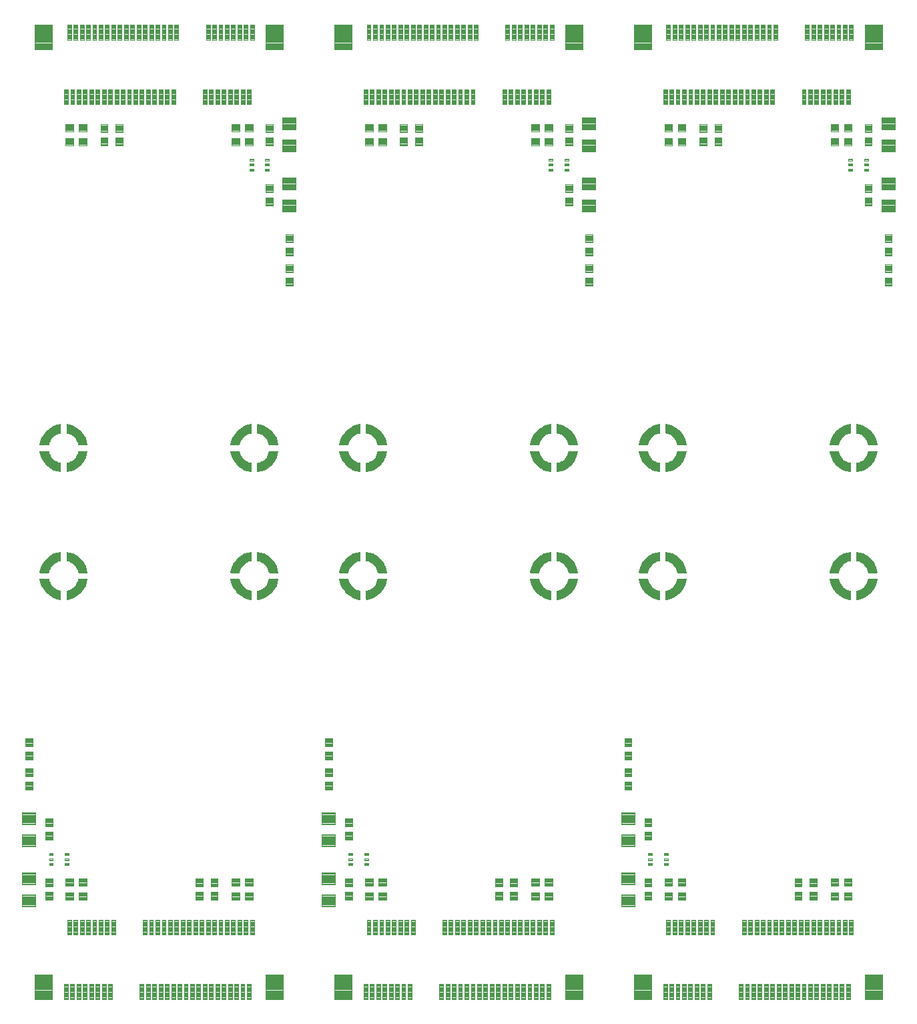
<source format=gtp>
G04 EAGLE Gerber RS-274X export*
G75*
%MOMM*%
%FSLAX34Y34*%
%LPD*%
%INSolderpaste Top*%
%IPPOS*%
%AMOC8*
5,1,8,0,0,1.08239X$1,22.5*%
G01*
%ADD10C,0.100000*%
%ADD11C,0.096000*%
%ADD12C,0.092000*%
%ADD13C,0.102000*%
%ADD14C,0.101500*%

G36*
X1064536Y732217D02*
X1064536Y732217D01*
X1064580Y732217D01*
X1064632Y732240D01*
X1064686Y732253D01*
X1064722Y732279D01*
X1064762Y732296D01*
X1064801Y732337D01*
X1064847Y732371D01*
X1064869Y732408D01*
X1064899Y732441D01*
X1064919Y732493D01*
X1064948Y732542D01*
X1064957Y732592D01*
X1064969Y732627D01*
X1064968Y732660D01*
X1064976Y732706D01*
X1064976Y743706D01*
X1064965Y743758D01*
X1064964Y743812D01*
X1064945Y743855D01*
X1064936Y743900D01*
X1064906Y743945D01*
X1064884Y743994D01*
X1064850Y744026D01*
X1064824Y744064D01*
X1064778Y744093D01*
X1064739Y744130D01*
X1064688Y744151D01*
X1064656Y744171D01*
X1064625Y744177D01*
X1064585Y744193D01*
X1061850Y744803D01*
X1059287Y745831D01*
X1056922Y747258D01*
X1054818Y749047D01*
X1053029Y751151D01*
X1051602Y753516D01*
X1050574Y756080D01*
X1049964Y758814D01*
X1049942Y758863D01*
X1049929Y758916D01*
X1049902Y758953D01*
X1049883Y758996D01*
X1049843Y759033D01*
X1049811Y759076D01*
X1049771Y759100D01*
X1049737Y759131D01*
X1049687Y759150D01*
X1049640Y759177D01*
X1049586Y759186D01*
X1049550Y759199D01*
X1049519Y759198D01*
X1049476Y759205D01*
X1038476Y759205D01*
X1038421Y759194D01*
X1038365Y759192D01*
X1038325Y759174D01*
X1038282Y759165D01*
X1038235Y759133D01*
X1038184Y759110D01*
X1038154Y759078D01*
X1038118Y759053D01*
X1038087Y759005D01*
X1038049Y758964D01*
X1038034Y758922D01*
X1038011Y758885D01*
X1038001Y758830D01*
X1037982Y758777D01*
X1037984Y758725D01*
X1037977Y758689D01*
X1037985Y758657D01*
X1037985Y758652D01*
X1037985Y758650D01*
X1037985Y758648D01*
X1037986Y758610D01*
X1038826Y754290D01*
X1038838Y754260D01*
X1038845Y754218D01*
X1040314Y750069D01*
X1040331Y750042D01*
X1040344Y750001D01*
X1042410Y746115D01*
X1042430Y746090D01*
X1042450Y746052D01*
X1045068Y742514D01*
X1045091Y742493D01*
X1045116Y742458D01*
X1048229Y739345D01*
X1048243Y739336D01*
X1048251Y739325D01*
X1048267Y739316D01*
X1048285Y739297D01*
X1051823Y736679D01*
X1051852Y736666D01*
X1051886Y736639D01*
X1055772Y734573D01*
X1055802Y734564D01*
X1055840Y734543D01*
X1059989Y733074D01*
X1060020Y733070D01*
X1060060Y733055D01*
X1064381Y732216D01*
X1064438Y732216D01*
X1064493Y732207D01*
X1064536Y732217D01*
G37*
G36*
X684526Y732217D02*
X684526Y732217D01*
X684571Y732217D01*
X684622Y732240D01*
X684677Y732253D01*
X684713Y732279D01*
X684753Y732296D01*
X684792Y732337D01*
X684837Y732371D01*
X684860Y732408D01*
X684890Y732441D01*
X684910Y732493D01*
X684939Y732542D01*
X684947Y732592D01*
X684960Y732627D01*
X684959Y732660D01*
X684966Y732706D01*
X684966Y743706D01*
X684956Y743758D01*
X684955Y743812D01*
X684936Y743855D01*
X684927Y743900D01*
X684896Y743945D01*
X684875Y743994D01*
X684841Y744026D01*
X684814Y744064D01*
X684769Y744093D01*
X684730Y744130D01*
X684679Y744151D01*
X684647Y744171D01*
X684615Y744177D01*
X684576Y744193D01*
X681841Y744803D01*
X679277Y745831D01*
X676913Y747258D01*
X674809Y749047D01*
X673020Y751151D01*
X671593Y753516D01*
X670565Y756080D01*
X669954Y758814D01*
X669932Y758863D01*
X669920Y758916D01*
X669892Y758953D01*
X669873Y758996D01*
X669834Y759033D01*
X669802Y759076D01*
X669762Y759100D01*
X669728Y759131D01*
X669677Y759150D01*
X669631Y759177D01*
X669577Y759186D01*
X669541Y759199D01*
X669509Y759198D01*
X669467Y759205D01*
X658467Y759205D01*
X658412Y759194D01*
X658356Y759192D01*
X658315Y759174D01*
X658272Y759165D01*
X658226Y759133D01*
X658175Y759110D01*
X658145Y759078D01*
X658108Y759053D01*
X658078Y759005D01*
X658040Y758964D01*
X658025Y758922D01*
X658001Y758885D01*
X657992Y758830D01*
X657973Y758777D01*
X657974Y758725D01*
X657968Y758689D01*
X657976Y758657D01*
X657976Y758652D01*
X657976Y758650D01*
X657976Y758648D01*
X657977Y758610D01*
X658816Y754290D01*
X658828Y754260D01*
X658836Y754218D01*
X660305Y750069D01*
X660321Y750042D01*
X660335Y750001D01*
X662401Y746115D01*
X662421Y746090D01*
X662440Y746052D01*
X665058Y742514D01*
X665082Y742493D01*
X665107Y742458D01*
X668219Y739345D01*
X668234Y739336D01*
X668242Y739325D01*
X668257Y739316D01*
X668275Y739297D01*
X671814Y736679D01*
X671842Y736666D01*
X671876Y736639D01*
X675763Y734573D01*
X675793Y734564D01*
X675830Y734543D01*
X679980Y733074D01*
X680011Y733070D01*
X680051Y733055D01*
X684372Y732216D01*
X684428Y732216D01*
X684484Y732207D01*
X684526Y732217D01*
G37*
G36*
X304542Y732217D02*
X304542Y732217D01*
X304587Y732217D01*
X304638Y732240D01*
X304693Y732253D01*
X304729Y732279D01*
X304769Y732296D01*
X304808Y732337D01*
X304853Y732371D01*
X304876Y732408D01*
X304906Y732441D01*
X304926Y732493D01*
X304955Y732542D01*
X304963Y732592D01*
X304976Y732627D01*
X304975Y732660D01*
X304982Y732706D01*
X304982Y743706D01*
X304972Y743758D01*
X304971Y743812D01*
X304952Y743855D01*
X304943Y743900D01*
X304912Y743945D01*
X304891Y743994D01*
X304857Y744026D01*
X304830Y744064D01*
X304785Y744093D01*
X304746Y744130D01*
X304695Y744151D01*
X304663Y744171D01*
X304631Y744177D01*
X304592Y744193D01*
X301857Y744803D01*
X299293Y745831D01*
X296929Y747258D01*
X294825Y749047D01*
X293036Y751151D01*
X291609Y753516D01*
X290581Y756080D01*
X289970Y758814D01*
X289948Y758863D01*
X289936Y758916D01*
X289908Y758953D01*
X289889Y758996D01*
X289850Y759033D01*
X289818Y759076D01*
X289778Y759100D01*
X289744Y759131D01*
X289693Y759150D01*
X289647Y759177D01*
X289593Y759186D01*
X289557Y759199D01*
X289525Y759198D01*
X289483Y759205D01*
X278483Y759205D01*
X278428Y759194D01*
X278372Y759192D01*
X278331Y759174D01*
X278288Y759165D01*
X278242Y759133D01*
X278191Y759110D01*
X278161Y759078D01*
X278124Y759053D01*
X278094Y759005D01*
X278056Y758964D01*
X278041Y758922D01*
X278017Y758885D01*
X278008Y758830D01*
X277989Y758777D01*
X277990Y758725D01*
X277984Y758689D01*
X277992Y758657D01*
X277992Y758652D01*
X277992Y758650D01*
X277992Y758648D01*
X277993Y758610D01*
X278832Y754290D01*
X278844Y754260D01*
X278852Y754218D01*
X280321Y750069D01*
X280337Y750042D01*
X280351Y750001D01*
X282417Y746115D01*
X282437Y746090D01*
X282456Y746052D01*
X285074Y742514D01*
X285098Y742493D01*
X285123Y742458D01*
X288235Y739345D01*
X288250Y739336D01*
X288258Y739325D01*
X288273Y739316D01*
X288291Y739297D01*
X291830Y736679D01*
X291858Y736666D01*
X291892Y736639D01*
X295779Y734573D01*
X295809Y734564D01*
X295846Y734543D01*
X299996Y733074D01*
X300027Y733070D01*
X300067Y733055D01*
X304388Y732216D01*
X304444Y732216D01*
X304500Y732207D01*
X304542Y732217D01*
G37*
G36*
X442515Y570303D02*
X442515Y570303D01*
X442559Y570303D01*
X442611Y570326D01*
X442666Y570339D01*
X442701Y570365D01*
X442742Y570383D01*
X442781Y570423D01*
X442826Y570457D01*
X442848Y570495D01*
X442879Y570527D01*
X442899Y570579D01*
X442927Y570628D01*
X442936Y570679D01*
X442949Y570713D01*
X442947Y570746D01*
X442955Y570792D01*
X442955Y581792D01*
X442944Y581844D01*
X442944Y581898D01*
X442925Y581941D01*
X442915Y581987D01*
X442885Y582031D01*
X442863Y582080D01*
X442829Y582112D01*
X442803Y582151D01*
X442758Y582180D01*
X442719Y582216D01*
X442668Y582237D01*
X442635Y582258D01*
X442604Y582263D01*
X442565Y582279D01*
X439830Y582890D01*
X437266Y583918D01*
X434902Y585344D01*
X432797Y587133D01*
X431008Y589238D01*
X429582Y591602D01*
X428554Y594166D01*
X427943Y596901D01*
X427921Y596950D01*
X427909Y597002D01*
X427881Y597039D01*
X427862Y597082D01*
X427823Y597119D01*
X427791Y597162D01*
X427751Y597186D01*
X427716Y597218D01*
X427666Y597236D01*
X427620Y597263D01*
X427565Y597273D01*
X427530Y597286D01*
X427498Y597284D01*
X427456Y597291D01*
X416456Y597291D01*
X416401Y597280D01*
X416344Y597278D01*
X416304Y597260D01*
X416261Y597251D01*
X416215Y597220D01*
X416163Y597196D01*
X416133Y597164D01*
X416097Y597139D01*
X416067Y597092D01*
X416029Y597050D01*
X416014Y597009D01*
X415990Y596971D01*
X415981Y596916D01*
X415962Y596863D01*
X415963Y596811D01*
X415957Y596775D01*
X415965Y596743D01*
X415965Y596738D01*
X415964Y596736D01*
X415965Y596735D01*
X415966Y596697D01*
X416805Y592376D01*
X416817Y592347D01*
X416825Y592304D01*
X418294Y588155D01*
X418310Y588128D01*
X418323Y588087D01*
X420390Y584201D01*
X420410Y584177D01*
X420429Y584138D01*
X423047Y580600D01*
X423071Y580579D01*
X423096Y580544D01*
X426208Y577432D01*
X426222Y577422D01*
X426230Y577411D01*
X426246Y577402D01*
X426264Y577383D01*
X429802Y574765D01*
X429831Y574752D01*
X429865Y574726D01*
X433751Y572659D01*
X433782Y572650D01*
X433819Y572630D01*
X437968Y571161D01*
X438000Y571156D01*
X438040Y571141D01*
X442361Y570302D01*
X442417Y570302D01*
X442472Y570293D01*
X442515Y570303D01*
G37*
G36*
X62531Y732217D02*
X62531Y732217D01*
X62575Y732217D01*
X62627Y732240D01*
X62682Y732253D01*
X62717Y732279D01*
X62758Y732296D01*
X62797Y732337D01*
X62842Y732371D01*
X62864Y732408D01*
X62895Y732441D01*
X62915Y732493D01*
X62943Y732542D01*
X62952Y732592D01*
X62965Y732627D01*
X62963Y732660D01*
X62971Y732706D01*
X62971Y743706D01*
X62960Y743758D01*
X62960Y743812D01*
X62941Y743855D01*
X62931Y743900D01*
X62901Y743945D01*
X62879Y743994D01*
X62845Y744026D01*
X62819Y744064D01*
X62774Y744093D01*
X62735Y744130D01*
X62684Y744151D01*
X62651Y744171D01*
X62620Y744177D01*
X62581Y744193D01*
X59846Y744803D01*
X57282Y745831D01*
X54918Y747258D01*
X52813Y749047D01*
X51024Y751151D01*
X49598Y753516D01*
X48570Y756080D01*
X47959Y758814D01*
X47937Y758863D01*
X47925Y758916D01*
X47897Y758953D01*
X47878Y758996D01*
X47839Y759033D01*
X47807Y759076D01*
X47767Y759100D01*
X47732Y759131D01*
X47682Y759150D01*
X47636Y759177D01*
X47581Y759186D01*
X47546Y759199D01*
X47514Y759198D01*
X47472Y759205D01*
X36472Y759205D01*
X36417Y759194D01*
X36360Y759192D01*
X36320Y759174D01*
X36277Y759165D01*
X36231Y759133D01*
X36179Y759110D01*
X36149Y759078D01*
X36113Y759053D01*
X36083Y759005D01*
X36045Y758964D01*
X36030Y758922D01*
X36006Y758885D01*
X35997Y758830D01*
X35978Y758777D01*
X35979Y758725D01*
X35973Y758689D01*
X35981Y758657D01*
X35981Y758652D01*
X35980Y758650D01*
X35981Y758648D01*
X35982Y758610D01*
X36821Y754290D01*
X36833Y754260D01*
X36841Y754218D01*
X38310Y750069D01*
X38326Y750042D01*
X38339Y750001D01*
X40406Y746115D01*
X40426Y746090D01*
X40445Y746052D01*
X43063Y742514D01*
X43087Y742493D01*
X43112Y742458D01*
X46224Y739345D01*
X46238Y739336D01*
X46246Y739325D01*
X46262Y739316D01*
X46280Y739297D01*
X49818Y736679D01*
X49847Y736666D01*
X49881Y736639D01*
X53767Y734573D01*
X53798Y734564D01*
X53835Y734543D01*
X57984Y733074D01*
X58016Y733070D01*
X58056Y733055D01*
X62377Y732216D01*
X62433Y732216D01*
X62488Y732207D01*
X62531Y732217D01*
G37*
G36*
X442515Y732217D02*
X442515Y732217D01*
X442559Y732217D01*
X442611Y732240D01*
X442666Y732253D01*
X442701Y732279D01*
X442742Y732296D01*
X442781Y732337D01*
X442826Y732371D01*
X442848Y732408D01*
X442879Y732441D01*
X442899Y732493D01*
X442927Y732542D01*
X442936Y732592D01*
X442949Y732627D01*
X442947Y732660D01*
X442955Y732706D01*
X442955Y743706D01*
X442944Y743758D01*
X442944Y743812D01*
X442925Y743855D01*
X442915Y743900D01*
X442885Y743945D01*
X442863Y743994D01*
X442829Y744026D01*
X442803Y744064D01*
X442758Y744093D01*
X442719Y744130D01*
X442668Y744151D01*
X442635Y744171D01*
X442604Y744177D01*
X442565Y744193D01*
X439830Y744803D01*
X437266Y745831D01*
X434902Y747258D01*
X432797Y749047D01*
X431008Y751151D01*
X429582Y753516D01*
X428554Y756080D01*
X427943Y758814D01*
X427921Y758863D01*
X427909Y758916D01*
X427881Y758953D01*
X427862Y758996D01*
X427823Y759033D01*
X427791Y759076D01*
X427751Y759100D01*
X427716Y759131D01*
X427666Y759150D01*
X427620Y759177D01*
X427565Y759186D01*
X427530Y759199D01*
X427498Y759198D01*
X427456Y759205D01*
X416456Y759205D01*
X416401Y759194D01*
X416344Y759192D01*
X416304Y759174D01*
X416261Y759165D01*
X416215Y759133D01*
X416163Y759110D01*
X416133Y759078D01*
X416097Y759053D01*
X416067Y759005D01*
X416029Y758964D01*
X416014Y758922D01*
X415990Y758885D01*
X415981Y758830D01*
X415962Y758777D01*
X415963Y758725D01*
X415957Y758689D01*
X415965Y758657D01*
X415965Y758652D01*
X415964Y758650D01*
X415965Y758648D01*
X415966Y758610D01*
X416805Y754290D01*
X416817Y754260D01*
X416825Y754218D01*
X418294Y750069D01*
X418310Y750042D01*
X418323Y750001D01*
X420390Y746115D01*
X420410Y746090D01*
X420429Y746052D01*
X423047Y742514D01*
X423071Y742493D01*
X423096Y742458D01*
X426208Y739345D01*
X426222Y739336D01*
X426230Y739325D01*
X426246Y739316D01*
X426264Y739297D01*
X429802Y736679D01*
X429831Y736666D01*
X429865Y736639D01*
X433751Y734573D01*
X433782Y734564D01*
X433819Y734543D01*
X437968Y733074D01*
X438000Y733070D01*
X438040Y733055D01*
X442361Y732216D01*
X442417Y732216D01*
X442472Y732207D01*
X442515Y732217D01*
G37*
G36*
X1064510Y570303D02*
X1064510Y570303D01*
X1064555Y570303D01*
X1064606Y570326D01*
X1064661Y570339D01*
X1064697Y570365D01*
X1064737Y570383D01*
X1064776Y570423D01*
X1064821Y570457D01*
X1064844Y570495D01*
X1064874Y570527D01*
X1064894Y570579D01*
X1064923Y570628D01*
X1064931Y570679D01*
X1064944Y570713D01*
X1064943Y570746D01*
X1064950Y570792D01*
X1064950Y581792D01*
X1064940Y581844D01*
X1064939Y581898D01*
X1064920Y581941D01*
X1064911Y581987D01*
X1064880Y582031D01*
X1064859Y582080D01*
X1064825Y582112D01*
X1064798Y582151D01*
X1064753Y582180D01*
X1064714Y582216D01*
X1064663Y582237D01*
X1064631Y582258D01*
X1064599Y582263D01*
X1064560Y582279D01*
X1061825Y582890D01*
X1059261Y583918D01*
X1056897Y585344D01*
X1054793Y587133D01*
X1053004Y589238D01*
X1051577Y591602D01*
X1050549Y594166D01*
X1049938Y596901D01*
X1049916Y596950D01*
X1049904Y597002D01*
X1049876Y597039D01*
X1049857Y597082D01*
X1049818Y597119D01*
X1049786Y597162D01*
X1049746Y597186D01*
X1049712Y597218D01*
X1049661Y597236D01*
X1049615Y597263D01*
X1049561Y597273D01*
X1049525Y597286D01*
X1049493Y597284D01*
X1049451Y597291D01*
X1038451Y597291D01*
X1038396Y597280D01*
X1038340Y597278D01*
X1038299Y597260D01*
X1038256Y597251D01*
X1038210Y597220D01*
X1038159Y597196D01*
X1038129Y597164D01*
X1038092Y597139D01*
X1038062Y597092D01*
X1038024Y597050D01*
X1038009Y597009D01*
X1037985Y596971D01*
X1037976Y596916D01*
X1037957Y596863D01*
X1037958Y596811D01*
X1037952Y596775D01*
X1037960Y596743D01*
X1037960Y596738D01*
X1037960Y596736D01*
X1037960Y596735D01*
X1037961Y596697D01*
X1038800Y592376D01*
X1038812Y592347D01*
X1038820Y592304D01*
X1040289Y588155D01*
X1040305Y588128D01*
X1040319Y588087D01*
X1042385Y584201D01*
X1042405Y584177D01*
X1042424Y584138D01*
X1045042Y580600D01*
X1045066Y580579D01*
X1045091Y580544D01*
X1048203Y577432D01*
X1048218Y577422D01*
X1048226Y577411D01*
X1048241Y577402D01*
X1048259Y577383D01*
X1051798Y574765D01*
X1051826Y574752D01*
X1051860Y574726D01*
X1055747Y572659D01*
X1055777Y572650D01*
X1055814Y572630D01*
X1059964Y571161D01*
X1059995Y571156D01*
X1060035Y571141D01*
X1064356Y570302D01*
X1064412Y570302D01*
X1064468Y570293D01*
X1064510Y570303D01*
G37*
G36*
X822499Y570303D02*
X822499Y570303D01*
X822543Y570303D01*
X822595Y570326D01*
X822650Y570339D01*
X822685Y570365D01*
X822726Y570383D01*
X822765Y570423D01*
X822810Y570457D01*
X822832Y570495D01*
X822863Y570527D01*
X822883Y570579D01*
X822911Y570628D01*
X822920Y570679D01*
X822933Y570713D01*
X822931Y570746D01*
X822939Y570792D01*
X822939Y581792D01*
X822928Y581844D01*
X822928Y581898D01*
X822909Y581941D01*
X822899Y581987D01*
X822869Y582031D01*
X822847Y582080D01*
X822813Y582112D01*
X822787Y582151D01*
X822742Y582180D01*
X822703Y582216D01*
X822652Y582237D01*
X822619Y582258D01*
X822588Y582263D01*
X822549Y582279D01*
X819814Y582890D01*
X817250Y583918D01*
X814886Y585344D01*
X812781Y587133D01*
X810992Y589238D01*
X809566Y591602D01*
X808538Y594166D01*
X807927Y596901D01*
X807905Y596950D01*
X807893Y597002D01*
X807865Y597039D01*
X807846Y597082D01*
X807807Y597119D01*
X807775Y597162D01*
X807735Y597186D01*
X807700Y597218D01*
X807650Y597236D01*
X807604Y597263D01*
X807549Y597273D01*
X807514Y597286D01*
X807482Y597284D01*
X807440Y597291D01*
X796440Y597291D01*
X796385Y597280D01*
X796328Y597278D01*
X796288Y597260D01*
X796245Y597251D01*
X796199Y597220D01*
X796147Y597196D01*
X796117Y597164D01*
X796081Y597139D01*
X796051Y597092D01*
X796013Y597050D01*
X795998Y597009D01*
X795974Y596971D01*
X795965Y596916D01*
X795946Y596863D01*
X795947Y596811D01*
X795941Y596775D01*
X795949Y596743D01*
X795949Y596738D01*
X795948Y596736D01*
X795949Y596735D01*
X795950Y596697D01*
X796789Y592376D01*
X796801Y592347D01*
X796809Y592304D01*
X798278Y588155D01*
X798294Y588128D01*
X798307Y588087D01*
X800374Y584201D01*
X800394Y584177D01*
X800413Y584138D01*
X803031Y580600D01*
X803055Y580579D01*
X803080Y580544D01*
X806192Y577432D01*
X806206Y577422D01*
X806214Y577411D01*
X806230Y577402D01*
X806248Y577383D01*
X809786Y574765D01*
X809815Y574752D01*
X809849Y574726D01*
X813735Y572659D01*
X813766Y572650D01*
X813803Y572630D01*
X817952Y571161D01*
X817984Y571156D01*
X818024Y571141D01*
X822345Y570302D01*
X822401Y570302D01*
X822456Y570293D01*
X822499Y570303D01*
G37*
G36*
X822525Y732217D02*
X822525Y732217D01*
X822569Y732217D01*
X822621Y732240D01*
X822675Y732253D01*
X822711Y732279D01*
X822751Y732296D01*
X822790Y732337D01*
X822835Y732371D01*
X822858Y732408D01*
X822888Y732441D01*
X822908Y732493D01*
X822937Y732542D01*
X822945Y732592D01*
X822958Y732627D01*
X822957Y732660D01*
X822964Y732706D01*
X822964Y743706D01*
X822954Y743758D01*
X822953Y743812D01*
X822934Y743855D01*
X822925Y743900D01*
X822894Y743945D01*
X822873Y743994D01*
X822839Y744026D01*
X822812Y744064D01*
X822767Y744093D01*
X822728Y744130D01*
X822677Y744151D01*
X822645Y744171D01*
X822614Y744177D01*
X822574Y744193D01*
X819839Y744803D01*
X817275Y745831D01*
X814911Y747258D01*
X812807Y749047D01*
X811018Y751151D01*
X809591Y753516D01*
X808563Y756080D01*
X807952Y758814D01*
X807931Y758863D01*
X807918Y758916D01*
X807891Y758953D01*
X807871Y758996D01*
X807832Y759033D01*
X807800Y759076D01*
X807760Y759100D01*
X807726Y759131D01*
X807675Y759150D01*
X807629Y759177D01*
X807575Y759186D01*
X807539Y759199D01*
X807507Y759198D01*
X807465Y759205D01*
X796465Y759205D01*
X796410Y759194D01*
X796354Y759192D01*
X796314Y759174D01*
X796270Y759165D01*
X796224Y759133D01*
X796173Y759110D01*
X796143Y759078D01*
X796106Y759053D01*
X796076Y759005D01*
X796038Y758964D01*
X796023Y758922D01*
X795999Y758885D01*
X795990Y758830D01*
X795971Y758777D01*
X795972Y758725D01*
X795966Y758689D01*
X795974Y758657D01*
X795974Y758652D01*
X795974Y758650D01*
X795974Y758648D01*
X795975Y758610D01*
X796815Y754290D01*
X796827Y754260D01*
X796834Y754218D01*
X798303Y750069D01*
X798319Y750042D01*
X798333Y750001D01*
X800399Y746115D01*
X800419Y746090D01*
X800439Y746052D01*
X803057Y742514D01*
X803080Y742493D01*
X803105Y742458D01*
X806217Y739345D01*
X806232Y739336D01*
X806240Y739325D01*
X806256Y739316D01*
X806273Y739297D01*
X809812Y736679D01*
X809840Y736666D01*
X809874Y736639D01*
X813761Y734573D01*
X813791Y734564D01*
X813829Y734543D01*
X817978Y733074D01*
X818009Y733070D01*
X818049Y733055D01*
X822370Y732216D01*
X822426Y732216D01*
X822482Y732207D01*
X822525Y732217D01*
G37*
G36*
X62506Y570303D02*
X62506Y570303D01*
X62550Y570303D01*
X62602Y570326D01*
X62656Y570339D01*
X62692Y570365D01*
X62732Y570383D01*
X62771Y570423D01*
X62817Y570457D01*
X62839Y570495D01*
X62869Y570527D01*
X62889Y570579D01*
X62918Y570628D01*
X62927Y570679D01*
X62939Y570713D01*
X62938Y570746D01*
X62946Y570792D01*
X62946Y581792D01*
X62935Y581844D01*
X62934Y581898D01*
X62915Y581941D01*
X62906Y581987D01*
X62876Y582031D01*
X62854Y582080D01*
X62820Y582112D01*
X62794Y582151D01*
X62748Y582180D01*
X62709Y582216D01*
X62658Y582237D01*
X62626Y582258D01*
X62595Y582263D01*
X62555Y582279D01*
X59820Y582890D01*
X57257Y583918D01*
X54892Y585344D01*
X52788Y587133D01*
X50999Y589238D01*
X49572Y591602D01*
X48544Y594166D01*
X47934Y596901D01*
X47912Y596950D01*
X47899Y597002D01*
X47872Y597039D01*
X47853Y597082D01*
X47813Y597119D01*
X47781Y597162D01*
X47741Y597186D01*
X47707Y597218D01*
X47657Y597236D01*
X47610Y597263D01*
X47556Y597273D01*
X47520Y597286D01*
X47489Y597284D01*
X47446Y597291D01*
X36446Y597291D01*
X36391Y597280D01*
X36335Y597278D01*
X36295Y597260D01*
X36252Y597251D01*
X36205Y597220D01*
X36154Y597196D01*
X36124Y597164D01*
X36088Y597139D01*
X36057Y597092D01*
X36019Y597050D01*
X36004Y597009D01*
X35981Y596971D01*
X35971Y596916D01*
X35952Y596863D01*
X35954Y596811D01*
X35947Y596775D01*
X35955Y596743D01*
X35955Y596738D01*
X35955Y596736D01*
X35955Y596735D01*
X35956Y596697D01*
X36796Y592376D01*
X36808Y592347D01*
X36815Y592304D01*
X38284Y588155D01*
X38301Y588128D01*
X38314Y588087D01*
X40380Y584201D01*
X40400Y584177D01*
X40420Y584138D01*
X43038Y580600D01*
X43061Y580579D01*
X43086Y580544D01*
X46199Y577432D01*
X46213Y577422D01*
X46221Y577411D01*
X46237Y577402D01*
X46255Y577383D01*
X49793Y574765D01*
X49822Y574752D01*
X49856Y574726D01*
X53742Y572659D01*
X53772Y572650D01*
X53810Y572630D01*
X57959Y571161D01*
X57990Y571156D01*
X58030Y571141D01*
X62351Y570302D01*
X62408Y570302D01*
X62463Y570293D01*
X62506Y570303D01*
G37*
G36*
X304517Y570303D02*
X304517Y570303D01*
X304561Y570303D01*
X304613Y570326D01*
X304668Y570339D01*
X304703Y570365D01*
X304744Y570383D01*
X304782Y570423D01*
X304828Y570457D01*
X304850Y570495D01*
X304881Y570527D01*
X304900Y570579D01*
X304929Y570628D01*
X304938Y570679D01*
X304951Y570713D01*
X304949Y570746D01*
X304957Y570792D01*
X304957Y581792D01*
X304946Y581844D01*
X304945Y581898D01*
X304927Y581941D01*
X304917Y581987D01*
X304887Y582031D01*
X304865Y582080D01*
X304831Y582112D01*
X304805Y582151D01*
X304759Y582180D01*
X304720Y582216D01*
X304669Y582237D01*
X304637Y582258D01*
X304606Y582263D01*
X304566Y582279D01*
X301832Y582890D01*
X299268Y583918D01*
X296903Y585344D01*
X294799Y587133D01*
X293010Y589238D01*
X291583Y591602D01*
X290555Y594166D01*
X289945Y596901D01*
X289923Y596950D01*
X289911Y597002D01*
X289883Y597039D01*
X289864Y597082D01*
X289824Y597119D01*
X289793Y597162D01*
X289752Y597186D01*
X289718Y597218D01*
X289668Y597236D01*
X289622Y597263D01*
X289567Y597273D01*
X289531Y597286D01*
X289500Y597284D01*
X289458Y597291D01*
X278458Y597291D01*
X278402Y597280D01*
X278346Y597278D01*
X278306Y597260D01*
X278263Y597251D01*
X278216Y597220D01*
X278165Y597196D01*
X278135Y597164D01*
X278099Y597139D01*
X278069Y597092D01*
X278030Y597050D01*
X278016Y597009D01*
X277992Y596971D01*
X277982Y596916D01*
X277963Y596863D01*
X277965Y596811D01*
X277959Y596775D01*
X277966Y596743D01*
X277967Y596738D01*
X277966Y596736D01*
X277967Y596735D01*
X277968Y596697D01*
X278807Y592376D01*
X278819Y592347D01*
X278826Y592304D01*
X280295Y588155D01*
X280312Y588128D01*
X280325Y588087D01*
X282391Y584201D01*
X282412Y584177D01*
X282431Y584138D01*
X285049Y580600D01*
X285073Y580579D01*
X285097Y580544D01*
X288210Y577432D01*
X288224Y577422D01*
X288232Y577411D01*
X288248Y577402D01*
X288266Y577383D01*
X291804Y574765D01*
X291833Y574752D01*
X291867Y574726D01*
X295753Y572659D01*
X295784Y572650D01*
X295821Y572630D01*
X299970Y571161D01*
X300001Y571156D01*
X300042Y571141D01*
X304362Y570302D01*
X304419Y570302D01*
X304474Y570293D01*
X304517Y570303D01*
G37*
G36*
X684526Y570303D02*
X684526Y570303D01*
X684571Y570303D01*
X684622Y570326D01*
X684677Y570339D01*
X684713Y570365D01*
X684753Y570383D01*
X684792Y570423D01*
X684837Y570457D01*
X684860Y570495D01*
X684890Y570527D01*
X684910Y570579D01*
X684939Y570628D01*
X684947Y570679D01*
X684960Y570713D01*
X684959Y570746D01*
X684966Y570792D01*
X684966Y581792D01*
X684956Y581844D01*
X684955Y581898D01*
X684936Y581941D01*
X684927Y581987D01*
X684896Y582031D01*
X684875Y582080D01*
X684841Y582112D01*
X684814Y582151D01*
X684769Y582180D01*
X684730Y582216D01*
X684679Y582237D01*
X684647Y582258D01*
X684615Y582263D01*
X684576Y582279D01*
X681841Y582890D01*
X679277Y583918D01*
X676913Y585344D01*
X674809Y587133D01*
X673020Y589238D01*
X671593Y591602D01*
X670565Y594166D01*
X669954Y596901D01*
X669932Y596950D01*
X669920Y597002D01*
X669892Y597039D01*
X669873Y597082D01*
X669834Y597119D01*
X669802Y597162D01*
X669762Y597186D01*
X669728Y597218D01*
X669677Y597236D01*
X669631Y597263D01*
X669577Y597273D01*
X669541Y597286D01*
X669509Y597284D01*
X669467Y597291D01*
X658467Y597291D01*
X658412Y597280D01*
X658356Y597278D01*
X658315Y597260D01*
X658272Y597251D01*
X658226Y597220D01*
X658175Y597196D01*
X658145Y597164D01*
X658108Y597139D01*
X658078Y597092D01*
X658040Y597050D01*
X658025Y597009D01*
X658001Y596971D01*
X657992Y596916D01*
X657973Y596863D01*
X657974Y596811D01*
X657968Y596775D01*
X657976Y596743D01*
X657976Y596738D01*
X657976Y596736D01*
X657976Y596735D01*
X657977Y596697D01*
X658816Y592376D01*
X658828Y592347D01*
X658836Y592304D01*
X660305Y588155D01*
X660321Y588128D01*
X660335Y588087D01*
X662401Y584201D01*
X662421Y584177D01*
X662440Y584138D01*
X665058Y580600D01*
X665082Y580579D01*
X665107Y580544D01*
X668219Y577432D01*
X668234Y577422D01*
X668242Y577411D01*
X668257Y577402D01*
X668275Y577383D01*
X671814Y574765D01*
X671842Y574752D01*
X671876Y574726D01*
X675763Y572659D01*
X675793Y572650D01*
X675830Y572630D01*
X679980Y571161D01*
X680011Y571156D01*
X680051Y571141D01*
X684372Y570302D01*
X684428Y570302D01*
X684484Y570293D01*
X684526Y570303D01*
G37*
G36*
X47524Y766217D02*
X47524Y766217D01*
X47578Y766218D01*
X47621Y766237D01*
X47667Y766246D01*
X47711Y766276D01*
X47760Y766298D01*
X47792Y766332D01*
X47831Y766358D01*
X47860Y766404D01*
X47896Y766443D01*
X47917Y766494D01*
X47938Y766526D01*
X47943Y766557D01*
X47959Y766597D01*
X48570Y769332D01*
X49598Y771895D01*
X51024Y774260D01*
X52813Y776364D01*
X54918Y778153D01*
X57282Y779580D01*
X59846Y780608D01*
X62581Y781218D01*
X62630Y781240D01*
X62682Y781253D01*
X62719Y781280D01*
X62762Y781299D01*
X62799Y781339D01*
X62842Y781371D01*
X62866Y781411D01*
X62898Y781445D01*
X62916Y781495D01*
X62943Y781542D01*
X62953Y781596D01*
X62966Y781632D01*
X62964Y781663D01*
X62971Y781706D01*
X62971Y792706D01*
X62960Y792761D01*
X62958Y792817D01*
X62940Y792857D01*
X62931Y792900D01*
X62900Y792947D01*
X62876Y792998D01*
X62844Y793028D01*
X62819Y793064D01*
X62772Y793095D01*
X62730Y793133D01*
X62689Y793148D01*
X62651Y793171D01*
X62596Y793181D01*
X62543Y793200D01*
X62491Y793199D01*
X62455Y793205D01*
X62423Y793197D01*
X62377Y793196D01*
X58056Y792356D01*
X58027Y792344D01*
X57984Y792337D01*
X53835Y790868D01*
X53808Y790851D01*
X53767Y790838D01*
X49881Y788772D01*
X49857Y788752D01*
X49818Y788732D01*
X46280Y786114D01*
X46259Y786091D01*
X46224Y786066D01*
X43112Y782953D01*
X43094Y782927D01*
X43063Y782897D01*
X40445Y779359D01*
X40432Y779330D01*
X40406Y779297D01*
X38339Y775410D01*
X38332Y775386D01*
X38324Y775372D01*
X38322Y775365D01*
X38310Y775342D01*
X36841Y771193D01*
X36836Y771162D01*
X36821Y771122D01*
X35982Y766801D01*
X35982Y766744D01*
X35973Y766689D01*
X35983Y766646D01*
X35983Y766602D01*
X36006Y766550D01*
X36019Y766496D01*
X36045Y766460D01*
X36063Y766420D01*
X36103Y766381D01*
X36137Y766336D01*
X36175Y766313D01*
X36207Y766283D01*
X36259Y766263D01*
X36308Y766234D01*
X36359Y766225D01*
X36393Y766213D01*
X36426Y766214D01*
X36472Y766206D01*
X47472Y766206D01*
X47524Y766217D01*
G37*
G36*
X807518Y766217D02*
X807518Y766217D01*
X807571Y766218D01*
X807614Y766237D01*
X807660Y766246D01*
X807704Y766276D01*
X807753Y766298D01*
X807785Y766332D01*
X807824Y766358D01*
X807853Y766404D01*
X807890Y766443D01*
X807910Y766494D01*
X807931Y766526D01*
X807936Y766557D01*
X807952Y766597D01*
X808563Y769332D01*
X809591Y771895D01*
X811018Y774260D01*
X812807Y776364D01*
X814911Y778153D01*
X817275Y779580D01*
X819839Y780608D01*
X822574Y781218D01*
X822623Y781240D01*
X822675Y781253D01*
X822713Y781280D01*
X822756Y781299D01*
X822792Y781339D01*
X822835Y781371D01*
X822859Y781411D01*
X822891Y781445D01*
X822909Y781495D01*
X822937Y781542D01*
X822946Y781596D01*
X822959Y781632D01*
X822957Y781663D01*
X822964Y781706D01*
X822964Y792706D01*
X822953Y792761D01*
X822952Y792817D01*
X822934Y792857D01*
X822925Y792900D01*
X822893Y792947D01*
X822870Y792998D01*
X822837Y793028D01*
X822812Y793064D01*
X822765Y793095D01*
X822724Y793133D01*
X822682Y793148D01*
X822645Y793171D01*
X822589Y793181D01*
X822536Y793200D01*
X822485Y793199D01*
X822449Y793205D01*
X822416Y793197D01*
X822370Y793196D01*
X818049Y792356D01*
X818020Y792344D01*
X817978Y792337D01*
X813829Y790868D01*
X813801Y790851D01*
X813761Y790838D01*
X809874Y788772D01*
X809850Y788752D01*
X809812Y788732D01*
X806273Y786114D01*
X806252Y786091D01*
X806217Y786066D01*
X803105Y782953D01*
X803088Y782927D01*
X803057Y782897D01*
X800439Y779359D01*
X800425Y779330D01*
X800399Y779297D01*
X798333Y775410D01*
X798326Y775386D01*
X798317Y775372D01*
X798316Y775365D01*
X798303Y775342D01*
X796834Y771193D01*
X796830Y771162D01*
X796815Y771122D01*
X795975Y766801D01*
X795976Y766744D01*
X795966Y766689D01*
X795976Y766646D01*
X795977Y766602D01*
X795999Y766550D01*
X796012Y766496D01*
X796038Y766460D01*
X796056Y766420D01*
X796097Y766381D01*
X796130Y766336D01*
X796168Y766313D01*
X796200Y766283D01*
X796253Y766263D01*
X796301Y766234D01*
X796352Y766225D01*
X796386Y766213D01*
X796420Y766214D01*
X796465Y766206D01*
X807465Y766206D01*
X807518Y766217D01*
G37*
G36*
X427508Y766217D02*
X427508Y766217D01*
X427562Y766218D01*
X427605Y766237D01*
X427651Y766246D01*
X427695Y766276D01*
X427744Y766298D01*
X427776Y766332D01*
X427815Y766358D01*
X427844Y766404D01*
X427880Y766443D01*
X427901Y766494D01*
X427922Y766526D01*
X427927Y766557D01*
X427943Y766597D01*
X428554Y769332D01*
X429582Y771895D01*
X431008Y774260D01*
X432797Y776364D01*
X434902Y778153D01*
X437266Y779580D01*
X439830Y780608D01*
X442565Y781218D01*
X442614Y781240D01*
X442666Y781253D01*
X442703Y781280D01*
X442746Y781299D01*
X442783Y781339D01*
X442826Y781371D01*
X442850Y781411D01*
X442882Y781445D01*
X442900Y781495D01*
X442927Y781542D01*
X442937Y781596D01*
X442950Y781632D01*
X442948Y781663D01*
X442955Y781706D01*
X442955Y792706D01*
X442944Y792761D01*
X442942Y792817D01*
X442924Y792857D01*
X442915Y792900D01*
X442884Y792947D01*
X442860Y792998D01*
X442828Y793028D01*
X442803Y793064D01*
X442756Y793095D01*
X442714Y793133D01*
X442673Y793148D01*
X442635Y793171D01*
X442580Y793181D01*
X442527Y793200D01*
X442475Y793199D01*
X442439Y793205D01*
X442407Y793197D01*
X442361Y793196D01*
X438040Y792356D01*
X438011Y792344D01*
X437968Y792337D01*
X433819Y790868D01*
X433792Y790851D01*
X433751Y790838D01*
X429865Y788772D01*
X429841Y788752D01*
X429802Y788732D01*
X426264Y786114D01*
X426243Y786091D01*
X426208Y786066D01*
X423096Y782953D01*
X423078Y782927D01*
X423047Y782897D01*
X420429Y779359D01*
X420416Y779330D01*
X420390Y779297D01*
X418323Y775410D01*
X418316Y775386D01*
X418308Y775372D01*
X418306Y775365D01*
X418294Y775342D01*
X416825Y771193D01*
X416820Y771162D01*
X416805Y771122D01*
X415966Y766801D01*
X415966Y766744D01*
X415957Y766689D01*
X415967Y766646D01*
X415967Y766602D01*
X415990Y766550D01*
X416003Y766496D01*
X416029Y766460D01*
X416047Y766420D01*
X416087Y766381D01*
X416121Y766336D01*
X416159Y766313D01*
X416191Y766283D01*
X416243Y766263D01*
X416292Y766234D01*
X416343Y766225D01*
X416377Y766213D01*
X416410Y766214D01*
X416456Y766206D01*
X427456Y766206D01*
X427508Y766217D01*
G37*
G36*
X289510Y604303D02*
X289510Y604303D01*
X289564Y604304D01*
X289607Y604323D01*
X289652Y604332D01*
X289697Y604363D01*
X289746Y604384D01*
X289778Y604418D01*
X289816Y604445D01*
X289845Y604490D01*
X289882Y604529D01*
X289903Y604580D01*
X289923Y604612D01*
X289929Y604643D01*
X289945Y604683D01*
X290555Y607418D01*
X291583Y609982D01*
X293010Y612346D01*
X294799Y614450D01*
X296903Y616239D01*
X299268Y617666D01*
X301832Y618694D01*
X304566Y619305D01*
X304615Y619326D01*
X304668Y619339D01*
X304705Y619367D01*
X304748Y619386D01*
X304785Y619425D01*
X304828Y619457D01*
X304852Y619497D01*
X304883Y619531D01*
X304902Y619582D01*
X304929Y619628D01*
X304938Y619682D01*
X304951Y619718D01*
X304950Y619750D01*
X304957Y619792D01*
X304957Y630792D01*
X304946Y630847D01*
X304944Y630903D01*
X304926Y630943D01*
X304917Y630987D01*
X304885Y631033D01*
X304862Y631084D01*
X304830Y631114D01*
X304805Y631151D01*
X304757Y631181D01*
X304716Y631219D01*
X304674Y631234D01*
X304637Y631258D01*
X304582Y631267D01*
X304529Y631286D01*
X304477Y631285D01*
X304441Y631291D01*
X304409Y631283D01*
X304362Y631282D01*
X300042Y630442D01*
X300012Y630430D01*
X299970Y630423D01*
X295821Y628954D01*
X295794Y628938D01*
X295753Y628924D01*
X291867Y626858D01*
X291842Y626838D01*
X291804Y626818D01*
X288266Y624200D01*
X288245Y624177D01*
X288210Y624152D01*
X285097Y621040D01*
X285080Y621013D01*
X285049Y620984D01*
X282431Y617445D01*
X282418Y617417D01*
X282391Y617383D01*
X280325Y613496D01*
X280318Y613472D01*
X280309Y613459D01*
X280308Y613451D01*
X280295Y613428D01*
X278826Y609279D01*
X278822Y609248D01*
X278807Y609208D01*
X277968Y604887D01*
X277968Y604831D01*
X277959Y604775D01*
X277969Y604732D01*
X277969Y604688D01*
X277992Y604637D01*
X278005Y604582D01*
X278031Y604546D01*
X278048Y604506D01*
X278089Y604467D01*
X278123Y604422D01*
X278160Y604399D01*
X278193Y604369D01*
X278245Y604349D01*
X278294Y604320D01*
X278344Y604312D01*
X278379Y604299D01*
X278412Y604300D01*
X278458Y604293D01*
X289458Y604293D01*
X289510Y604303D01*
G37*
G36*
X47499Y604303D02*
X47499Y604303D01*
X47553Y604304D01*
X47595Y604323D01*
X47641Y604332D01*
X47686Y604363D01*
X47735Y604384D01*
X47767Y604418D01*
X47805Y604445D01*
X47834Y604490D01*
X47871Y604529D01*
X47892Y604580D01*
X47912Y604612D01*
X47918Y604643D01*
X47934Y604683D01*
X48544Y607418D01*
X49572Y609982D01*
X50999Y612346D01*
X52788Y614450D01*
X54892Y616239D01*
X57257Y617666D01*
X59820Y618694D01*
X62555Y619305D01*
X62604Y619326D01*
X62656Y619339D01*
X62694Y619367D01*
X62737Y619386D01*
X62773Y619425D01*
X62817Y619457D01*
X62840Y619497D01*
X62872Y619531D01*
X62891Y619582D01*
X62918Y619628D01*
X62927Y619682D01*
X62940Y619718D01*
X62939Y619750D01*
X62946Y619792D01*
X62946Y630792D01*
X62934Y630847D01*
X62933Y630903D01*
X62915Y630943D01*
X62906Y630987D01*
X62874Y631033D01*
X62851Y631084D01*
X62819Y631114D01*
X62794Y631151D01*
X62746Y631181D01*
X62705Y631219D01*
X62663Y631234D01*
X62626Y631258D01*
X62570Y631267D01*
X62518Y631286D01*
X62466Y631285D01*
X62430Y631291D01*
X62397Y631283D01*
X62351Y631282D01*
X58030Y630442D01*
X58001Y630430D01*
X57959Y630423D01*
X53810Y628954D01*
X53783Y628938D01*
X53742Y628924D01*
X49856Y626858D01*
X49831Y626838D01*
X49793Y626818D01*
X46255Y624200D01*
X46233Y624177D01*
X46199Y624152D01*
X43086Y621040D01*
X43069Y621013D01*
X43038Y620984D01*
X40420Y617445D01*
X40406Y617417D01*
X40380Y617383D01*
X38314Y613496D01*
X38307Y613472D01*
X38298Y613459D01*
X38297Y613451D01*
X38284Y613428D01*
X36815Y609279D01*
X36811Y609248D01*
X36796Y609208D01*
X35956Y604887D01*
X35957Y604831D01*
X35947Y604775D01*
X35958Y604732D01*
X35958Y604688D01*
X35980Y604637D01*
X35993Y604582D01*
X36020Y604546D01*
X36037Y604506D01*
X36078Y604467D01*
X36111Y604422D01*
X36149Y604399D01*
X36181Y604369D01*
X36234Y604349D01*
X36282Y604320D01*
X36333Y604312D01*
X36367Y604299D01*
X36401Y604300D01*
X36446Y604293D01*
X47446Y604293D01*
X47499Y604303D01*
G37*
G36*
X1049529Y766217D02*
X1049529Y766217D01*
X1049583Y766218D01*
X1049625Y766237D01*
X1049671Y766246D01*
X1049716Y766276D01*
X1049765Y766298D01*
X1049797Y766332D01*
X1049835Y766358D01*
X1049864Y766404D01*
X1049901Y766443D01*
X1049922Y766494D01*
X1049942Y766526D01*
X1049948Y766557D01*
X1049964Y766597D01*
X1050574Y769332D01*
X1051602Y771895D01*
X1053029Y774260D01*
X1054818Y776364D01*
X1056922Y778153D01*
X1059287Y779580D01*
X1061850Y780608D01*
X1064585Y781218D01*
X1064634Y781240D01*
X1064686Y781253D01*
X1064724Y781280D01*
X1064767Y781299D01*
X1064803Y781339D01*
X1064847Y781371D01*
X1064870Y781411D01*
X1064902Y781445D01*
X1064921Y781495D01*
X1064948Y781542D01*
X1064957Y781596D01*
X1064970Y781632D01*
X1064969Y781663D01*
X1064976Y781706D01*
X1064976Y792706D01*
X1064964Y792761D01*
X1064963Y792817D01*
X1064945Y792857D01*
X1064936Y792900D01*
X1064904Y792947D01*
X1064881Y792998D01*
X1064849Y793028D01*
X1064824Y793064D01*
X1064776Y793095D01*
X1064735Y793133D01*
X1064693Y793148D01*
X1064656Y793171D01*
X1064600Y793181D01*
X1064548Y793200D01*
X1064496Y793199D01*
X1064460Y793205D01*
X1064427Y793197D01*
X1064381Y793196D01*
X1060060Y792356D01*
X1060031Y792344D01*
X1059989Y792337D01*
X1055840Y790868D01*
X1055813Y790851D01*
X1055772Y790838D01*
X1051886Y788772D01*
X1051861Y788752D01*
X1051823Y788732D01*
X1048285Y786114D01*
X1048263Y786091D01*
X1048229Y786066D01*
X1045116Y782953D01*
X1045099Y782927D01*
X1045068Y782897D01*
X1042450Y779359D01*
X1042436Y779330D01*
X1042410Y779297D01*
X1040344Y775410D01*
X1040337Y775386D01*
X1040328Y775372D01*
X1040327Y775365D01*
X1040314Y775342D01*
X1038845Y771193D01*
X1038841Y771162D01*
X1038826Y771122D01*
X1037986Y766801D01*
X1037987Y766744D01*
X1037977Y766689D01*
X1037988Y766646D01*
X1037988Y766602D01*
X1038010Y766550D01*
X1038023Y766496D01*
X1038050Y766460D01*
X1038067Y766420D01*
X1038108Y766381D01*
X1038141Y766336D01*
X1038179Y766313D01*
X1038211Y766283D01*
X1038264Y766263D01*
X1038312Y766234D01*
X1038363Y766225D01*
X1038397Y766213D01*
X1038431Y766214D01*
X1038476Y766206D01*
X1049476Y766206D01*
X1049529Y766217D01*
G37*
G36*
X289536Y766217D02*
X289536Y766217D01*
X289589Y766218D01*
X289632Y766237D01*
X289678Y766246D01*
X289722Y766276D01*
X289771Y766298D01*
X289803Y766332D01*
X289842Y766358D01*
X289871Y766404D01*
X289907Y766443D01*
X289928Y766494D01*
X289949Y766526D01*
X289954Y766557D01*
X289970Y766597D01*
X290581Y769332D01*
X291609Y771895D01*
X293036Y774260D01*
X294825Y776364D01*
X296929Y778153D01*
X299293Y779580D01*
X301857Y780608D01*
X304592Y781218D01*
X304641Y781240D01*
X304693Y781253D01*
X304731Y781280D01*
X304773Y781299D01*
X304810Y781339D01*
X304853Y781371D01*
X304877Y781411D01*
X304909Y781445D01*
X304927Y781495D01*
X304955Y781542D01*
X304964Y781596D01*
X304977Y781632D01*
X304975Y781663D01*
X304982Y781706D01*
X304982Y792706D01*
X304971Y792761D01*
X304970Y792817D01*
X304951Y792857D01*
X304943Y792900D01*
X304911Y792947D01*
X304888Y792998D01*
X304855Y793028D01*
X304830Y793064D01*
X304783Y793095D01*
X304741Y793133D01*
X304700Y793148D01*
X304663Y793171D01*
X304607Y793181D01*
X304554Y793200D01*
X304502Y793199D01*
X304466Y793205D01*
X304434Y793197D01*
X304388Y793196D01*
X300067Y792356D01*
X300038Y792344D01*
X299996Y792337D01*
X295846Y790868D01*
X295819Y790851D01*
X295779Y790838D01*
X291892Y788772D01*
X291868Y788752D01*
X291830Y788732D01*
X288291Y786114D01*
X288270Y786091D01*
X288235Y786066D01*
X285123Y782953D01*
X285105Y782927D01*
X285074Y782897D01*
X282456Y779359D01*
X282443Y779330D01*
X282417Y779297D01*
X280351Y775410D01*
X280344Y775386D01*
X280335Y775372D01*
X280334Y775365D01*
X280321Y775342D01*
X278852Y771193D01*
X278847Y771162D01*
X278832Y771122D01*
X277993Y766801D01*
X277993Y766744D01*
X277984Y766689D01*
X277994Y766646D01*
X277995Y766602D01*
X278017Y766550D01*
X278030Y766496D01*
X278056Y766460D01*
X278074Y766420D01*
X278115Y766381D01*
X278148Y766336D01*
X278186Y766313D01*
X278218Y766283D01*
X278271Y766263D01*
X278319Y766234D01*
X278370Y766225D01*
X278404Y766213D01*
X278438Y766214D01*
X278483Y766206D01*
X289483Y766206D01*
X289536Y766217D01*
G37*
G36*
X807492Y604303D02*
X807492Y604303D01*
X807546Y604304D01*
X807589Y604323D01*
X807635Y604332D01*
X807679Y604363D01*
X807728Y604384D01*
X807760Y604418D01*
X807799Y604445D01*
X807828Y604490D01*
X807864Y604529D01*
X807885Y604580D01*
X807906Y604612D01*
X807911Y604643D01*
X807927Y604683D01*
X808538Y607418D01*
X809566Y609982D01*
X810992Y612346D01*
X812781Y614450D01*
X814886Y616239D01*
X817250Y617666D01*
X819814Y618694D01*
X822549Y619305D01*
X822598Y619326D01*
X822650Y619339D01*
X822687Y619367D01*
X822730Y619386D01*
X822767Y619425D01*
X822810Y619457D01*
X822834Y619497D01*
X822866Y619531D01*
X822884Y619582D01*
X822911Y619628D01*
X822921Y619682D01*
X822934Y619718D01*
X822932Y619750D01*
X822939Y619792D01*
X822939Y630792D01*
X822928Y630847D01*
X822926Y630903D01*
X822908Y630943D01*
X822899Y630987D01*
X822868Y631033D01*
X822844Y631084D01*
X822812Y631114D01*
X822787Y631151D01*
X822740Y631181D01*
X822698Y631219D01*
X822657Y631234D01*
X822619Y631258D01*
X822564Y631267D01*
X822511Y631286D01*
X822459Y631285D01*
X822423Y631291D01*
X822391Y631283D01*
X822345Y631282D01*
X818024Y630442D01*
X817995Y630430D01*
X817952Y630423D01*
X813803Y628954D01*
X813776Y628938D01*
X813735Y628924D01*
X809849Y626858D01*
X809825Y626838D01*
X809786Y626818D01*
X806248Y624200D01*
X806227Y624177D01*
X806192Y624152D01*
X803080Y621040D01*
X803062Y621013D01*
X803031Y620984D01*
X800413Y617445D01*
X800400Y617417D01*
X800374Y617383D01*
X798307Y613496D01*
X798300Y613472D01*
X798292Y613459D01*
X798290Y613451D01*
X798278Y613428D01*
X796809Y609279D01*
X796804Y609248D01*
X796789Y609208D01*
X795950Y604887D01*
X795950Y604831D01*
X795941Y604775D01*
X795951Y604732D01*
X795951Y604688D01*
X795974Y604637D01*
X795987Y604582D01*
X796013Y604546D01*
X796031Y604506D01*
X796071Y604467D01*
X796105Y604422D01*
X796143Y604399D01*
X796175Y604369D01*
X796227Y604349D01*
X796276Y604320D01*
X796327Y604312D01*
X796361Y604299D01*
X796394Y604300D01*
X796440Y604293D01*
X807440Y604293D01*
X807492Y604303D01*
G37*
G36*
X1049504Y604303D02*
X1049504Y604303D01*
X1049557Y604304D01*
X1049600Y604323D01*
X1049646Y604332D01*
X1049690Y604363D01*
X1049739Y604384D01*
X1049771Y604418D01*
X1049810Y604445D01*
X1049839Y604490D01*
X1049875Y604529D01*
X1049896Y604580D01*
X1049917Y604612D01*
X1049922Y604643D01*
X1049938Y604683D01*
X1050549Y607418D01*
X1051577Y609982D01*
X1053004Y612346D01*
X1054793Y614450D01*
X1056897Y616239D01*
X1059261Y617666D01*
X1061825Y618694D01*
X1064560Y619305D01*
X1064609Y619326D01*
X1064661Y619339D01*
X1064699Y619367D01*
X1064741Y619386D01*
X1064778Y619425D01*
X1064821Y619457D01*
X1064845Y619497D01*
X1064877Y619531D01*
X1064895Y619582D01*
X1064923Y619628D01*
X1064932Y619682D01*
X1064945Y619718D01*
X1064943Y619750D01*
X1064950Y619792D01*
X1064950Y630792D01*
X1064939Y630847D01*
X1064938Y630903D01*
X1064919Y630943D01*
X1064911Y630987D01*
X1064879Y631033D01*
X1064856Y631084D01*
X1064823Y631114D01*
X1064798Y631151D01*
X1064751Y631181D01*
X1064709Y631219D01*
X1064668Y631234D01*
X1064631Y631258D01*
X1064575Y631267D01*
X1064522Y631286D01*
X1064470Y631285D01*
X1064434Y631291D01*
X1064402Y631283D01*
X1064356Y631282D01*
X1060035Y630442D01*
X1060006Y630430D01*
X1059964Y630423D01*
X1055814Y628954D01*
X1055787Y628938D01*
X1055747Y628924D01*
X1051860Y626858D01*
X1051836Y626838D01*
X1051798Y626818D01*
X1048259Y624200D01*
X1048238Y624177D01*
X1048203Y624152D01*
X1045091Y621040D01*
X1045073Y621013D01*
X1045042Y620984D01*
X1042424Y617445D01*
X1042411Y617417D01*
X1042385Y617383D01*
X1040319Y613496D01*
X1040312Y613472D01*
X1040303Y613459D01*
X1040302Y613451D01*
X1040289Y613428D01*
X1038820Y609279D01*
X1038815Y609248D01*
X1038800Y609208D01*
X1037961Y604887D01*
X1037961Y604831D01*
X1037952Y604775D01*
X1037962Y604732D01*
X1037963Y604688D01*
X1037985Y604637D01*
X1037998Y604582D01*
X1038024Y604546D01*
X1038042Y604506D01*
X1038083Y604467D01*
X1038116Y604422D01*
X1038154Y604399D01*
X1038186Y604369D01*
X1038239Y604349D01*
X1038287Y604320D01*
X1038338Y604312D01*
X1038372Y604299D01*
X1038406Y604300D01*
X1038451Y604293D01*
X1049451Y604293D01*
X1049504Y604303D01*
G37*
G36*
X669520Y766217D02*
X669520Y766217D01*
X669573Y766218D01*
X669616Y766237D01*
X669662Y766246D01*
X669706Y766276D01*
X669755Y766298D01*
X669787Y766332D01*
X669826Y766358D01*
X669855Y766404D01*
X669891Y766443D01*
X669912Y766494D01*
X669933Y766526D01*
X669938Y766557D01*
X669954Y766597D01*
X670565Y769332D01*
X671593Y771895D01*
X673020Y774260D01*
X674809Y776364D01*
X676913Y778153D01*
X679277Y779580D01*
X681841Y780608D01*
X684576Y781218D01*
X684625Y781240D01*
X684677Y781253D01*
X684715Y781280D01*
X684757Y781299D01*
X684794Y781339D01*
X684837Y781371D01*
X684861Y781411D01*
X684893Y781445D01*
X684911Y781495D01*
X684939Y781542D01*
X684948Y781596D01*
X684961Y781632D01*
X684959Y781663D01*
X684966Y781706D01*
X684966Y792706D01*
X684955Y792761D01*
X684954Y792817D01*
X684935Y792857D01*
X684927Y792900D01*
X684895Y792947D01*
X684872Y792998D01*
X684839Y793028D01*
X684814Y793064D01*
X684767Y793095D01*
X684725Y793133D01*
X684684Y793148D01*
X684647Y793171D01*
X684591Y793181D01*
X684538Y793200D01*
X684486Y793199D01*
X684450Y793205D01*
X684418Y793197D01*
X684372Y793196D01*
X680051Y792356D01*
X680022Y792344D01*
X679980Y792337D01*
X675830Y790868D01*
X675803Y790851D01*
X675763Y790838D01*
X671876Y788772D01*
X671852Y788752D01*
X671814Y788732D01*
X668275Y786114D01*
X668254Y786091D01*
X668219Y786066D01*
X665107Y782953D01*
X665089Y782927D01*
X665058Y782897D01*
X662440Y779359D01*
X662427Y779330D01*
X662401Y779297D01*
X660335Y775410D01*
X660328Y775386D01*
X660319Y775372D01*
X660318Y775365D01*
X660305Y775342D01*
X658836Y771193D01*
X658831Y771162D01*
X658816Y771122D01*
X657977Y766801D01*
X657977Y766744D01*
X657968Y766689D01*
X657978Y766646D01*
X657979Y766602D01*
X658001Y766550D01*
X658014Y766496D01*
X658040Y766460D01*
X658058Y766420D01*
X658099Y766381D01*
X658132Y766336D01*
X658170Y766313D01*
X658202Y766283D01*
X658255Y766263D01*
X658303Y766234D01*
X658354Y766225D01*
X658388Y766213D01*
X658422Y766214D01*
X658467Y766206D01*
X669467Y766206D01*
X669520Y766217D01*
G37*
G36*
X427508Y604303D02*
X427508Y604303D01*
X427562Y604304D01*
X427605Y604323D01*
X427651Y604332D01*
X427695Y604363D01*
X427744Y604384D01*
X427776Y604418D01*
X427815Y604445D01*
X427844Y604490D01*
X427880Y604529D01*
X427901Y604580D01*
X427922Y604612D01*
X427927Y604643D01*
X427943Y604683D01*
X428554Y607418D01*
X429582Y609982D01*
X431008Y612346D01*
X432797Y614450D01*
X434902Y616239D01*
X437266Y617666D01*
X439830Y618694D01*
X442565Y619305D01*
X442614Y619326D01*
X442666Y619339D01*
X442703Y619367D01*
X442746Y619386D01*
X442783Y619425D01*
X442826Y619457D01*
X442850Y619497D01*
X442882Y619531D01*
X442900Y619582D01*
X442927Y619628D01*
X442937Y619682D01*
X442950Y619718D01*
X442948Y619750D01*
X442955Y619792D01*
X442955Y630792D01*
X442944Y630847D01*
X442942Y630903D01*
X442924Y630943D01*
X442915Y630987D01*
X442884Y631033D01*
X442860Y631084D01*
X442828Y631114D01*
X442803Y631151D01*
X442756Y631181D01*
X442714Y631219D01*
X442673Y631234D01*
X442635Y631258D01*
X442580Y631267D01*
X442527Y631286D01*
X442475Y631285D01*
X442439Y631291D01*
X442407Y631283D01*
X442361Y631282D01*
X438040Y630442D01*
X438011Y630430D01*
X437968Y630423D01*
X433819Y628954D01*
X433792Y628938D01*
X433751Y628924D01*
X429865Y626858D01*
X429841Y626838D01*
X429802Y626818D01*
X426264Y624200D01*
X426243Y624177D01*
X426208Y624152D01*
X423096Y621040D01*
X423078Y621013D01*
X423047Y620984D01*
X420429Y617445D01*
X420416Y617417D01*
X420390Y617383D01*
X418323Y613496D01*
X418316Y613472D01*
X418308Y613459D01*
X418306Y613451D01*
X418294Y613428D01*
X416825Y609279D01*
X416820Y609248D01*
X416805Y609208D01*
X415966Y604887D01*
X415966Y604831D01*
X415957Y604775D01*
X415967Y604732D01*
X415967Y604688D01*
X415990Y604637D01*
X416003Y604582D01*
X416029Y604546D01*
X416047Y604506D01*
X416087Y604467D01*
X416121Y604422D01*
X416159Y604399D01*
X416191Y604369D01*
X416243Y604349D01*
X416292Y604320D01*
X416343Y604312D01*
X416377Y604299D01*
X416410Y604300D01*
X416456Y604293D01*
X427456Y604293D01*
X427508Y604303D01*
G37*
G36*
X669520Y604303D02*
X669520Y604303D01*
X669573Y604304D01*
X669616Y604323D01*
X669662Y604332D01*
X669706Y604363D01*
X669755Y604384D01*
X669787Y604418D01*
X669826Y604445D01*
X669855Y604490D01*
X669891Y604529D01*
X669912Y604580D01*
X669933Y604612D01*
X669938Y604643D01*
X669954Y604683D01*
X670565Y607418D01*
X671593Y609982D01*
X673020Y612346D01*
X674809Y614450D01*
X676913Y616239D01*
X679277Y617666D01*
X681841Y618694D01*
X684576Y619305D01*
X684625Y619326D01*
X684677Y619339D01*
X684715Y619367D01*
X684757Y619386D01*
X684794Y619425D01*
X684837Y619457D01*
X684861Y619497D01*
X684893Y619531D01*
X684911Y619582D01*
X684939Y619628D01*
X684948Y619682D01*
X684961Y619718D01*
X684959Y619750D01*
X684966Y619792D01*
X684966Y630792D01*
X684955Y630847D01*
X684954Y630903D01*
X684935Y630943D01*
X684927Y630987D01*
X684895Y631033D01*
X684872Y631084D01*
X684839Y631114D01*
X684814Y631151D01*
X684767Y631181D01*
X684725Y631219D01*
X684684Y631234D01*
X684647Y631258D01*
X684591Y631267D01*
X684538Y631286D01*
X684486Y631285D01*
X684450Y631291D01*
X684418Y631283D01*
X684372Y631282D01*
X680051Y630442D01*
X680022Y630430D01*
X679980Y630423D01*
X675830Y628954D01*
X675803Y628938D01*
X675763Y628924D01*
X671876Y626858D01*
X671852Y626838D01*
X671814Y626818D01*
X668275Y624200D01*
X668254Y624177D01*
X668219Y624152D01*
X665107Y621040D01*
X665089Y621013D01*
X665058Y620984D01*
X662440Y617445D01*
X662427Y617417D01*
X662401Y617383D01*
X660335Y613496D01*
X660328Y613472D01*
X660319Y613459D01*
X660318Y613451D01*
X660305Y613428D01*
X658836Y609279D01*
X658831Y609248D01*
X658816Y609208D01*
X657977Y604887D01*
X657977Y604831D01*
X657968Y604775D01*
X657978Y604732D01*
X657979Y604688D01*
X658001Y604637D01*
X658014Y604582D01*
X658040Y604546D01*
X658058Y604506D01*
X658099Y604467D01*
X658132Y604422D01*
X658170Y604399D01*
X658202Y604369D01*
X658255Y604349D01*
X658303Y604320D01*
X658354Y604312D01*
X658388Y604299D01*
X658422Y604300D01*
X658467Y604293D01*
X669467Y604293D01*
X669520Y604303D01*
G37*
G36*
X856520Y766218D02*
X856520Y766218D01*
X856577Y766219D01*
X856617Y766237D01*
X856660Y766246D01*
X856707Y766278D01*
X856758Y766301D01*
X856788Y766334D01*
X856824Y766358D01*
X856854Y766406D01*
X856892Y766447D01*
X856907Y766489D01*
X856931Y766526D01*
X856940Y766582D01*
X856959Y766635D01*
X856958Y766686D01*
X856964Y766722D01*
X856956Y766755D01*
X856955Y766801D01*
X856116Y771122D01*
X856104Y771151D01*
X856096Y771193D01*
X854627Y775342D01*
X854611Y775369D01*
X854602Y775396D01*
X854601Y775403D01*
X854599Y775404D01*
X854598Y775410D01*
X852531Y779297D01*
X852511Y779321D01*
X852492Y779359D01*
X849874Y782897D01*
X849850Y782919D01*
X849825Y782953D01*
X846713Y786066D01*
X846687Y786083D01*
X846657Y786114D01*
X843119Y788732D01*
X843090Y788746D01*
X843056Y788772D01*
X839170Y790838D01*
X839139Y790847D01*
X839102Y790868D01*
X834953Y792337D01*
X834921Y792341D01*
X834881Y792356D01*
X830560Y793196D01*
X830504Y793195D01*
X830449Y793205D01*
X830406Y793194D01*
X830362Y793194D01*
X830310Y793172D01*
X830255Y793159D01*
X830220Y793132D01*
X830179Y793115D01*
X830140Y793074D01*
X830095Y793041D01*
X830073Y793003D01*
X830042Y792971D01*
X830022Y792918D01*
X829994Y792870D01*
X829985Y792819D01*
X829972Y792785D01*
X829974Y792751D01*
X829966Y792706D01*
X829966Y781706D01*
X829977Y781653D01*
X829977Y781599D01*
X829996Y781557D01*
X830006Y781511D01*
X830036Y781466D01*
X830058Y781417D01*
X830092Y781385D01*
X830118Y781347D01*
X830163Y781318D01*
X830202Y781281D01*
X830253Y781260D01*
X830286Y781240D01*
X830317Y781234D01*
X830356Y781218D01*
X833091Y780608D01*
X835655Y779580D01*
X838019Y778153D01*
X840124Y776364D01*
X841913Y774260D01*
X843339Y771895D01*
X844367Y769332D01*
X844978Y766597D01*
X845000Y766548D01*
X845012Y766496D01*
X845040Y766458D01*
X845059Y766415D01*
X845098Y766379D01*
X845130Y766336D01*
X845170Y766312D01*
X845205Y766280D01*
X845255Y766261D01*
X845301Y766234D01*
X845356Y766225D01*
X845392Y766212D01*
X845423Y766213D01*
X845465Y766206D01*
X856465Y766206D01*
X856520Y766218D01*
G37*
G36*
X718522Y766218D02*
X718522Y766218D01*
X718578Y766219D01*
X718619Y766237D01*
X718662Y766246D01*
X718708Y766278D01*
X718760Y766301D01*
X718789Y766334D01*
X718826Y766358D01*
X718856Y766406D01*
X718894Y766447D01*
X718909Y766489D01*
X718933Y766526D01*
X718942Y766582D01*
X718961Y766635D01*
X718960Y766686D01*
X718966Y766722D01*
X718958Y766755D01*
X718957Y766801D01*
X718118Y771122D01*
X718106Y771151D01*
X718098Y771193D01*
X716629Y775342D01*
X716613Y775369D01*
X716604Y775396D01*
X716602Y775403D01*
X716601Y775404D01*
X716599Y775410D01*
X714533Y779297D01*
X714513Y779321D01*
X714494Y779359D01*
X711876Y782897D01*
X711852Y782919D01*
X711827Y782953D01*
X708715Y786066D01*
X708689Y786083D01*
X708659Y786114D01*
X705121Y788732D01*
X705092Y788746D01*
X705058Y788772D01*
X701171Y790838D01*
X701141Y790847D01*
X701104Y790868D01*
X696954Y792337D01*
X696923Y792341D01*
X696883Y792356D01*
X692562Y793196D01*
X692506Y793195D01*
X692450Y793205D01*
X692408Y793194D01*
X692363Y793194D01*
X692312Y793172D01*
X692257Y793159D01*
X692222Y793132D01*
X692181Y793115D01*
X692142Y793074D01*
X692097Y793041D01*
X692074Y793003D01*
X692044Y792971D01*
X692024Y792918D01*
X691995Y792870D01*
X691987Y792819D01*
X691974Y792785D01*
X691975Y792751D01*
X691968Y792706D01*
X691968Y781706D01*
X691978Y781653D01*
X691979Y781599D01*
X691998Y781557D01*
X692007Y781511D01*
X692038Y781466D01*
X692059Y781417D01*
X692093Y781385D01*
X692120Y781347D01*
X692165Y781318D01*
X692204Y781281D01*
X692255Y781260D01*
X692287Y781240D01*
X692319Y781234D01*
X692358Y781218D01*
X695093Y780608D01*
X697657Y779580D01*
X700021Y778153D01*
X702125Y776364D01*
X703914Y774260D01*
X705341Y771895D01*
X706369Y769332D01*
X706980Y766597D01*
X707002Y766548D01*
X707014Y766496D01*
X707042Y766458D01*
X707061Y766415D01*
X707100Y766379D01*
X707132Y766336D01*
X707172Y766312D01*
X707206Y766280D01*
X707257Y766261D01*
X707303Y766234D01*
X707357Y766225D01*
X707393Y766212D01*
X707425Y766213D01*
X707467Y766206D01*
X718467Y766206D01*
X718522Y766218D01*
G37*
G36*
X96527Y766218D02*
X96527Y766218D01*
X96583Y766219D01*
X96623Y766237D01*
X96667Y766246D01*
X96713Y766278D01*
X96764Y766301D01*
X96794Y766334D01*
X96831Y766358D01*
X96861Y766406D01*
X96899Y766447D01*
X96914Y766489D01*
X96938Y766526D01*
X96947Y766582D01*
X96966Y766635D01*
X96965Y766686D01*
X96971Y766722D01*
X96963Y766755D01*
X96962Y766801D01*
X96122Y771122D01*
X96110Y771151D01*
X96103Y771193D01*
X94634Y775342D01*
X94618Y775369D01*
X94609Y775396D01*
X94607Y775403D01*
X94606Y775404D01*
X94604Y775410D01*
X92538Y779297D01*
X92518Y779321D01*
X92498Y779359D01*
X89880Y782897D01*
X89857Y782919D01*
X89832Y782953D01*
X86720Y786066D01*
X86693Y786083D01*
X86664Y786114D01*
X83125Y788732D01*
X83097Y788746D01*
X83063Y788772D01*
X79176Y790838D01*
X79146Y790847D01*
X79108Y790868D01*
X74959Y792337D01*
X74928Y792341D01*
X74888Y792356D01*
X70567Y793196D01*
X70511Y793195D01*
X70455Y793205D01*
X70412Y793194D01*
X70368Y793194D01*
X70317Y793172D01*
X70262Y793159D01*
X70226Y793132D01*
X70186Y793115D01*
X70147Y793074D01*
X70102Y793041D01*
X70079Y793003D01*
X70049Y792971D01*
X70029Y792918D01*
X70000Y792870D01*
X69992Y792819D01*
X69979Y792785D01*
X69980Y792751D01*
X69973Y792706D01*
X69973Y781706D01*
X69983Y781653D01*
X69984Y781599D01*
X70003Y781557D01*
X70012Y781511D01*
X70043Y781466D01*
X70064Y781417D01*
X70098Y781385D01*
X70125Y781347D01*
X70170Y781318D01*
X70209Y781281D01*
X70260Y781260D01*
X70292Y781240D01*
X70323Y781234D01*
X70363Y781218D01*
X73098Y780608D01*
X75662Y779580D01*
X78026Y778153D01*
X80130Y776364D01*
X81919Y774260D01*
X83346Y771895D01*
X84374Y769332D01*
X84985Y766597D01*
X85006Y766548D01*
X85019Y766496D01*
X85047Y766458D01*
X85066Y766415D01*
X85105Y766379D01*
X85137Y766336D01*
X85177Y766312D01*
X85211Y766280D01*
X85262Y766261D01*
X85308Y766234D01*
X85362Y766225D01*
X85398Y766212D01*
X85430Y766213D01*
X85472Y766206D01*
X96472Y766206D01*
X96527Y766218D01*
G37*
G36*
X1098532Y766218D02*
X1098532Y766218D01*
X1098588Y766219D01*
X1098628Y766237D01*
X1098671Y766246D01*
X1098718Y766278D01*
X1098769Y766301D01*
X1098799Y766334D01*
X1098835Y766358D01*
X1098865Y766406D01*
X1098904Y766447D01*
X1098919Y766489D01*
X1098942Y766526D01*
X1098952Y766582D01*
X1098971Y766635D01*
X1098969Y766686D01*
X1098975Y766722D01*
X1098968Y766755D01*
X1098967Y766801D01*
X1098127Y771122D01*
X1098115Y771151D01*
X1098108Y771193D01*
X1096639Y775342D01*
X1096622Y775369D01*
X1096613Y775396D01*
X1096612Y775403D01*
X1096611Y775404D01*
X1096609Y775410D01*
X1094543Y779297D01*
X1094522Y779321D01*
X1094503Y779359D01*
X1091885Y782897D01*
X1091861Y782919D01*
X1091837Y782953D01*
X1088724Y786066D01*
X1088698Y786083D01*
X1088668Y786114D01*
X1085130Y788732D01*
X1085101Y788746D01*
X1085067Y788772D01*
X1081181Y790838D01*
X1081151Y790847D01*
X1081113Y790868D01*
X1076964Y792337D01*
X1076933Y792341D01*
X1076892Y792356D01*
X1072572Y793196D01*
X1072515Y793195D01*
X1072460Y793205D01*
X1072417Y793194D01*
X1072373Y793194D01*
X1072321Y793172D01*
X1072266Y793159D01*
X1072231Y793132D01*
X1072190Y793115D01*
X1072152Y793074D01*
X1072106Y793041D01*
X1072084Y793003D01*
X1072053Y792971D01*
X1072034Y792918D01*
X1072005Y792870D01*
X1071996Y792819D01*
X1071983Y792785D01*
X1071985Y792751D01*
X1071977Y792706D01*
X1071977Y781706D01*
X1071988Y781653D01*
X1071989Y781599D01*
X1072007Y781557D01*
X1072017Y781511D01*
X1072047Y781466D01*
X1072069Y781417D01*
X1072103Y781385D01*
X1072129Y781347D01*
X1072175Y781318D01*
X1072214Y781281D01*
X1072265Y781260D01*
X1072297Y781240D01*
X1072328Y781234D01*
X1072368Y781218D01*
X1075102Y780608D01*
X1077666Y779580D01*
X1080031Y778153D01*
X1082135Y776364D01*
X1083924Y774260D01*
X1085351Y771895D01*
X1086379Y769332D01*
X1086989Y766597D01*
X1087011Y766548D01*
X1087023Y766496D01*
X1087051Y766458D01*
X1087070Y766415D01*
X1087110Y766379D01*
X1087141Y766336D01*
X1087182Y766312D01*
X1087216Y766280D01*
X1087266Y766261D01*
X1087312Y766234D01*
X1087367Y766225D01*
X1087403Y766212D01*
X1087434Y766213D01*
X1087476Y766206D01*
X1098476Y766206D01*
X1098532Y766218D01*
G37*
G36*
X338538Y766218D02*
X338538Y766218D01*
X338594Y766219D01*
X338635Y766237D01*
X338678Y766246D01*
X338724Y766278D01*
X338776Y766301D01*
X338805Y766334D01*
X338842Y766358D01*
X338872Y766406D01*
X338910Y766447D01*
X338925Y766489D01*
X338949Y766526D01*
X338958Y766582D01*
X338977Y766635D01*
X338976Y766686D01*
X338982Y766722D01*
X338974Y766755D01*
X338973Y766801D01*
X338134Y771122D01*
X338122Y771151D01*
X338114Y771193D01*
X336645Y775342D01*
X336629Y775369D01*
X336620Y775396D01*
X336618Y775403D01*
X336617Y775404D01*
X336615Y775410D01*
X334549Y779297D01*
X334529Y779321D01*
X334510Y779359D01*
X331892Y782897D01*
X331868Y782919D01*
X331843Y782953D01*
X328731Y786066D01*
X328705Y786083D01*
X328675Y786114D01*
X325137Y788732D01*
X325108Y788746D01*
X325074Y788772D01*
X321187Y790838D01*
X321157Y790847D01*
X321120Y790868D01*
X316970Y792337D01*
X316939Y792341D01*
X316899Y792356D01*
X312578Y793196D01*
X312522Y793195D01*
X312466Y793205D01*
X312424Y793194D01*
X312379Y793194D01*
X312328Y793172D01*
X312273Y793159D01*
X312238Y793132D01*
X312197Y793115D01*
X312158Y793074D01*
X312113Y793041D01*
X312090Y793003D01*
X312060Y792971D01*
X312040Y792918D01*
X312011Y792870D01*
X312003Y792819D01*
X311990Y792785D01*
X311991Y792751D01*
X311984Y792706D01*
X311984Y781706D01*
X311994Y781653D01*
X311995Y781599D01*
X312014Y781557D01*
X312023Y781511D01*
X312054Y781466D01*
X312075Y781417D01*
X312109Y781385D01*
X312136Y781347D01*
X312181Y781318D01*
X312220Y781281D01*
X312271Y781260D01*
X312303Y781240D01*
X312335Y781234D01*
X312374Y781218D01*
X315109Y780608D01*
X317673Y779580D01*
X320037Y778153D01*
X322141Y776364D01*
X323930Y774260D01*
X325357Y771895D01*
X326385Y769332D01*
X326996Y766597D01*
X327018Y766548D01*
X327030Y766496D01*
X327058Y766458D01*
X327077Y766415D01*
X327116Y766379D01*
X327148Y766336D01*
X327188Y766312D01*
X327222Y766280D01*
X327273Y766261D01*
X327319Y766234D01*
X327373Y766225D01*
X327409Y766212D01*
X327441Y766213D01*
X327483Y766206D01*
X338483Y766206D01*
X338538Y766218D01*
G37*
G36*
X476511Y766218D02*
X476511Y766218D01*
X476567Y766219D01*
X476607Y766237D01*
X476651Y766246D01*
X476697Y766278D01*
X476748Y766301D01*
X476778Y766334D01*
X476815Y766358D01*
X476845Y766406D01*
X476883Y766447D01*
X476898Y766489D01*
X476922Y766526D01*
X476931Y766582D01*
X476950Y766635D01*
X476949Y766686D01*
X476955Y766722D01*
X476947Y766755D01*
X476946Y766801D01*
X476106Y771122D01*
X476094Y771151D01*
X476087Y771193D01*
X474618Y775342D01*
X474602Y775369D01*
X474593Y775396D01*
X474591Y775403D01*
X474590Y775404D01*
X474588Y775410D01*
X472522Y779297D01*
X472502Y779321D01*
X472482Y779359D01*
X469864Y782897D01*
X469841Y782919D01*
X469816Y782953D01*
X466704Y786066D01*
X466677Y786083D01*
X466648Y786114D01*
X463109Y788732D01*
X463081Y788746D01*
X463047Y788772D01*
X459160Y790838D01*
X459130Y790847D01*
X459092Y790868D01*
X454943Y792337D01*
X454912Y792341D01*
X454872Y792356D01*
X450551Y793196D01*
X450495Y793195D01*
X450439Y793205D01*
X450396Y793194D01*
X450352Y793194D01*
X450301Y793172D01*
X450246Y793159D01*
X450210Y793132D01*
X450170Y793115D01*
X450131Y793074D01*
X450086Y793041D01*
X450063Y793003D01*
X450033Y792971D01*
X450013Y792918D01*
X449984Y792870D01*
X449976Y792819D01*
X449963Y792785D01*
X449964Y792751D01*
X449957Y792706D01*
X449957Y781706D01*
X449967Y781653D01*
X449968Y781599D01*
X449987Y781557D01*
X449996Y781511D01*
X450027Y781466D01*
X450048Y781417D01*
X450082Y781385D01*
X450109Y781347D01*
X450154Y781318D01*
X450193Y781281D01*
X450244Y781260D01*
X450276Y781240D01*
X450307Y781234D01*
X450347Y781218D01*
X453082Y780608D01*
X455646Y779580D01*
X458010Y778153D01*
X460114Y776364D01*
X461903Y774260D01*
X463330Y771895D01*
X464358Y769332D01*
X464969Y766597D01*
X464990Y766548D01*
X465003Y766496D01*
X465031Y766458D01*
X465050Y766415D01*
X465089Y766379D01*
X465121Y766336D01*
X465161Y766312D01*
X465195Y766280D01*
X465246Y766261D01*
X465292Y766234D01*
X465346Y766225D01*
X465382Y766212D01*
X465414Y766213D01*
X465456Y766206D01*
X476456Y766206D01*
X476511Y766218D01*
G37*
G36*
X1098506Y604304D02*
X1098506Y604304D01*
X1098562Y604305D01*
X1098603Y604323D01*
X1098646Y604332D01*
X1098692Y604364D01*
X1098744Y604387D01*
X1098773Y604420D01*
X1098810Y604445D01*
X1098840Y604492D01*
X1098878Y604533D01*
X1098893Y604575D01*
X1098917Y604612D01*
X1098926Y604668D01*
X1098945Y604721D01*
X1098944Y604772D01*
X1098950Y604808D01*
X1098942Y604841D01*
X1098941Y604887D01*
X1098102Y609208D01*
X1098090Y609237D01*
X1098082Y609279D01*
X1096613Y613428D01*
X1096597Y613456D01*
X1096588Y613483D01*
X1096586Y613489D01*
X1096585Y613491D01*
X1096583Y613496D01*
X1094517Y617383D01*
X1094497Y617407D01*
X1094478Y617445D01*
X1091860Y620984D01*
X1091836Y621005D01*
X1091811Y621040D01*
X1088699Y624152D01*
X1088673Y624170D01*
X1088643Y624200D01*
X1085105Y626818D01*
X1085076Y626832D01*
X1085042Y626858D01*
X1081155Y628924D01*
X1081125Y628933D01*
X1081088Y628954D01*
X1076938Y630423D01*
X1076907Y630427D01*
X1076867Y630442D01*
X1072546Y631282D01*
X1072490Y631281D01*
X1072434Y631291D01*
X1072392Y631281D01*
X1072347Y631280D01*
X1072296Y631258D01*
X1072241Y631245D01*
X1072206Y631219D01*
X1072165Y631201D01*
X1072126Y631160D01*
X1072081Y631127D01*
X1072058Y631089D01*
X1072028Y631057D01*
X1072008Y631004D01*
X1071979Y630956D01*
X1071971Y630905D01*
X1071958Y630871D01*
X1071959Y630837D01*
X1071952Y630792D01*
X1071952Y619792D01*
X1071962Y619739D01*
X1071963Y619686D01*
X1071982Y619643D01*
X1071991Y619597D01*
X1072022Y619553D01*
X1072043Y619504D01*
X1072077Y619472D01*
X1072104Y619433D01*
X1072149Y619404D01*
X1072188Y619367D01*
X1072239Y619347D01*
X1072271Y619326D01*
X1072303Y619321D01*
X1072342Y619305D01*
X1075077Y618694D01*
X1077641Y617666D01*
X1080005Y616239D01*
X1082109Y614450D01*
X1083898Y612346D01*
X1085325Y609982D01*
X1086353Y607418D01*
X1086964Y604683D01*
X1086986Y604634D01*
X1086998Y604582D01*
X1087026Y604544D01*
X1087045Y604501D01*
X1087084Y604465D01*
X1087116Y604422D01*
X1087156Y604398D01*
X1087190Y604366D01*
X1087241Y604348D01*
X1087287Y604320D01*
X1087341Y604311D01*
X1087377Y604298D01*
X1087409Y604300D01*
X1087451Y604293D01*
X1098451Y604293D01*
X1098506Y604304D01*
G37*
G36*
X718522Y604304D02*
X718522Y604304D01*
X718578Y604305D01*
X718619Y604323D01*
X718662Y604332D01*
X718708Y604364D01*
X718760Y604387D01*
X718789Y604420D01*
X718826Y604445D01*
X718856Y604492D01*
X718894Y604533D01*
X718909Y604575D01*
X718933Y604612D01*
X718942Y604668D01*
X718961Y604721D01*
X718960Y604772D01*
X718966Y604808D01*
X718958Y604841D01*
X718957Y604887D01*
X718118Y609208D01*
X718106Y609237D01*
X718098Y609279D01*
X716629Y613428D01*
X716613Y613456D01*
X716604Y613483D01*
X716602Y613489D01*
X716601Y613491D01*
X716599Y613496D01*
X714533Y617383D01*
X714513Y617407D01*
X714494Y617445D01*
X711876Y620984D01*
X711852Y621005D01*
X711827Y621040D01*
X708715Y624152D01*
X708689Y624170D01*
X708659Y624200D01*
X705121Y626818D01*
X705092Y626832D01*
X705058Y626858D01*
X701171Y628924D01*
X701141Y628933D01*
X701104Y628954D01*
X696954Y630423D01*
X696923Y630427D01*
X696883Y630442D01*
X692562Y631282D01*
X692506Y631281D01*
X692450Y631291D01*
X692408Y631281D01*
X692363Y631280D01*
X692312Y631258D01*
X692257Y631245D01*
X692222Y631219D01*
X692181Y631201D01*
X692142Y631160D01*
X692097Y631127D01*
X692074Y631089D01*
X692044Y631057D01*
X692024Y631004D01*
X691995Y630956D01*
X691987Y630905D01*
X691974Y630871D01*
X691975Y630837D01*
X691968Y630792D01*
X691968Y619792D01*
X691978Y619739D01*
X691979Y619686D01*
X691998Y619643D01*
X692007Y619597D01*
X692038Y619553D01*
X692059Y619504D01*
X692093Y619472D01*
X692120Y619433D01*
X692165Y619404D01*
X692204Y619367D01*
X692255Y619347D01*
X692287Y619326D01*
X692319Y619321D01*
X692358Y619305D01*
X695093Y618694D01*
X697657Y617666D01*
X700021Y616239D01*
X702125Y614450D01*
X703914Y612346D01*
X705341Y609982D01*
X706369Y607418D01*
X706980Y604683D01*
X707002Y604634D01*
X707014Y604582D01*
X707042Y604544D01*
X707061Y604501D01*
X707100Y604465D01*
X707132Y604422D01*
X707172Y604398D01*
X707206Y604366D01*
X707257Y604348D01*
X707303Y604320D01*
X707357Y604311D01*
X707393Y604298D01*
X707425Y604300D01*
X707467Y604293D01*
X718467Y604293D01*
X718522Y604304D01*
G37*
G36*
X338513Y604304D02*
X338513Y604304D01*
X338569Y604305D01*
X338609Y604323D01*
X338652Y604332D01*
X338699Y604364D01*
X338750Y604387D01*
X338780Y604420D01*
X338816Y604445D01*
X338847Y604492D01*
X338885Y604533D01*
X338900Y604575D01*
X338923Y604612D01*
X338933Y604668D01*
X338952Y604721D01*
X338951Y604772D01*
X338957Y604808D01*
X338949Y604841D01*
X338948Y604887D01*
X338108Y609208D01*
X338096Y609237D01*
X338089Y609279D01*
X336620Y613428D01*
X336603Y613456D01*
X336595Y613483D01*
X336593Y613489D01*
X336592Y613491D01*
X336590Y613496D01*
X334524Y617383D01*
X334504Y617407D01*
X334484Y617445D01*
X331866Y620984D01*
X331843Y621005D01*
X331818Y621040D01*
X328705Y624152D01*
X328679Y624170D01*
X328649Y624200D01*
X325111Y626818D01*
X325082Y626832D01*
X325049Y626858D01*
X321162Y628924D01*
X321132Y628933D01*
X321094Y628954D01*
X316945Y630423D01*
X316914Y630427D01*
X316874Y630442D01*
X312553Y631282D01*
X312496Y631281D01*
X312441Y631291D01*
X312398Y631281D01*
X312354Y631280D01*
X312302Y631258D01*
X312248Y631245D01*
X312212Y631219D01*
X312172Y631201D01*
X312133Y631160D01*
X312088Y631127D01*
X312065Y631089D01*
X312035Y631057D01*
X312015Y631004D01*
X311986Y630956D01*
X311977Y630905D01*
X311965Y630871D01*
X311966Y630837D01*
X311958Y630792D01*
X311958Y619792D01*
X311969Y619739D01*
X311970Y619686D01*
X311989Y619643D01*
X311998Y619597D01*
X312028Y619553D01*
X312050Y619504D01*
X312084Y619472D01*
X312110Y619433D01*
X312156Y619404D01*
X312195Y619367D01*
X312246Y619347D01*
X312278Y619326D01*
X312309Y619321D01*
X312349Y619305D01*
X315084Y618694D01*
X317647Y617666D01*
X320012Y616239D01*
X322116Y614450D01*
X323905Y612346D01*
X325332Y609982D01*
X326360Y607418D01*
X326970Y604683D01*
X326992Y604634D01*
X327005Y604582D01*
X327032Y604544D01*
X327051Y604501D01*
X327091Y604465D01*
X327123Y604422D01*
X327163Y604398D01*
X327197Y604366D01*
X327247Y604348D01*
X327294Y604320D01*
X327348Y604311D01*
X327384Y604298D01*
X327415Y604300D01*
X327458Y604293D01*
X338458Y604293D01*
X338513Y604304D01*
G37*
G36*
X856495Y604304D02*
X856495Y604304D01*
X856551Y604305D01*
X856591Y604323D01*
X856635Y604332D01*
X856681Y604364D01*
X856732Y604387D01*
X856762Y604420D01*
X856799Y604445D01*
X856829Y604492D01*
X856867Y604533D01*
X856882Y604575D01*
X856906Y604612D01*
X856915Y604668D01*
X856934Y604721D01*
X856933Y604772D01*
X856939Y604808D01*
X856931Y604841D01*
X856930Y604887D01*
X856090Y609208D01*
X856078Y609237D01*
X856071Y609279D01*
X854602Y613428D01*
X854586Y613456D01*
X854577Y613483D01*
X854575Y613489D01*
X854574Y613491D01*
X854572Y613496D01*
X852506Y617383D01*
X852486Y617407D01*
X852466Y617445D01*
X849848Y620984D01*
X849825Y621005D01*
X849800Y621040D01*
X846688Y624152D01*
X846661Y624170D01*
X846632Y624200D01*
X843093Y626818D01*
X843065Y626832D01*
X843031Y626858D01*
X839144Y628924D01*
X839114Y628933D01*
X839076Y628954D01*
X834927Y630423D01*
X834896Y630427D01*
X834856Y630442D01*
X830535Y631282D01*
X830479Y631281D01*
X830423Y631291D01*
X830380Y631281D01*
X830336Y631280D01*
X830285Y631258D01*
X830230Y631245D01*
X830194Y631219D01*
X830154Y631201D01*
X830115Y631160D01*
X830070Y631127D01*
X830047Y631089D01*
X830017Y631057D01*
X829997Y631004D01*
X829968Y630956D01*
X829960Y630905D01*
X829947Y630871D01*
X829948Y630837D01*
X829941Y630792D01*
X829941Y619792D01*
X829951Y619739D01*
X829952Y619686D01*
X829971Y619643D01*
X829980Y619597D01*
X830011Y619553D01*
X830032Y619504D01*
X830066Y619472D01*
X830093Y619433D01*
X830138Y619404D01*
X830177Y619367D01*
X830228Y619347D01*
X830260Y619326D01*
X830291Y619321D01*
X830331Y619305D01*
X833066Y618694D01*
X835630Y617666D01*
X837994Y616239D01*
X840098Y614450D01*
X841887Y612346D01*
X843314Y609982D01*
X844342Y607418D01*
X844953Y604683D01*
X844974Y604634D01*
X844987Y604582D01*
X845015Y604544D01*
X845034Y604501D01*
X845073Y604465D01*
X845105Y604422D01*
X845145Y604398D01*
X845179Y604366D01*
X845230Y604348D01*
X845276Y604320D01*
X845330Y604311D01*
X845366Y604298D01*
X845398Y604300D01*
X845440Y604293D01*
X856440Y604293D01*
X856495Y604304D01*
G37*
G36*
X476511Y604304D02*
X476511Y604304D01*
X476567Y604305D01*
X476607Y604323D01*
X476651Y604332D01*
X476697Y604364D01*
X476748Y604387D01*
X476778Y604420D01*
X476815Y604445D01*
X476845Y604492D01*
X476883Y604533D01*
X476898Y604575D01*
X476922Y604612D01*
X476931Y604668D01*
X476950Y604721D01*
X476949Y604772D01*
X476955Y604808D01*
X476947Y604841D01*
X476946Y604887D01*
X476106Y609208D01*
X476094Y609237D01*
X476087Y609279D01*
X474618Y613428D01*
X474602Y613456D01*
X474593Y613483D01*
X474591Y613489D01*
X474590Y613491D01*
X474588Y613496D01*
X472522Y617383D01*
X472502Y617407D01*
X472482Y617445D01*
X469864Y620984D01*
X469841Y621005D01*
X469816Y621040D01*
X466704Y624152D01*
X466677Y624170D01*
X466648Y624200D01*
X463109Y626818D01*
X463081Y626832D01*
X463047Y626858D01*
X459160Y628924D01*
X459130Y628933D01*
X459092Y628954D01*
X454943Y630423D01*
X454912Y630427D01*
X454872Y630442D01*
X450551Y631282D01*
X450495Y631281D01*
X450439Y631291D01*
X450396Y631281D01*
X450352Y631280D01*
X450301Y631258D01*
X450246Y631245D01*
X450210Y631219D01*
X450170Y631201D01*
X450131Y631160D01*
X450086Y631127D01*
X450063Y631089D01*
X450033Y631057D01*
X450013Y631004D01*
X449984Y630956D01*
X449976Y630905D01*
X449963Y630871D01*
X449964Y630837D01*
X449957Y630792D01*
X449957Y619792D01*
X449967Y619739D01*
X449968Y619686D01*
X449987Y619643D01*
X449996Y619597D01*
X450027Y619553D01*
X450048Y619504D01*
X450082Y619472D01*
X450109Y619433D01*
X450154Y619404D01*
X450193Y619367D01*
X450244Y619347D01*
X450276Y619326D01*
X450307Y619321D01*
X450347Y619305D01*
X453082Y618694D01*
X455646Y617666D01*
X458010Y616239D01*
X460114Y614450D01*
X461903Y612346D01*
X463330Y609982D01*
X464358Y607418D01*
X464969Y604683D01*
X464990Y604634D01*
X465003Y604582D01*
X465031Y604544D01*
X465050Y604501D01*
X465089Y604465D01*
X465121Y604422D01*
X465161Y604398D01*
X465195Y604366D01*
X465246Y604348D01*
X465292Y604320D01*
X465346Y604311D01*
X465382Y604298D01*
X465414Y604300D01*
X465456Y604293D01*
X476456Y604293D01*
X476511Y604304D01*
G37*
G36*
X96502Y604304D02*
X96502Y604304D01*
X96558Y604305D01*
X96598Y604323D01*
X96641Y604332D01*
X96688Y604364D01*
X96739Y604387D01*
X96769Y604420D01*
X96805Y604445D01*
X96835Y604492D01*
X96874Y604533D01*
X96889Y604575D01*
X96912Y604612D01*
X96922Y604668D01*
X96941Y604721D01*
X96939Y604772D01*
X96945Y604808D01*
X96938Y604841D01*
X96937Y604887D01*
X96097Y609208D01*
X96085Y609237D01*
X96078Y609279D01*
X94609Y613428D01*
X94592Y613456D01*
X94583Y613483D01*
X94582Y613489D01*
X94581Y613491D01*
X94579Y613496D01*
X92513Y617383D01*
X92492Y617407D01*
X92473Y617445D01*
X89855Y620984D01*
X89831Y621005D01*
X89807Y621040D01*
X86694Y624152D01*
X86668Y624170D01*
X86638Y624200D01*
X83100Y626818D01*
X83071Y626832D01*
X83037Y626858D01*
X79151Y628924D01*
X79121Y628933D01*
X79083Y628954D01*
X74934Y630423D01*
X74903Y630427D01*
X74862Y630442D01*
X70542Y631282D01*
X70485Y631281D01*
X70430Y631291D01*
X70387Y631281D01*
X70343Y631280D01*
X70291Y631258D01*
X70236Y631245D01*
X70201Y631219D01*
X70160Y631201D01*
X70122Y631160D01*
X70076Y631127D01*
X70054Y631089D01*
X70023Y631057D01*
X70004Y631004D01*
X69975Y630956D01*
X69966Y630905D01*
X69953Y630871D01*
X69955Y630837D01*
X69947Y630792D01*
X69947Y619792D01*
X69958Y619739D01*
X69959Y619686D01*
X69977Y619643D01*
X69987Y619597D01*
X70017Y619553D01*
X70039Y619504D01*
X70073Y619472D01*
X70099Y619433D01*
X70145Y619404D01*
X70184Y619367D01*
X70235Y619347D01*
X70267Y619326D01*
X70298Y619321D01*
X70338Y619305D01*
X73072Y618694D01*
X75636Y617666D01*
X78001Y616239D01*
X80105Y614450D01*
X81894Y612346D01*
X83321Y609982D01*
X84349Y607418D01*
X84959Y604683D01*
X84981Y604634D01*
X84993Y604582D01*
X85021Y604544D01*
X85040Y604501D01*
X85080Y604465D01*
X85111Y604422D01*
X85152Y604398D01*
X85186Y604366D01*
X85236Y604348D01*
X85282Y604320D01*
X85337Y604311D01*
X85373Y604298D01*
X85404Y604300D01*
X85446Y604293D01*
X96446Y604293D01*
X96502Y604304D01*
G37*
G36*
X692516Y732214D02*
X692516Y732214D01*
X692562Y732216D01*
X696883Y733055D01*
X696912Y733067D01*
X696954Y733074D01*
X701104Y734543D01*
X701131Y734560D01*
X701171Y734573D01*
X705058Y736639D01*
X705082Y736660D01*
X705121Y736679D01*
X708659Y739297D01*
X708680Y739321D01*
X708715Y739345D01*
X711827Y742458D01*
X711845Y742484D01*
X711876Y742514D01*
X714494Y746052D01*
X714507Y746081D01*
X714533Y746115D01*
X716599Y750001D01*
X716608Y750032D01*
X716629Y750069D01*
X718098Y754218D01*
X718103Y754249D01*
X718118Y754290D01*
X718957Y758610D01*
X718957Y758667D01*
X718966Y758722D01*
X718956Y758765D01*
X718955Y758809D01*
X718933Y758861D01*
X718920Y758916D01*
X718894Y758951D01*
X718876Y758992D01*
X718835Y759030D01*
X718802Y759076D01*
X718764Y759098D01*
X718732Y759129D01*
X718679Y759148D01*
X718631Y759177D01*
X718580Y759186D01*
X718546Y759199D01*
X718512Y759197D01*
X718467Y759205D01*
X707467Y759205D01*
X707414Y759194D01*
X707361Y759193D01*
X707318Y759175D01*
X707272Y759165D01*
X707228Y759135D01*
X707179Y759113D01*
X707147Y759079D01*
X707108Y759053D01*
X707079Y759007D01*
X707043Y758968D01*
X707022Y758917D01*
X707001Y758885D01*
X706996Y758854D01*
X706993Y758847D01*
X706992Y758846D01*
X706992Y758845D01*
X706980Y758814D01*
X706369Y756080D01*
X705341Y753516D01*
X703914Y751151D01*
X702125Y749047D01*
X700021Y747258D01*
X697657Y745831D01*
X695093Y744803D01*
X692358Y744193D01*
X692309Y744171D01*
X692257Y744159D01*
X692219Y744131D01*
X692177Y744112D01*
X692140Y744072D01*
X692097Y744041D01*
X692073Y744000D01*
X692041Y743966D01*
X692023Y743916D01*
X691995Y743870D01*
X691986Y743815D01*
X691973Y743779D01*
X691975Y743748D01*
X691968Y743706D01*
X691968Y732706D01*
X691979Y732650D01*
X691980Y732594D01*
X691999Y732554D01*
X692007Y732511D01*
X692039Y732464D01*
X692062Y732413D01*
X692095Y732383D01*
X692120Y732347D01*
X692167Y732317D01*
X692209Y732278D01*
X692250Y732264D01*
X692287Y732240D01*
X692343Y732230D01*
X692396Y732211D01*
X692448Y732213D01*
X692484Y732207D01*
X692516Y732214D01*
G37*
G36*
X1072526Y732214D02*
X1072526Y732214D01*
X1072572Y732216D01*
X1076892Y733055D01*
X1076922Y733067D01*
X1076964Y733074D01*
X1081113Y734543D01*
X1081140Y734560D01*
X1081181Y734573D01*
X1085067Y736639D01*
X1085092Y736660D01*
X1085130Y736679D01*
X1088668Y739297D01*
X1088689Y739321D01*
X1088724Y739345D01*
X1091837Y742458D01*
X1091854Y742484D01*
X1091885Y742514D01*
X1094503Y746052D01*
X1094516Y746081D01*
X1094543Y746115D01*
X1096609Y750001D01*
X1096618Y750032D01*
X1096639Y750069D01*
X1098108Y754218D01*
X1098112Y754249D01*
X1098127Y754290D01*
X1098967Y758610D01*
X1098966Y758667D01*
X1098975Y758722D01*
X1098965Y758765D01*
X1098965Y758809D01*
X1098942Y758861D01*
X1098929Y758916D01*
X1098903Y758951D01*
X1098886Y758992D01*
X1098845Y759030D01*
X1098811Y759076D01*
X1098774Y759098D01*
X1098742Y759129D01*
X1098689Y759148D01*
X1098640Y759177D01*
X1098590Y759186D01*
X1098555Y759199D01*
X1098522Y759197D01*
X1098476Y759205D01*
X1087476Y759205D01*
X1087424Y759194D01*
X1087370Y759193D01*
X1087327Y759175D01*
X1087282Y759165D01*
X1087237Y759135D01*
X1087188Y759113D01*
X1087156Y759079D01*
X1087118Y759053D01*
X1087089Y759007D01*
X1087052Y758968D01*
X1087031Y758917D01*
X1087011Y758885D01*
X1087005Y758854D01*
X1087003Y758847D01*
X1087002Y758846D01*
X1087002Y758845D01*
X1086989Y758814D01*
X1086379Y756080D01*
X1085351Y753516D01*
X1083924Y751151D01*
X1082135Y749047D01*
X1080031Y747258D01*
X1077666Y745831D01*
X1075102Y744803D01*
X1072368Y744193D01*
X1072319Y744171D01*
X1072266Y744159D01*
X1072229Y744131D01*
X1072186Y744112D01*
X1072149Y744072D01*
X1072106Y744041D01*
X1072082Y744000D01*
X1072051Y743966D01*
X1072032Y743916D01*
X1072005Y743870D01*
X1071996Y743815D01*
X1071983Y743779D01*
X1071984Y743748D01*
X1071977Y743706D01*
X1071977Y732706D01*
X1071988Y732650D01*
X1071990Y732594D01*
X1072008Y732554D01*
X1072017Y732511D01*
X1072049Y732464D01*
X1072072Y732413D01*
X1072104Y732383D01*
X1072129Y732347D01*
X1072177Y732317D01*
X1072218Y732278D01*
X1072260Y732264D01*
X1072297Y732240D01*
X1072352Y732230D01*
X1072405Y732211D01*
X1072457Y732213D01*
X1072493Y732207D01*
X1072526Y732214D01*
G37*
G36*
X70496Y570301D02*
X70496Y570301D01*
X70542Y570302D01*
X74862Y571141D01*
X74892Y571153D01*
X74934Y571161D01*
X79083Y572630D01*
X79110Y572646D01*
X79151Y572659D01*
X83037Y574726D01*
X83062Y574746D01*
X83100Y574765D01*
X86638Y577383D01*
X86659Y577407D01*
X86694Y577432D01*
X89807Y580544D01*
X89824Y580570D01*
X89855Y580600D01*
X92473Y584138D01*
X92486Y584167D01*
X92513Y584201D01*
X94579Y588087D01*
X94588Y588118D01*
X94609Y588155D01*
X96078Y592304D01*
X96082Y592336D01*
X96097Y592376D01*
X96937Y596697D01*
X96936Y596753D01*
X96945Y596808D01*
X96935Y596851D01*
X96935Y596895D01*
X96912Y596947D01*
X96899Y597002D01*
X96873Y597037D01*
X96856Y597078D01*
X96815Y597117D01*
X96781Y597162D01*
X96744Y597184D01*
X96712Y597215D01*
X96659Y597235D01*
X96610Y597263D01*
X96560Y597272D01*
X96525Y597285D01*
X96492Y597283D01*
X96446Y597291D01*
X85446Y597291D01*
X85394Y597280D01*
X85340Y597280D01*
X85297Y597261D01*
X85252Y597251D01*
X85207Y597221D01*
X85158Y597199D01*
X85126Y597165D01*
X85088Y597139D01*
X85059Y597094D01*
X85022Y597055D01*
X85001Y597004D01*
X84981Y596971D01*
X84975Y596940D01*
X84973Y596933D01*
X84972Y596932D01*
X84972Y596931D01*
X84959Y596901D01*
X84349Y594166D01*
X83321Y591602D01*
X81894Y589238D01*
X80105Y587133D01*
X78001Y585344D01*
X75636Y583918D01*
X73072Y582890D01*
X70338Y582279D01*
X70289Y582257D01*
X70236Y582245D01*
X70199Y582217D01*
X70156Y582198D01*
X70119Y582159D01*
X70076Y582127D01*
X70052Y582087D01*
X70021Y582052D01*
X70002Y582002D01*
X69975Y581956D01*
X69966Y581901D01*
X69953Y581866D01*
X69954Y581834D01*
X69947Y581792D01*
X69947Y570792D01*
X69958Y570737D01*
X69960Y570680D01*
X69978Y570640D01*
X69987Y570597D01*
X70019Y570551D01*
X70042Y570499D01*
X70074Y570469D01*
X70099Y570433D01*
X70147Y570403D01*
X70188Y570365D01*
X70230Y570350D01*
X70267Y570326D01*
X70322Y570317D01*
X70375Y570298D01*
X70427Y570299D01*
X70463Y570293D01*
X70496Y570301D01*
G37*
G36*
X1072500Y570301D02*
X1072500Y570301D01*
X1072546Y570302D01*
X1076867Y571141D01*
X1076896Y571153D01*
X1076938Y571161D01*
X1081088Y572630D01*
X1081115Y572646D01*
X1081155Y572659D01*
X1085042Y574726D01*
X1085066Y574746D01*
X1085105Y574765D01*
X1088643Y577383D01*
X1088664Y577407D01*
X1088699Y577432D01*
X1091811Y580544D01*
X1091829Y580570D01*
X1091860Y580600D01*
X1094478Y584138D01*
X1094491Y584167D01*
X1094517Y584201D01*
X1096583Y588087D01*
X1096592Y588118D01*
X1096613Y588155D01*
X1098082Y592304D01*
X1098087Y592336D01*
X1098102Y592376D01*
X1098941Y596697D01*
X1098941Y596753D01*
X1098950Y596808D01*
X1098940Y596851D01*
X1098939Y596895D01*
X1098917Y596947D01*
X1098904Y597002D01*
X1098878Y597037D01*
X1098860Y597078D01*
X1098819Y597117D01*
X1098786Y597162D01*
X1098748Y597184D01*
X1098716Y597215D01*
X1098663Y597235D01*
X1098615Y597263D01*
X1098564Y597272D01*
X1098530Y597285D01*
X1098496Y597283D01*
X1098451Y597291D01*
X1087451Y597291D01*
X1087398Y597280D01*
X1087345Y597280D01*
X1087302Y597261D01*
X1087256Y597251D01*
X1087212Y597221D01*
X1087163Y597199D01*
X1087131Y597165D01*
X1087092Y597139D01*
X1087063Y597094D01*
X1087027Y597055D01*
X1087006Y597004D01*
X1086985Y596971D01*
X1086980Y596940D01*
X1086977Y596933D01*
X1086976Y596932D01*
X1086976Y596931D01*
X1086964Y596901D01*
X1086353Y594166D01*
X1085325Y591602D01*
X1083898Y589238D01*
X1082109Y587133D01*
X1080005Y585344D01*
X1077641Y583918D01*
X1075077Y582890D01*
X1072342Y582279D01*
X1072293Y582257D01*
X1072241Y582245D01*
X1072203Y582217D01*
X1072161Y582198D01*
X1072124Y582159D01*
X1072081Y582127D01*
X1072057Y582087D01*
X1072025Y582052D01*
X1072007Y582002D01*
X1071979Y581956D01*
X1071970Y581901D01*
X1071957Y581866D01*
X1071959Y581834D01*
X1071952Y581792D01*
X1071952Y570792D01*
X1071963Y570737D01*
X1071964Y570680D01*
X1071983Y570640D01*
X1071991Y570597D01*
X1072023Y570551D01*
X1072046Y570499D01*
X1072079Y570469D01*
X1072104Y570433D01*
X1072151Y570403D01*
X1072193Y570365D01*
X1072234Y570350D01*
X1072271Y570326D01*
X1072327Y570317D01*
X1072380Y570298D01*
X1072432Y570299D01*
X1072468Y570293D01*
X1072500Y570301D01*
G37*
G36*
X830489Y570301D02*
X830489Y570301D01*
X830535Y570302D01*
X834856Y571141D01*
X834885Y571153D01*
X834927Y571161D01*
X839076Y572630D01*
X839104Y572646D01*
X839144Y572659D01*
X843031Y574726D01*
X843055Y574746D01*
X843093Y574765D01*
X846632Y577383D01*
X846653Y577407D01*
X846688Y577432D01*
X849800Y580544D01*
X849818Y580570D01*
X849848Y580600D01*
X852466Y584138D01*
X852480Y584167D01*
X852506Y584201D01*
X854572Y588087D01*
X854581Y588118D01*
X854602Y588155D01*
X856071Y592304D01*
X856075Y592336D01*
X856090Y592376D01*
X856930Y596697D01*
X856929Y596753D01*
X856939Y596808D01*
X856929Y596851D01*
X856928Y596895D01*
X856906Y596947D01*
X856893Y597002D01*
X856867Y597037D01*
X856849Y597078D01*
X856808Y597117D01*
X856775Y597162D01*
X856737Y597184D01*
X856705Y597215D01*
X856652Y597235D01*
X856604Y597263D01*
X856553Y597272D01*
X856519Y597285D01*
X856485Y597283D01*
X856440Y597291D01*
X845440Y597291D01*
X845387Y597280D01*
X845334Y597280D01*
X845291Y597261D01*
X845245Y597251D01*
X845201Y597221D01*
X845152Y597199D01*
X845120Y597165D01*
X845081Y597139D01*
X845052Y597094D01*
X845015Y597055D01*
X844995Y597004D01*
X844974Y596971D01*
X844969Y596940D01*
X844966Y596933D01*
X844965Y596932D01*
X844965Y596931D01*
X844953Y596901D01*
X844342Y594166D01*
X843314Y591602D01*
X841887Y589238D01*
X840098Y587133D01*
X837994Y585344D01*
X835630Y583918D01*
X833066Y582890D01*
X830331Y582279D01*
X830282Y582257D01*
X830230Y582245D01*
X830192Y582217D01*
X830149Y582198D01*
X830113Y582159D01*
X830070Y582127D01*
X830046Y582087D01*
X830014Y582052D01*
X829996Y582002D01*
X829968Y581956D01*
X829959Y581901D01*
X829946Y581866D01*
X829948Y581834D01*
X829941Y581792D01*
X829941Y570792D01*
X829952Y570737D01*
X829953Y570680D01*
X829971Y570640D01*
X829980Y570597D01*
X830012Y570551D01*
X830035Y570499D01*
X830068Y570469D01*
X830093Y570433D01*
X830140Y570403D01*
X830181Y570365D01*
X830223Y570350D01*
X830260Y570326D01*
X830316Y570317D01*
X830369Y570298D01*
X830420Y570299D01*
X830456Y570293D01*
X830489Y570301D01*
G37*
G36*
X450505Y570301D02*
X450505Y570301D01*
X450551Y570302D01*
X454872Y571141D01*
X454901Y571153D01*
X454943Y571161D01*
X459092Y572630D01*
X459120Y572646D01*
X459160Y572659D01*
X463047Y574726D01*
X463071Y574746D01*
X463109Y574765D01*
X466648Y577383D01*
X466669Y577407D01*
X466704Y577432D01*
X469816Y580544D01*
X469834Y580570D01*
X469864Y580600D01*
X472482Y584138D01*
X472496Y584167D01*
X472522Y584201D01*
X474588Y588087D01*
X474597Y588118D01*
X474618Y588155D01*
X476087Y592304D01*
X476091Y592336D01*
X476106Y592376D01*
X476946Y596697D01*
X476945Y596753D01*
X476955Y596808D01*
X476945Y596851D01*
X476944Y596895D01*
X476922Y596947D01*
X476909Y597002D01*
X476883Y597037D01*
X476865Y597078D01*
X476824Y597117D01*
X476791Y597162D01*
X476753Y597184D01*
X476721Y597215D01*
X476668Y597235D01*
X476620Y597263D01*
X476569Y597272D01*
X476535Y597285D01*
X476501Y597283D01*
X476456Y597291D01*
X465456Y597291D01*
X465403Y597280D01*
X465350Y597280D01*
X465307Y597261D01*
X465261Y597251D01*
X465217Y597221D01*
X465168Y597199D01*
X465136Y597165D01*
X465097Y597139D01*
X465068Y597094D01*
X465031Y597055D01*
X465011Y597004D01*
X464990Y596971D01*
X464985Y596940D01*
X464982Y596933D01*
X464981Y596932D01*
X464981Y596931D01*
X464969Y596901D01*
X464358Y594166D01*
X463330Y591602D01*
X461903Y589238D01*
X460114Y587133D01*
X458010Y585344D01*
X455646Y583918D01*
X453082Y582890D01*
X450347Y582279D01*
X450298Y582257D01*
X450246Y582245D01*
X450208Y582217D01*
X450165Y582198D01*
X450129Y582159D01*
X450086Y582127D01*
X450062Y582087D01*
X450030Y582052D01*
X450012Y582002D01*
X449984Y581956D01*
X449975Y581901D01*
X449962Y581866D01*
X449964Y581834D01*
X449957Y581792D01*
X449957Y570792D01*
X449968Y570737D01*
X449969Y570680D01*
X449987Y570640D01*
X449996Y570597D01*
X450028Y570551D01*
X450051Y570499D01*
X450084Y570469D01*
X450109Y570433D01*
X450156Y570403D01*
X450197Y570365D01*
X450239Y570350D01*
X450276Y570326D01*
X450332Y570317D01*
X450385Y570298D01*
X450436Y570299D01*
X450472Y570293D01*
X450505Y570301D01*
G37*
G36*
X70521Y732214D02*
X70521Y732214D01*
X70567Y732216D01*
X74888Y733055D01*
X74917Y733067D01*
X74959Y733074D01*
X79108Y734543D01*
X79136Y734560D01*
X79176Y734573D01*
X83063Y736639D01*
X83087Y736660D01*
X83125Y736679D01*
X86664Y739297D01*
X86685Y739321D01*
X86720Y739345D01*
X89832Y742458D01*
X89850Y742484D01*
X89880Y742514D01*
X92498Y746052D01*
X92512Y746081D01*
X92538Y746115D01*
X94604Y750001D01*
X94613Y750032D01*
X94634Y750069D01*
X96103Y754218D01*
X96107Y754249D01*
X96122Y754290D01*
X96962Y758610D01*
X96961Y758667D01*
X96971Y758722D01*
X96961Y758765D01*
X96960Y758809D01*
X96938Y758861D01*
X96925Y758916D01*
X96899Y758951D01*
X96881Y758992D01*
X96840Y759030D01*
X96807Y759076D01*
X96769Y759098D01*
X96737Y759129D01*
X96684Y759148D01*
X96636Y759177D01*
X96585Y759186D01*
X96551Y759199D01*
X96517Y759197D01*
X96472Y759205D01*
X85472Y759205D01*
X85419Y759194D01*
X85366Y759193D01*
X85323Y759175D01*
X85277Y759165D01*
X85233Y759135D01*
X85184Y759113D01*
X85152Y759079D01*
X85113Y759053D01*
X85084Y759007D01*
X85047Y758968D01*
X85027Y758917D01*
X85006Y758885D01*
X85001Y758854D01*
X84998Y758847D01*
X84997Y758846D01*
X84997Y758845D01*
X84985Y758814D01*
X84374Y756080D01*
X83346Y753516D01*
X81919Y751151D01*
X80130Y749047D01*
X78026Y747258D01*
X75662Y745831D01*
X73098Y744803D01*
X70363Y744193D01*
X70314Y744171D01*
X70262Y744159D01*
X70224Y744131D01*
X70181Y744112D01*
X70145Y744072D01*
X70102Y744041D01*
X70078Y744000D01*
X70046Y743966D01*
X70028Y743916D01*
X70000Y743870D01*
X69991Y743815D01*
X69978Y743779D01*
X69980Y743748D01*
X69973Y743706D01*
X69973Y732706D01*
X69984Y732650D01*
X69985Y732594D01*
X70003Y732554D01*
X70012Y732511D01*
X70044Y732464D01*
X70067Y732413D01*
X70100Y732383D01*
X70125Y732347D01*
X70172Y732317D01*
X70213Y732278D01*
X70255Y732264D01*
X70292Y732240D01*
X70348Y732230D01*
X70401Y732211D01*
X70452Y732213D01*
X70488Y732207D01*
X70521Y732214D01*
G37*
G36*
X312507Y570301D02*
X312507Y570301D01*
X312553Y570302D01*
X316874Y571141D01*
X316903Y571153D01*
X316945Y571161D01*
X321094Y572630D01*
X321121Y572646D01*
X321162Y572659D01*
X325049Y574726D01*
X325073Y574746D01*
X325111Y574765D01*
X328649Y577383D01*
X328671Y577407D01*
X328705Y577432D01*
X331818Y580544D01*
X331835Y580570D01*
X331866Y580600D01*
X334484Y584138D01*
X334498Y584167D01*
X334524Y584201D01*
X336590Y588087D01*
X336599Y588118D01*
X336620Y588155D01*
X338089Y592304D01*
X338093Y592336D01*
X338108Y592376D01*
X338948Y596697D01*
X338947Y596753D01*
X338957Y596808D01*
X338946Y596851D01*
X338946Y596895D01*
X338924Y596947D01*
X338911Y597002D01*
X338884Y597037D01*
X338867Y597078D01*
X338826Y597117D01*
X338793Y597162D01*
X338755Y597184D01*
X338723Y597215D01*
X338670Y597235D01*
X338622Y597263D01*
X338571Y597272D01*
X338537Y597285D01*
X338503Y597283D01*
X338458Y597291D01*
X327458Y597291D01*
X327405Y597280D01*
X327351Y597280D01*
X327309Y597261D01*
X327263Y597251D01*
X327218Y597221D01*
X327169Y597199D01*
X327137Y597165D01*
X327099Y597139D01*
X327070Y597094D01*
X327033Y597055D01*
X327012Y597004D01*
X326992Y596971D01*
X326986Y596940D01*
X326984Y596933D01*
X326983Y596932D01*
X326983Y596931D01*
X326970Y596901D01*
X326360Y594166D01*
X325332Y591602D01*
X323905Y589238D01*
X322116Y587133D01*
X320012Y585344D01*
X317647Y583918D01*
X315084Y582890D01*
X312349Y582279D01*
X312300Y582257D01*
X312248Y582245D01*
X312210Y582217D01*
X312167Y582198D01*
X312131Y582159D01*
X312088Y582127D01*
X312064Y582087D01*
X312032Y582052D01*
X312013Y582002D01*
X311986Y581956D01*
X311977Y581901D01*
X311964Y581866D01*
X311965Y581834D01*
X311958Y581792D01*
X311958Y570792D01*
X311970Y570737D01*
X311971Y570680D01*
X311989Y570640D01*
X311998Y570597D01*
X312030Y570551D01*
X312053Y570499D01*
X312086Y570469D01*
X312110Y570433D01*
X312158Y570403D01*
X312199Y570365D01*
X312241Y570350D01*
X312278Y570326D01*
X312334Y570317D01*
X312387Y570298D01*
X312438Y570299D01*
X312474Y570293D01*
X312507Y570301D01*
G37*
G36*
X692516Y570301D02*
X692516Y570301D01*
X692562Y570302D01*
X696883Y571141D01*
X696912Y571153D01*
X696954Y571161D01*
X701104Y572630D01*
X701131Y572646D01*
X701171Y572659D01*
X705058Y574726D01*
X705082Y574746D01*
X705121Y574765D01*
X708659Y577383D01*
X708680Y577407D01*
X708715Y577432D01*
X711827Y580544D01*
X711845Y580570D01*
X711876Y580600D01*
X714494Y584138D01*
X714507Y584167D01*
X714533Y584201D01*
X716599Y588087D01*
X716608Y588118D01*
X716629Y588155D01*
X718098Y592304D01*
X718103Y592336D01*
X718118Y592376D01*
X718957Y596697D01*
X718957Y596753D01*
X718966Y596808D01*
X718956Y596851D01*
X718955Y596895D01*
X718933Y596947D01*
X718920Y597002D01*
X718894Y597037D01*
X718876Y597078D01*
X718835Y597117D01*
X718802Y597162D01*
X718764Y597184D01*
X718732Y597215D01*
X718679Y597235D01*
X718631Y597263D01*
X718580Y597272D01*
X718546Y597285D01*
X718512Y597283D01*
X718467Y597291D01*
X707467Y597291D01*
X707414Y597280D01*
X707361Y597280D01*
X707318Y597261D01*
X707272Y597251D01*
X707228Y597221D01*
X707179Y597199D01*
X707147Y597165D01*
X707108Y597139D01*
X707079Y597094D01*
X707043Y597055D01*
X707022Y597004D01*
X707001Y596971D01*
X706996Y596940D01*
X706993Y596933D01*
X706992Y596932D01*
X706992Y596931D01*
X706980Y596901D01*
X706369Y594166D01*
X705341Y591602D01*
X703914Y589238D01*
X702125Y587133D01*
X700021Y585344D01*
X697657Y583918D01*
X695093Y582890D01*
X692358Y582279D01*
X692309Y582257D01*
X692257Y582245D01*
X692219Y582217D01*
X692177Y582198D01*
X692140Y582159D01*
X692097Y582127D01*
X692073Y582087D01*
X692041Y582052D01*
X692023Y582002D01*
X691995Y581956D01*
X691986Y581901D01*
X691973Y581866D01*
X691975Y581834D01*
X691968Y581792D01*
X691968Y570792D01*
X691979Y570737D01*
X691980Y570680D01*
X691999Y570640D01*
X692007Y570597D01*
X692039Y570551D01*
X692062Y570499D01*
X692095Y570469D01*
X692120Y570433D01*
X692167Y570403D01*
X692209Y570365D01*
X692250Y570350D01*
X692287Y570326D01*
X692343Y570317D01*
X692396Y570298D01*
X692448Y570299D01*
X692484Y570293D01*
X692516Y570301D01*
G37*
G36*
X450505Y732214D02*
X450505Y732214D01*
X450551Y732216D01*
X454872Y733055D01*
X454901Y733067D01*
X454943Y733074D01*
X459092Y734543D01*
X459120Y734560D01*
X459160Y734573D01*
X463047Y736639D01*
X463071Y736660D01*
X463109Y736679D01*
X466648Y739297D01*
X466669Y739321D01*
X466704Y739345D01*
X469816Y742458D01*
X469834Y742484D01*
X469864Y742514D01*
X472482Y746052D01*
X472496Y746081D01*
X472522Y746115D01*
X474588Y750001D01*
X474597Y750032D01*
X474618Y750069D01*
X476087Y754218D01*
X476091Y754249D01*
X476106Y754290D01*
X476946Y758610D01*
X476945Y758667D01*
X476955Y758722D01*
X476945Y758765D01*
X476944Y758809D01*
X476922Y758861D01*
X476909Y758916D01*
X476883Y758951D01*
X476865Y758992D01*
X476824Y759030D01*
X476791Y759076D01*
X476753Y759098D01*
X476721Y759129D01*
X476668Y759148D01*
X476620Y759177D01*
X476569Y759186D01*
X476535Y759199D01*
X476501Y759197D01*
X476456Y759205D01*
X465456Y759205D01*
X465403Y759194D01*
X465350Y759193D01*
X465307Y759175D01*
X465261Y759165D01*
X465217Y759135D01*
X465168Y759113D01*
X465136Y759079D01*
X465097Y759053D01*
X465068Y759007D01*
X465031Y758968D01*
X465011Y758917D01*
X464990Y758885D01*
X464985Y758854D01*
X464982Y758847D01*
X464981Y758846D01*
X464981Y758845D01*
X464969Y758814D01*
X464358Y756080D01*
X463330Y753516D01*
X461903Y751151D01*
X460114Y749047D01*
X458010Y747258D01*
X455646Y745831D01*
X453082Y744803D01*
X450347Y744193D01*
X450298Y744171D01*
X450246Y744159D01*
X450208Y744131D01*
X450165Y744112D01*
X450129Y744072D01*
X450086Y744041D01*
X450062Y744000D01*
X450030Y743966D01*
X450012Y743916D01*
X449984Y743870D01*
X449975Y743815D01*
X449962Y743779D01*
X449964Y743748D01*
X449957Y743706D01*
X449957Y732706D01*
X449968Y732650D01*
X449969Y732594D01*
X449987Y732554D01*
X449996Y732511D01*
X450028Y732464D01*
X450051Y732413D01*
X450084Y732383D01*
X450109Y732347D01*
X450156Y732317D01*
X450197Y732278D01*
X450239Y732264D01*
X450276Y732240D01*
X450332Y732230D01*
X450385Y732211D01*
X450436Y732213D01*
X450472Y732207D01*
X450505Y732214D01*
G37*
G36*
X312532Y732214D02*
X312532Y732214D01*
X312578Y732216D01*
X316899Y733055D01*
X316928Y733067D01*
X316970Y733074D01*
X321120Y734543D01*
X321147Y734560D01*
X321187Y734573D01*
X325074Y736639D01*
X325098Y736660D01*
X325137Y736679D01*
X328675Y739297D01*
X328696Y739321D01*
X328731Y739345D01*
X331843Y742458D01*
X331861Y742484D01*
X331892Y742514D01*
X334510Y746052D01*
X334523Y746081D01*
X334549Y746115D01*
X336615Y750001D01*
X336624Y750032D01*
X336645Y750069D01*
X338114Y754218D01*
X338119Y754249D01*
X338134Y754290D01*
X338973Y758610D01*
X338973Y758667D01*
X338982Y758722D01*
X338972Y758765D01*
X338971Y758809D01*
X338949Y758861D01*
X338936Y758916D01*
X338910Y758951D01*
X338892Y758992D01*
X338851Y759030D01*
X338818Y759076D01*
X338780Y759098D01*
X338748Y759129D01*
X338695Y759148D01*
X338647Y759177D01*
X338596Y759186D01*
X338562Y759199D01*
X338528Y759197D01*
X338483Y759205D01*
X327483Y759205D01*
X327430Y759194D01*
X327377Y759193D01*
X327334Y759175D01*
X327288Y759165D01*
X327244Y759135D01*
X327195Y759113D01*
X327163Y759079D01*
X327124Y759053D01*
X327095Y759007D01*
X327059Y758968D01*
X327038Y758917D01*
X327017Y758885D01*
X327012Y758854D01*
X327009Y758847D01*
X327008Y758846D01*
X327008Y758845D01*
X326996Y758814D01*
X326385Y756080D01*
X325357Y753516D01*
X323930Y751151D01*
X322141Y749047D01*
X320037Y747258D01*
X317673Y745831D01*
X315109Y744803D01*
X312374Y744193D01*
X312325Y744171D01*
X312273Y744159D01*
X312235Y744131D01*
X312193Y744112D01*
X312156Y744072D01*
X312113Y744041D01*
X312089Y744000D01*
X312057Y743966D01*
X312039Y743916D01*
X312011Y743870D01*
X312002Y743815D01*
X311989Y743779D01*
X311991Y743748D01*
X311984Y743706D01*
X311984Y732706D01*
X311995Y732650D01*
X311996Y732594D01*
X312015Y732554D01*
X312023Y732511D01*
X312055Y732464D01*
X312078Y732413D01*
X312111Y732383D01*
X312136Y732347D01*
X312183Y732317D01*
X312225Y732278D01*
X312266Y732264D01*
X312303Y732240D01*
X312359Y732230D01*
X312412Y732211D01*
X312464Y732213D01*
X312500Y732207D01*
X312532Y732214D01*
G37*
G36*
X830514Y732214D02*
X830514Y732214D01*
X830560Y732216D01*
X834881Y733055D01*
X834911Y733067D01*
X834953Y733074D01*
X839102Y734543D01*
X839129Y734560D01*
X839170Y734573D01*
X843056Y736639D01*
X843081Y736660D01*
X843119Y736679D01*
X846657Y739297D01*
X846678Y739321D01*
X846713Y739345D01*
X849825Y742458D01*
X849843Y742484D01*
X849874Y742514D01*
X852492Y746052D01*
X852505Y746081D01*
X852531Y746115D01*
X854598Y750001D01*
X854607Y750032D01*
X854627Y750069D01*
X856096Y754218D01*
X856101Y754249D01*
X856116Y754290D01*
X856955Y758610D01*
X856955Y758667D01*
X856964Y758722D01*
X856954Y758765D01*
X856954Y758809D01*
X856931Y758861D01*
X856918Y758916D01*
X856892Y758951D01*
X856874Y758992D01*
X856834Y759030D01*
X856800Y759076D01*
X856762Y759098D01*
X856730Y759129D01*
X856678Y759148D01*
X856629Y759177D01*
X856578Y759186D01*
X856544Y759199D01*
X856511Y759197D01*
X856465Y759205D01*
X845465Y759205D01*
X845413Y759194D01*
X845359Y759193D01*
X845316Y759175D01*
X845270Y759165D01*
X845226Y759135D01*
X845177Y759113D01*
X845145Y759079D01*
X845106Y759053D01*
X845078Y759007D01*
X845041Y758968D01*
X845020Y758917D01*
X844999Y758885D01*
X844994Y758854D01*
X844991Y758847D01*
X844991Y758846D01*
X844991Y758845D01*
X844978Y758814D01*
X844367Y756080D01*
X843339Y753516D01*
X841913Y751151D01*
X840124Y749047D01*
X838019Y747258D01*
X835655Y745831D01*
X833091Y744803D01*
X830356Y744193D01*
X830307Y744171D01*
X830255Y744159D01*
X830218Y744131D01*
X830175Y744112D01*
X830138Y744072D01*
X830095Y744041D01*
X830071Y744000D01*
X830039Y743966D01*
X830021Y743916D01*
X829994Y743870D01*
X829985Y743815D01*
X829971Y743779D01*
X829973Y743748D01*
X829966Y743706D01*
X829966Y732706D01*
X829977Y732650D01*
X829979Y732594D01*
X829997Y732554D01*
X830006Y732511D01*
X830037Y732464D01*
X830061Y732413D01*
X830093Y732383D01*
X830118Y732347D01*
X830165Y732317D01*
X830207Y732278D01*
X830248Y732264D01*
X830286Y732240D01*
X830341Y732230D01*
X830394Y732211D01*
X830446Y732213D01*
X830482Y732207D01*
X830514Y732214D01*
G37*
D10*
X78542Y189810D02*
X68542Y189810D01*
X68542Y198810D01*
X78542Y198810D01*
X78542Y189810D01*
X78542Y190760D02*
X68542Y190760D01*
X68542Y191710D02*
X78542Y191710D01*
X78542Y192660D02*
X68542Y192660D01*
X68542Y193610D02*
X78542Y193610D01*
X78542Y194560D02*
X68542Y194560D01*
X68542Y195510D02*
X78542Y195510D01*
X78542Y196460D02*
X68542Y196460D01*
X68542Y197410D02*
X78542Y197410D01*
X78542Y198360D02*
X68542Y198360D01*
X85542Y189810D02*
X95542Y189810D01*
X85542Y189810D02*
X85542Y198810D01*
X95542Y198810D01*
X95542Y189810D01*
X95542Y190760D02*
X85542Y190760D01*
X85542Y191710D02*
X95542Y191710D01*
X95542Y192660D02*
X85542Y192660D01*
X85542Y193610D02*
X95542Y193610D01*
X95542Y194560D02*
X85542Y194560D01*
X85542Y195510D02*
X95542Y195510D01*
X95542Y196460D02*
X85542Y196460D01*
X85542Y197410D02*
X95542Y197410D01*
X95542Y198360D02*
X85542Y198360D01*
X52252Y265900D02*
X52252Y275900D01*
X52252Y265900D02*
X43252Y265900D01*
X43252Y275900D01*
X52252Y275900D01*
X52252Y266850D02*
X43252Y266850D01*
X43252Y267800D02*
X52252Y267800D01*
X52252Y268750D02*
X43252Y268750D01*
X43252Y269700D02*
X52252Y269700D01*
X52252Y270650D02*
X43252Y270650D01*
X43252Y271600D02*
X52252Y271600D01*
X52252Y272550D02*
X43252Y272550D01*
X43252Y273500D02*
X52252Y273500D01*
X52252Y274450D02*
X43252Y274450D01*
X43252Y275400D02*
X52252Y275400D01*
X52252Y282900D02*
X52252Y292900D01*
X52252Y282900D02*
X43252Y282900D01*
X43252Y292900D01*
X52252Y292900D01*
X52252Y283850D02*
X43252Y283850D01*
X43252Y284800D02*
X52252Y284800D01*
X52252Y285750D02*
X43252Y285750D01*
X43252Y286700D02*
X52252Y286700D01*
X52252Y287650D02*
X43252Y287650D01*
X43252Y288600D02*
X52252Y288600D01*
X52252Y289550D02*
X43252Y289550D01*
X43252Y290500D02*
X52252Y290500D01*
X52252Y291450D02*
X43252Y291450D01*
X43252Y292400D02*
X52252Y292400D01*
X43252Y216700D02*
X43252Y206700D01*
X43252Y216700D02*
X52252Y216700D01*
X52252Y206700D01*
X43252Y206700D01*
X43252Y207650D02*
X52252Y207650D01*
X52252Y208600D02*
X43252Y208600D01*
X43252Y209550D02*
X52252Y209550D01*
X52252Y210500D02*
X43252Y210500D01*
X43252Y211450D02*
X52252Y211450D01*
X52252Y212400D02*
X43252Y212400D01*
X43252Y213350D02*
X52252Y213350D01*
X52252Y214300D02*
X43252Y214300D01*
X43252Y215250D02*
X52252Y215250D01*
X52252Y216200D02*
X43252Y216200D01*
X43252Y199700D02*
X43252Y189700D01*
X43252Y199700D02*
X52252Y199700D01*
X52252Y189700D01*
X43252Y189700D01*
X43252Y190650D02*
X52252Y190650D01*
X52252Y191600D02*
X43252Y191600D01*
X43252Y192550D02*
X52252Y192550D01*
X52252Y193500D02*
X43252Y193500D01*
X43252Y194450D02*
X52252Y194450D01*
X52252Y195400D02*
X43252Y195400D01*
X43252Y196350D02*
X52252Y196350D01*
X52252Y197300D02*
X43252Y197300D01*
X43252Y198250D02*
X52252Y198250D01*
X52252Y199200D02*
X43252Y199200D01*
D11*
X30872Y257880D02*
X30872Y272920D01*
X30872Y257880D02*
X13832Y257880D01*
X13832Y272920D01*
X30872Y272920D01*
X30872Y258792D02*
X13832Y258792D01*
X13832Y259704D02*
X30872Y259704D01*
X30872Y260616D02*
X13832Y260616D01*
X13832Y261528D02*
X30872Y261528D01*
X30872Y262440D02*
X13832Y262440D01*
X13832Y263352D02*
X30872Y263352D01*
X30872Y264264D02*
X13832Y264264D01*
X13832Y265176D02*
X30872Y265176D01*
X30872Y266088D02*
X13832Y266088D01*
X13832Y267000D02*
X30872Y267000D01*
X30872Y267912D02*
X13832Y267912D01*
X13832Y268824D02*
X30872Y268824D01*
X30872Y269736D02*
X13832Y269736D01*
X13832Y270648D02*
X30872Y270648D01*
X30872Y271560D02*
X13832Y271560D01*
X13832Y272472D02*
X30872Y272472D01*
X30872Y285880D02*
X30872Y300920D01*
X30872Y285880D02*
X13832Y285880D01*
X13832Y300920D01*
X30872Y300920D01*
X30872Y286792D02*
X13832Y286792D01*
X13832Y287704D02*
X30872Y287704D01*
X30872Y288616D02*
X13832Y288616D01*
X13832Y289528D02*
X30872Y289528D01*
X30872Y290440D02*
X13832Y290440D01*
X13832Y291352D02*
X30872Y291352D01*
X30872Y292264D02*
X13832Y292264D01*
X13832Y293176D02*
X30872Y293176D01*
X30872Y294088D02*
X13832Y294088D01*
X13832Y295000D02*
X30872Y295000D01*
X30872Y295912D02*
X13832Y295912D01*
X13832Y296824D02*
X30872Y296824D01*
X30872Y297736D02*
X13832Y297736D01*
X13832Y298648D02*
X30872Y298648D01*
X30872Y299560D02*
X13832Y299560D01*
X13832Y300472D02*
X30872Y300472D01*
X13832Y224720D02*
X13832Y209680D01*
X13832Y224720D02*
X30872Y224720D01*
X30872Y209680D01*
X13832Y209680D01*
X13832Y210592D02*
X30872Y210592D01*
X30872Y211504D02*
X13832Y211504D01*
X13832Y212416D02*
X30872Y212416D01*
X30872Y213328D02*
X13832Y213328D01*
X13832Y214240D02*
X30872Y214240D01*
X30872Y215152D02*
X13832Y215152D01*
X13832Y216064D02*
X30872Y216064D01*
X30872Y216976D02*
X13832Y216976D01*
X13832Y217888D02*
X30872Y217888D01*
X30872Y218800D02*
X13832Y218800D01*
X13832Y219712D02*
X30872Y219712D01*
X30872Y220624D02*
X13832Y220624D01*
X13832Y221536D02*
X30872Y221536D01*
X30872Y222448D02*
X13832Y222448D01*
X13832Y223360D02*
X30872Y223360D01*
X30872Y224272D02*
X13832Y224272D01*
X13832Y196720D02*
X13832Y181680D01*
X13832Y196720D02*
X30872Y196720D01*
X30872Y181680D01*
X13832Y181680D01*
X13832Y182592D02*
X30872Y182592D01*
X30872Y183504D02*
X13832Y183504D01*
X13832Y184416D02*
X30872Y184416D01*
X30872Y185328D02*
X13832Y185328D01*
X13832Y186240D02*
X30872Y186240D01*
X30872Y187152D02*
X13832Y187152D01*
X13832Y188064D02*
X30872Y188064D01*
X30872Y188976D02*
X13832Y188976D01*
X13832Y189888D02*
X30872Y189888D01*
X30872Y190800D02*
X13832Y190800D01*
X13832Y191712D02*
X30872Y191712D01*
X30872Y192624D02*
X13832Y192624D01*
X13832Y193536D02*
X30872Y193536D01*
X30872Y194448D02*
X13832Y194448D01*
X13832Y195360D02*
X30872Y195360D01*
X30872Y196272D02*
X13832Y196272D01*
D12*
X322912Y63760D02*
X344992Y63760D01*
X322912Y63760D02*
X322912Y94840D01*
X344992Y94840D01*
X344992Y63760D01*
X344992Y64634D02*
X322912Y64634D01*
X322912Y65508D02*
X344992Y65508D01*
X344992Y66382D02*
X322912Y66382D01*
X322912Y67256D02*
X344992Y67256D01*
X344992Y68130D02*
X322912Y68130D01*
X322912Y69004D02*
X344992Y69004D01*
X344992Y69878D02*
X322912Y69878D01*
X322912Y70752D02*
X344992Y70752D01*
X344992Y71626D02*
X322912Y71626D01*
X322912Y72500D02*
X344992Y72500D01*
X344992Y73374D02*
X322912Y73374D01*
X322912Y74248D02*
X344992Y74248D01*
X344992Y75122D02*
X322912Y75122D01*
X322912Y75996D02*
X344992Y75996D01*
X344992Y76870D02*
X322912Y76870D01*
X322912Y77744D02*
X344992Y77744D01*
X344992Y78618D02*
X322912Y78618D01*
X322912Y79492D02*
X344992Y79492D01*
X344992Y80366D02*
X322912Y80366D01*
X322912Y81240D02*
X344992Y81240D01*
X344992Y82114D02*
X322912Y82114D01*
X322912Y82988D02*
X344992Y82988D01*
X344992Y83862D02*
X322912Y83862D01*
X322912Y84736D02*
X344992Y84736D01*
X344992Y85610D02*
X322912Y85610D01*
X322912Y86484D02*
X344992Y86484D01*
X344992Y87358D02*
X322912Y87358D01*
X322912Y88232D02*
X344992Y88232D01*
X344992Y89106D02*
X322912Y89106D01*
X322912Y89980D02*
X344992Y89980D01*
X344992Y90854D02*
X322912Y90854D01*
X322912Y91728D02*
X344992Y91728D01*
X344992Y92602D02*
X322912Y92602D01*
X322912Y93476D02*
X344992Y93476D01*
X344992Y94350D02*
X322912Y94350D01*
X51992Y63760D02*
X29912Y63760D01*
X29912Y94840D01*
X51992Y94840D01*
X51992Y63760D01*
X51992Y64634D02*
X29912Y64634D01*
X29912Y65508D02*
X51992Y65508D01*
X51992Y66382D02*
X29912Y66382D01*
X29912Y67256D02*
X51992Y67256D01*
X51992Y68130D02*
X29912Y68130D01*
X29912Y69004D02*
X51992Y69004D01*
X51992Y69878D02*
X29912Y69878D01*
X29912Y70752D02*
X51992Y70752D01*
X51992Y71626D02*
X29912Y71626D01*
X29912Y72500D02*
X51992Y72500D01*
X51992Y73374D02*
X29912Y73374D01*
X29912Y74248D02*
X51992Y74248D01*
X51992Y75122D02*
X29912Y75122D01*
X29912Y75996D02*
X51992Y75996D01*
X51992Y76870D02*
X29912Y76870D01*
X29912Y77744D02*
X51992Y77744D01*
X51992Y78618D02*
X29912Y78618D01*
X29912Y79492D02*
X51992Y79492D01*
X51992Y80366D02*
X29912Y80366D01*
X29912Y81240D02*
X51992Y81240D01*
X51992Y82114D02*
X29912Y82114D01*
X29912Y82988D02*
X51992Y82988D01*
X51992Y83862D02*
X29912Y83862D01*
X29912Y84736D02*
X51992Y84736D01*
X51992Y85610D02*
X29912Y85610D01*
X29912Y86484D02*
X51992Y86484D01*
X51992Y87358D02*
X29912Y87358D01*
X29912Y88232D02*
X51992Y88232D01*
X51992Y89106D02*
X29912Y89106D01*
X29912Y89980D02*
X51992Y89980D01*
X51992Y90854D02*
X29912Y90854D01*
X29912Y91728D02*
X51992Y91728D01*
X51992Y92602D02*
X29912Y92602D01*
X29912Y93476D02*
X51992Y93476D01*
X51992Y94350D02*
X29912Y94350D01*
D13*
X70962Y145810D02*
X75942Y145810D01*
X70962Y145810D02*
X70962Y164790D01*
X75942Y164790D01*
X75942Y145810D01*
X75942Y146779D02*
X70962Y146779D01*
X70962Y147748D02*
X75942Y147748D01*
X75942Y148717D02*
X70962Y148717D01*
X70962Y149686D02*
X75942Y149686D01*
X75942Y150655D02*
X70962Y150655D01*
X70962Y151624D02*
X75942Y151624D01*
X75942Y152593D02*
X70962Y152593D01*
X70962Y153562D02*
X75942Y153562D01*
X75942Y154531D02*
X70962Y154531D01*
X70962Y155500D02*
X75942Y155500D01*
X75942Y156469D02*
X70962Y156469D01*
X70962Y157438D02*
X75942Y157438D01*
X75942Y158407D02*
X70962Y158407D01*
X70962Y159376D02*
X75942Y159376D01*
X75942Y160345D02*
X70962Y160345D01*
X70962Y161314D02*
X75942Y161314D01*
X75942Y162283D02*
X70962Y162283D01*
X70962Y163252D02*
X75942Y163252D01*
X75942Y164221D02*
X70962Y164221D01*
X71942Y63810D02*
X66962Y63810D01*
X66962Y82790D01*
X71942Y82790D01*
X71942Y63810D01*
X71942Y64779D02*
X66962Y64779D01*
X66962Y65748D02*
X71942Y65748D01*
X71942Y66717D02*
X66962Y66717D01*
X66962Y67686D02*
X71942Y67686D01*
X71942Y68655D02*
X66962Y68655D01*
X66962Y69624D02*
X71942Y69624D01*
X71942Y70593D02*
X66962Y70593D01*
X66962Y71562D02*
X71942Y71562D01*
X71942Y72531D02*
X66962Y72531D01*
X66962Y73500D02*
X71942Y73500D01*
X71942Y74469D02*
X66962Y74469D01*
X66962Y75438D02*
X71942Y75438D01*
X71942Y76407D02*
X66962Y76407D01*
X66962Y77376D02*
X71942Y77376D01*
X71942Y78345D02*
X66962Y78345D01*
X66962Y79314D02*
X71942Y79314D01*
X71942Y80283D02*
X66962Y80283D01*
X66962Y81252D02*
X71942Y81252D01*
X71942Y82221D02*
X66962Y82221D01*
X74962Y63810D02*
X79942Y63810D01*
X74962Y63810D02*
X74962Y82790D01*
X79942Y82790D01*
X79942Y63810D01*
X79942Y64779D02*
X74962Y64779D01*
X74962Y65748D02*
X79942Y65748D01*
X79942Y66717D02*
X74962Y66717D01*
X74962Y67686D02*
X79942Y67686D01*
X79942Y68655D02*
X74962Y68655D01*
X74962Y69624D02*
X79942Y69624D01*
X79942Y70593D02*
X74962Y70593D01*
X74962Y71562D02*
X79942Y71562D01*
X79942Y72531D02*
X74962Y72531D01*
X74962Y73500D02*
X79942Y73500D01*
X79942Y74469D02*
X74962Y74469D01*
X74962Y75438D02*
X79942Y75438D01*
X79942Y76407D02*
X74962Y76407D01*
X74962Y77376D02*
X79942Y77376D01*
X79942Y78345D02*
X74962Y78345D01*
X74962Y79314D02*
X79942Y79314D01*
X79942Y80283D02*
X74962Y80283D01*
X74962Y81252D02*
X79942Y81252D01*
X79942Y82221D02*
X74962Y82221D01*
X78962Y145810D02*
X83942Y145810D01*
X78962Y145810D02*
X78962Y164790D01*
X83942Y164790D01*
X83942Y145810D01*
X83942Y146779D02*
X78962Y146779D01*
X78962Y147748D02*
X83942Y147748D01*
X83942Y148717D02*
X78962Y148717D01*
X78962Y149686D02*
X83942Y149686D01*
X83942Y150655D02*
X78962Y150655D01*
X78962Y151624D02*
X83942Y151624D01*
X83942Y152593D02*
X78962Y152593D01*
X78962Y153562D02*
X83942Y153562D01*
X83942Y154531D02*
X78962Y154531D01*
X78962Y155500D02*
X83942Y155500D01*
X83942Y156469D02*
X78962Y156469D01*
X78962Y157438D02*
X83942Y157438D01*
X83942Y158407D02*
X78962Y158407D01*
X78962Y159376D02*
X83942Y159376D01*
X83942Y160345D02*
X78962Y160345D01*
X78962Y161314D02*
X83942Y161314D01*
X83942Y162283D02*
X78962Y162283D01*
X78962Y163252D02*
X83942Y163252D01*
X83942Y164221D02*
X78962Y164221D01*
X82962Y63810D02*
X87942Y63810D01*
X82962Y63810D02*
X82962Y82790D01*
X87942Y82790D01*
X87942Y63810D01*
X87942Y64779D02*
X82962Y64779D01*
X82962Y65748D02*
X87942Y65748D01*
X87942Y66717D02*
X82962Y66717D01*
X82962Y67686D02*
X87942Y67686D01*
X87942Y68655D02*
X82962Y68655D01*
X82962Y69624D02*
X87942Y69624D01*
X87942Y70593D02*
X82962Y70593D01*
X82962Y71562D02*
X87942Y71562D01*
X87942Y72531D02*
X82962Y72531D01*
X82962Y73500D02*
X87942Y73500D01*
X87942Y74469D02*
X82962Y74469D01*
X82962Y75438D02*
X87942Y75438D01*
X87942Y76407D02*
X82962Y76407D01*
X82962Y77376D02*
X87942Y77376D01*
X87942Y78345D02*
X82962Y78345D01*
X82962Y79314D02*
X87942Y79314D01*
X87942Y80283D02*
X82962Y80283D01*
X82962Y81252D02*
X87942Y81252D01*
X87942Y82221D02*
X82962Y82221D01*
X86962Y145810D02*
X91942Y145810D01*
X86962Y145810D02*
X86962Y164790D01*
X91942Y164790D01*
X91942Y145810D01*
X91942Y146779D02*
X86962Y146779D01*
X86962Y147748D02*
X91942Y147748D01*
X91942Y148717D02*
X86962Y148717D01*
X86962Y149686D02*
X91942Y149686D01*
X91942Y150655D02*
X86962Y150655D01*
X86962Y151624D02*
X91942Y151624D01*
X91942Y152593D02*
X86962Y152593D01*
X86962Y153562D02*
X91942Y153562D01*
X91942Y154531D02*
X86962Y154531D01*
X86962Y155500D02*
X91942Y155500D01*
X91942Y156469D02*
X86962Y156469D01*
X86962Y157438D02*
X91942Y157438D01*
X91942Y158407D02*
X86962Y158407D01*
X86962Y159376D02*
X91942Y159376D01*
X91942Y160345D02*
X86962Y160345D01*
X86962Y161314D02*
X91942Y161314D01*
X91942Y162283D02*
X86962Y162283D01*
X86962Y163252D02*
X91942Y163252D01*
X91942Y164221D02*
X86962Y164221D01*
X90962Y63810D02*
X95942Y63810D01*
X90962Y63810D02*
X90962Y82790D01*
X95942Y82790D01*
X95942Y63810D01*
X95942Y64779D02*
X90962Y64779D01*
X90962Y65748D02*
X95942Y65748D01*
X95942Y66717D02*
X90962Y66717D01*
X90962Y67686D02*
X95942Y67686D01*
X95942Y68655D02*
X90962Y68655D01*
X90962Y69624D02*
X95942Y69624D01*
X95942Y70593D02*
X90962Y70593D01*
X90962Y71562D02*
X95942Y71562D01*
X95942Y72531D02*
X90962Y72531D01*
X90962Y73500D02*
X95942Y73500D01*
X95942Y74469D02*
X90962Y74469D01*
X90962Y75438D02*
X95942Y75438D01*
X95942Y76407D02*
X90962Y76407D01*
X90962Y77376D02*
X95942Y77376D01*
X95942Y78345D02*
X90962Y78345D01*
X90962Y79314D02*
X95942Y79314D01*
X95942Y80283D02*
X90962Y80283D01*
X90962Y81252D02*
X95942Y81252D01*
X95942Y82221D02*
X90962Y82221D01*
X94962Y145810D02*
X99942Y145810D01*
X94962Y145810D02*
X94962Y164790D01*
X99942Y164790D01*
X99942Y145810D01*
X99942Y146779D02*
X94962Y146779D01*
X94962Y147748D02*
X99942Y147748D01*
X99942Y148717D02*
X94962Y148717D01*
X94962Y149686D02*
X99942Y149686D01*
X99942Y150655D02*
X94962Y150655D01*
X94962Y151624D02*
X99942Y151624D01*
X99942Y152593D02*
X94962Y152593D01*
X94962Y153562D02*
X99942Y153562D01*
X99942Y154531D02*
X94962Y154531D01*
X94962Y155500D02*
X99942Y155500D01*
X99942Y156469D02*
X94962Y156469D01*
X94962Y157438D02*
X99942Y157438D01*
X99942Y158407D02*
X94962Y158407D01*
X94962Y159376D02*
X99942Y159376D01*
X99942Y160345D02*
X94962Y160345D01*
X94962Y161314D02*
X99942Y161314D01*
X99942Y162283D02*
X94962Y162283D01*
X94962Y163252D02*
X99942Y163252D01*
X99942Y164221D02*
X94962Y164221D01*
X98962Y63810D02*
X103942Y63810D01*
X98962Y63810D02*
X98962Y82790D01*
X103942Y82790D01*
X103942Y63810D01*
X103942Y64779D02*
X98962Y64779D01*
X98962Y65748D02*
X103942Y65748D01*
X103942Y66717D02*
X98962Y66717D01*
X98962Y67686D02*
X103942Y67686D01*
X103942Y68655D02*
X98962Y68655D01*
X98962Y69624D02*
X103942Y69624D01*
X103942Y70593D02*
X98962Y70593D01*
X98962Y71562D02*
X103942Y71562D01*
X103942Y72531D02*
X98962Y72531D01*
X98962Y73500D02*
X103942Y73500D01*
X103942Y74469D02*
X98962Y74469D01*
X98962Y75438D02*
X103942Y75438D01*
X103942Y76407D02*
X98962Y76407D01*
X98962Y77376D02*
X103942Y77376D01*
X103942Y78345D02*
X98962Y78345D01*
X98962Y79314D02*
X103942Y79314D01*
X103942Y80283D02*
X98962Y80283D01*
X98962Y81252D02*
X103942Y81252D01*
X103942Y82221D02*
X98962Y82221D01*
X102962Y145810D02*
X107942Y145810D01*
X102962Y145810D02*
X102962Y164790D01*
X107942Y164790D01*
X107942Y145810D01*
X107942Y146779D02*
X102962Y146779D01*
X102962Y147748D02*
X107942Y147748D01*
X107942Y148717D02*
X102962Y148717D01*
X102962Y149686D02*
X107942Y149686D01*
X107942Y150655D02*
X102962Y150655D01*
X102962Y151624D02*
X107942Y151624D01*
X107942Y152593D02*
X102962Y152593D01*
X102962Y153562D02*
X107942Y153562D01*
X107942Y154531D02*
X102962Y154531D01*
X102962Y155500D02*
X107942Y155500D01*
X107942Y156469D02*
X102962Y156469D01*
X102962Y157438D02*
X107942Y157438D01*
X107942Y158407D02*
X102962Y158407D01*
X102962Y159376D02*
X107942Y159376D01*
X107942Y160345D02*
X102962Y160345D01*
X102962Y161314D02*
X107942Y161314D01*
X107942Y162283D02*
X102962Y162283D01*
X102962Y163252D02*
X107942Y163252D01*
X107942Y164221D02*
X102962Y164221D01*
X106962Y63810D02*
X111942Y63810D01*
X106962Y63810D02*
X106962Y82790D01*
X111942Y82790D01*
X111942Y63810D01*
X111942Y64779D02*
X106962Y64779D01*
X106962Y65748D02*
X111942Y65748D01*
X111942Y66717D02*
X106962Y66717D01*
X106962Y67686D02*
X111942Y67686D01*
X111942Y68655D02*
X106962Y68655D01*
X106962Y69624D02*
X111942Y69624D01*
X111942Y70593D02*
X106962Y70593D01*
X106962Y71562D02*
X111942Y71562D01*
X111942Y72531D02*
X106962Y72531D01*
X106962Y73500D02*
X111942Y73500D01*
X111942Y74469D02*
X106962Y74469D01*
X106962Y75438D02*
X111942Y75438D01*
X111942Y76407D02*
X106962Y76407D01*
X106962Y77376D02*
X111942Y77376D01*
X111942Y78345D02*
X106962Y78345D01*
X106962Y79314D02*
X111942Y79314D01*
X111942Y80283D02*
X106962Y80283D01*
X106962Y81252D02*
X111942Y81252D01*
X111942Y82221D02*
X106962Y82221D01*
X110962Y145810D02*
X115942Y145810D01*
X110962Y145810D02*
X110962Y164790D01*
X115942Y164790D01*
X115942Y145810D01*
X115942Y146779D02*
X110962Y146779D01*
X110962Y147748D02*
X115942Y147748D01*
X115942Y148717D02*
X110962Y148717D01*
X110962Y149686D02*
X115942Y149686D01*
X115942Y150655D02*
X110962Y150655D01*
X110962Y151624D02*
X115942Y151624D01*
X115942Y152593D02*
X110962Y152593D01*
X110962Y153562D02*
X115942Y153562D01*
X115942Y154531D02*
X110962Y154531D01*
X110962Y155500D02*
X115942Y155500D01*
X115942Y156469D02*
X110962Y156469D01*
X110962Y157438D02*
X115942Y157438D01*
X115942Y158407D02*
X110962Y158407D01*
X110962Y159376D02*
X115942Y159376D01*
X115942Y160345D02*
X110962Y160345D01*
X110962Y161314D02*
X115942Y161314D01*
X115942Y162283D02*
X110962Y162283D01*
X110962Y163252D02*
X115942Y163252D01*
X115942Y164221D02*
X110962Y164221D01*
X114962Y63810D02*
X119942Y63810D01*
X114962Y63810D02*
X114962Y82790D01*
X119942Y82790D01*
X119942Y63810D01*
X119942Y64779D02*
X114962Y64779D01*
X114962Y65748D02*
X119942Y65748D01*
X119942Y66717D02*
X114962Y66717D01*
X114962Y67686D02*
X119942Y67686D01*
X119942Y68655D02*
X114962Y68655D01*
X114962Y69624D02*
X119942Y69624D01*
X119942Y70593D02*
X114962Y70593D01*
X114962Y71562D02*
X119942Y71562D01*
X119942Y72531D02*
X114962Y72531D01*
X114962Y73500D02*
X119942Y73500D01*
X119942Y74469D02*
X114962Y74469D01*
X114962Y75438D02*
X119942Y75438D01*
X119942Y76407D02*
X114962Y76407D01*
X114962Y77376D02*
X119942Y77376D01*
X119942Y78345D02*
X114962Y78345D01*
X114962Y79314D02*
X119942Y79314D01*
X119942Y80283D02*
X114962Y80283D01*
X114962Y81252D02*
X119942Y81252D01*
X119942Y82221D02*
X114962Y82221D01*
X118962Y145810D02*
X123942Y145810D01*
X118962Y145810D02*
X118962Y164790D01*
X123942Y164790D01*
X123942Y145810D01*
X123942Y146779D02*
X118962Y146779D01*
X118962Y147748D02*
X123942Y147748D01*
X123942Y148717D02*
X118962Y148717D01*
X118962Y149686D02*
X123942Y149686D01*
X123942Y150655D02*
X118962Y150655D01*
X118962Y151624D02*
X123942Y151624D01*
X123942Y152593D02*
X118962Y152593D01*
X118962Y153562D02*
X123942Y153562D01*
X123942Y154531D02*
X118962Y154531D01*
X118962Y155500D02*
X123942Y155500D01*
X123942Y156469D02*
X118962Y156469D01*
X118962Y157438D02*
X123942Y157438D01*
X123942Y158407D02*
X118962Y158407D01*
X118962Y159376D02*
X123942Y159376D01*
X123942Y160345D02*
X118962Y160345D01*
X118962Y161314D02*
X123942Y161314D01*
X123942Y162283D02*
X118962Y162283D01*
X118962Y163252D02*
X123942Y163252D01*
X123942Y164221D02*
X118962Y164221D01*
X122962Y63810D02*
X127942Y63810D01*
X122962Y63810D02*
X122962Y82790D01*
X127942Y82790D01*
X127942Y63810D01*
X127942Y64779D02*
X122962Y64779D01*
X122962Y65748D02*
X127942Y65748D01*
X127942Y66717D02*
X122962Y66717D01*
X122962Y67686D02*
X127942Y67686D01*
X127942Y68655D02*
X122962Y68655D01*
X122962Y69624D02*
X127942Y69624D01*
X127942Y70593D02*
X122962Y70593D01*
X122962Y71562D02*
X127942Y71562D01*
X127942Y72531D02*
X122962Y72531D01*
X122962Y73500D02*
X127942Y73500D01*
X127942Y74469D02*
X122962Y74469D01*
X122962Y75438D02*
X127942Y75438D01*
X127942Y76407D02*
X122962Y76407D01*
X122962Y77376D02*
X127942Y77376D01*
X127942Y78345D02*
X122962Y78345D01*
X122962Y79314D02*
X127942Y79314D01*
X127942Y80283D02*
X122962Y80283D01*
X122962Y81252D02*
X127942Y81252D01*
X127942Y82221D02*
X122962Y82221D01*
X126962Y145810D02*
X131942Y145810D01*
X126962Y145810D02*
X126962Y164790D01*
X131942Y164790D01*
X131942Y145810D01*
X131942Y146779D02*
X126962Y146779D01*
X126962Y147748D02*
X131942Y147748D01*
X131942Y148717D02*
X126962Y148717D01*
X126962Y149686D02*
X131942Y149686D01*
X131942Y150655D02*
X126962Y150655D01*
X126962Y151624D02*
X131942Y151624D01*
X131942Y152593D02*
X126962Y152593D01*
X126962Y153562D02*
X131942Y153562D01*
X131942Y154531D02*
X126962Y154531D01*
X126962Y155500D02*
X131942Y155500D01*
X131942Y156469D02*
X126962Y156469D01*
X126962Y157438D02*
X131942Y157438D01*
X131942Y158407D02*
X126962Y158407D01*
X126962Y159376D02*
X131942Y159376D01*
X131942Y160345D02*
X126962Y160345D01*
X126962Y161314D02*
X131942Y161314D01*
X131942Y162283D02*
X126962Y162283D01*
X126962Y163252D02*
X131942Y163252D01*
X131942Y164221D02*
X126962Y164221D01*
X162962Y63810D02*
X167942Y63810D01*
X162962Y63810D02*
X162962Y82790D01*
X167942Y82790D01*
X167942Y63810D01*
X167942Y64779D02*
X162962Y64779D01*
X162962Y65748D02*
X167942Y65748D01*
X167942Y66717D02*
X162962Y66717D01*
X162962Y67686D02*
X167942Y67686D01*
X167942Y68655D02*
X162962Y68655D01*
X162962Y69624D02*
X167942Y69624D01*
X167942Y70593D02*
X162962Y70593D01*
X162962Y71562D02*
X167942Y71562D01*
X167942Y72531D02*
X162962Y72531D01*
X162962Y73500D02*
X167942Y73500D01*
X167942Y74469D02*
X162962Y74469D01*
X162962Y75438D02*
X167942Y75438D01*
X167942Y76407D02*
X162962Y76407D01*
X162962Y77376D02*
X167942Y77376D01*
X167942Y78345D02*
X162962Y78345D01*
X162962Y79314D02*
X167942Y79314D01*
X167942Y80283D02*
X162962Y80283D01*
X162962Y81252D02*
X167942Y81252D01*
X167942Y82221D02*
X162962Y82221D01*
X166962Y145810D02*
X171942Y145810D01*
X166962Y145810D02*
X166962Y164790D01*
X171942Y164790D01*
X171942Y145810D01*
X171942Y146779D02*
X166962Y146779D01*
X166962Y147748D02*
X171942Y147748D01*
X171942Y148717D02*
X166962Y148717D01*
X166962Y149686D02*
X171942Y149686D01*
X171942Y150655D02*
X166962Y150655D01*
X166962Y151624D02*
X171942Y151624D01*
X171942Y152593D02*
X166962Y152593D01*
X166962Y153562D02*
X171942Y153562D01*
X171942Y154531D02*
X166962Y154531D01*
X166962Y155500D02*
X171942Y155500D01*
X171942Y156469D02*
X166962Y156469D01*
X166962Y157438D02*
X171942Y157438D01*
X171942Y158407D02*
X166962Y158407D01*
X166962Y159376D02*
X171942Y159376D01*
X171942Y160345D02*
X166962Y160345D01*
X166962Y161314D02*
X171942Y161314D01*
X171942Y162283D02*
X166962Y162283D01*
X166962Y163252D02*
X171942Y163252D01*
X171942Y164221D02*
X166962Y164221D01*
X170962Y63810D02*
X175942Y63810D01*
X170962Y63810D02*
X170962Y82790D01*
X175942Y82790D01*
X175942Y63810D01*
X175942Y64779D02*
X170962Y64779D01*
X170962Y65748D02*
X175942Y65748D01*
X175942Y66717D02*
X170962Y66717D01*
X170962Y67686D02*
X175942Y67686D01*
X175942Y68655D02*
X170962Y68655D01*
X170962Y69624D02*
X175942Y69624D01*
X175942Y70593D02*
X170962Y70593D01*
X170962Y71562D02*
X175942Y71562D01*
X175942Y72531D02*
X170962Y72531D01*
X170962Y73500D02*
X175942Y73500D01*
X175942Y74469D02*
X170962Y74469D01*
X170962Y75438D02*
X175942Y75438D01*
X175942Y76407D02*
X170962Y76407D01*
X170962Y77376D02*
X175942Y77376D01*
X175942Y78345D02*
X170962Y78345D01*
X170962Y79314D02*
X175942Y79314D01*
X175942Y80283D02*
X170962Y80283D01*
X170962Y81252D02*
X175942Y81252D01*
X175942Y82221D02*
X170962Y82221D01*
X174962Y145810D02*
X179942Y145810D01*
X174962Y145810D02*
X174962Y164790D01*
X179942Y164790D01*
X179942Y145810D01*
X179942Y146779D02*
X174962Y146779D01*
X174962Y147748D02*
X179942Y147748D01*
X179942Y148717D02*
X174962Y148717D01*
X174962Y149686D02*
X179942Y149686D01*
X179942Y150655D02*
X174962Y150655D01*
X174962Y151624D02*
X179942Y151624D01*
X179942Y152593D02*
X174962Y152593D01*
X174962Y153562D02*
X179942Y153562D01*
X179942Y154531D02*
X174962Y154531D01*
X174962Y155500D02*
X179942Y155500D01*
X179942Y156469D02*
X174962Y156469D01*
X174962Y157438D02*
X179942Y157438D01*
X179942Y158407D02*
X174962Y158407D01*
X174962Y159376D02*
X179942Y159376D01*
X179942Y160345D02*
X174962Y160345D01*
X174962Y161314D02*
X179942Y161314D01*
X179942Y162283D02*
X174962Y162283D01*
X174962Y163252D02*
X179942Y163252D01*
X179942Y164221D02*
X174962Y164221D01*
X178962Y63810D02*
X183942Y63810D01*
X178962Y63810D02*
X178962Y82790D01*
X183942Y82790D01*
X183942Y63810D01*
X183942Y64779D02*
X178962Y64779D01*
X178962Y65748D02*
X183942Y65748D01*
X183942Y66717D02*
X178962Y66717D01*
X178962Y67686D02*
X183942Y67686D01*
X183942Y68655D02*
X178962Y68655D01*
X178962Y69624D02*
X183942Y69624D01*
X183942Y70593D02*
X178962Y70593D01*
X178962Y71562D02*
X183942Y71562D01*
X183942Y72531D02*
X178962Y72531D01*
X178962Y73500D02*
X183942Y73500D01*
X183942Y74469D02*
X178962Y74469D01*
X178962Y75438D02*
X183942Y75438D01*
X183942Y76407D02*
X178962Y76407D01*
X178962Y77376D02*
X183942Y77376D01*
X183942Y78345D02*
X178962Y78345D01*
X178962Y79314D02*
X183942Y79314D01*
X183942Y80283D02*
X178962Y80283D01*
X178962Y81252D02*
X183942Y81252D01*
X183942Y82221D02*
X178962Y82221D01*
X182962Y145810D02*
X187942Y145810D01*
X182962Y145810D02*
X182962Y164790D01*
X187942Y164790D01*
X187942Y145810D01*
X187942Y146779D02*
X182962Y146779D01*
X182962Y147748D02*
X187942Y147748D01*
X187942Y148717D02*
X182962Y148717D01*
X182962Y149686D02*
X187942Y149686D01*
X187942Y150655D02*
X182962Y150655D01*
X182962Y151624D02*
X187942Y151624D01*
X187942Y152593D02*
X182962Y152593D01*
X182962Y153562D02*
X187942Y153562D01*
X187942Y154531D02*
X182962Y154531D01*
X182962Y155500D02*
X187942Y155500D01*
X187942Y156469D02*
X182962Y156469D01*
X182962Y157438D02*
X187942Y157438D01*
X187942Y158407D02*
X182962Y158407D01*
X182962Y159376D02*
X187942Y159376D01*
X187942Y160345D02*
X182962Y160345D01*
X182962Y161314D02*
X187942Y161314D01*
X187942Y162283D02*
X182962Y162283D01*
X182962Y163252D02*
X187942Y163252D01*
X187942Y164221D02*
X182962Y164221D01*
X186962Y63810D02*
X191942Y63810D01*
X186962Y63810D02*
X186962Y82790D01*
X191942Y82790D01*
X191942Y63810D01*
X191942Y64779D02*
X186962Y64779D01*
X186962Y65748D02*
X191942Y65748D01*
X191942Y66717D02*
X186962Y66717D01*
X186962Y67686D02*
X191942Y67686D01*
X191942Y68655D02*
X186962Y68655D01*
X186962Y69624D02*
X191942Y69624D01*
X191942Y70593D02*
X186962Y70593D01*
X186962Y71562D02*
X191942Y71562D01*
X191942Y72531D02*
X186962Y72531D01*
X186962Y73500D02*
X191942Y73500D01*
X191942Y74469D02*
X186962Y74469D01*
X186962Y75438D02*
X191942Y75438D01*
X191942Y76407D02*
X186962Y76407D01*
X186962Y77376D02*
X191942Y77376D01*
X191942Y78345D02*
X186962Y78345D01*
X186962Y79314D02*
X191942Y79314D01*
X191942Y80283D02*
X186962Y80283D01*
X186962Y81252D02*
X191942Y81252D01*
X191942Y82221D02*
X186962Y82221D01*
X190962Y145810D02*
X195942Y145810D01*
X190962Y145810D02*
X190962Y164790D01*
X195942Y164790D01*
X195942Y145810D01*
X195942Y146779D02*
X190962Y146779D01*
X190962Y147748D02*
X195942Y147748D01*
X195942Y148717D02*
X190962Y148717D01*
X190962Y149686D02*
X195942Y149686D01*
X195942Y150655D02*
X190962Y150655D01*
X190962Y151624D02*
X195942Y151624D01*
X195942Y152593D02*
X190962Y152593D01*
X190962Y153562D02*
X195942Y153562D01*
X195942Y154531D02*
X190962Y154531D01*
X190962Y155500D02*
X195942Y155500D01*
X195942Y156469D02*
X190962Y156469D01*
X190962Y157438D02*
X195942Y157438D01*
X195942Y158407D02*
X190962Y158407D01*
X190962Y159376D02*
X195942Y159376D01*
X195942Y160345D02*
X190962Y160345D01*
X190962Y161314D02*
X195942Y161314D01*
X195942Y162283D02*
X190962Y162283D01*
X190962Y163252D02*
X195942Y163252D01*
X195942Y164221D02*
X190962Y164221D01*
X194962Y63810D02*
X199942Y63810D01*
X194962Y63810D02*
X194962Y82790D01*
X199942Y82790D01*
X199942Y63810D01*
X199942Y64779D02*
X194962Y64779D01*
X194962Y65748D02*
X199942Y65748D01*
X199942Y66717D02*
X194962Y66717D01*
X194962Y67686D02*
X199942Y67686D01*
X199942Y68655D02*
X194962Y68655D01*
X194962Y69624D02*
X199942Y69624D01*
X199942Y70593D02*
X194962Y70593D01*
X194962Y71562D02*
X199942Y71562D01*
X199942Y72531D02*
X194962Y72531D01*
X194962Y73500D02*
X199942Y73500D01*
X199942Y74469D02*
X194962Y74469D01*
X194962Y75438D02*
X199942Y75438D01*
X199942Y76407D02*
X194962Y76407D01*
X194962Y77376D02*
X199942Y77376D01*
X199942Y78345D02*
X194962Y78345D01*
X194962Y79314D02*
X199942Y79314D01*
X199942Y80283D02*
X194962Y80283D01*
X194962Y81252D02*
X199942Y81252D01*
X199942Y82221D02*
X194962Y82221D01*
X198962Y145810D02*
X203942Y145810D01*
X198962Y145810D02*
X198962Y164790D01*
X203942Y164790D01*
X203942Y145810D01*
X203942Y146779D02*
X198962Y146779D01*
X198962Y147748D02*
X203942Y147748D01*
X203942Y148717D02*
X198962Y148717D01*
X198962Y149686D02*
X203942Y149686D01*
X203942Y150655D02*
X198962Y150655D01*
X198962Y151624D02*
X203942Y151624D01*
X203942Y152593D02*
X198962Y152593D01*
X198962Y153562D02*
X203942Y153562D01*
X203942Y154531D02*
X198962Y154531D01*
X198962Y155500D02*
X203942Y155500D01*
X203942Y156469D02*
X198962Y156469D01*
X198962Y157438D02*
X203942Y157438D01*
X203942Y158407D02*
X198962Y158407D01*
X198962Y159376D02*
X203942Y159376D01*
X203942Y160345D02*
X198962Y160345D01*
X198962Y161314D02*
X203942Y161314D01*
X203942Y162283D02*
X198962Y162283D01*
X198962Y163252D02*
X203942Y163252D01*
X203942Y164221D02*
X198962Y164221D01*
X202962Y63810D02*
X207942Y63810D01*
X202962Y63810D02*
X202962Y82790D01*
X207942Y82790D01*
X207942Y63810D01*
X207942Y64779D02*
X202962Y64779D01*
X202962Y65748D02*
X207942Y65748D01*
X207942Y66717D02*
X202962Y66717D01*
X202962Y67686D02*
X207942Y67686D01*
X207942Y68655D02*
X202962Y68655D01*
X202962Y69624D02*
X207942Y69624D01*
X207942Y70593D02*
X202962Y70593D01*
X202962Y71562D02*
X207942Y71562D01*
X207942Y72531D02*
X202962Y72531D01*
X202962Y73500D02*
X207942Y73500D01*
X207942Y74469D02*
X202962Y74469D01*
X202962Y75438D02*
X207942Y75438D01*
X207942Y76407D02*
X202962Y76407D01*
X202962Y77376D02*
X207942Y77376D01*
X207942Y78345D02*
X202962Y78345D01*
X202962Y79314D02*
X207942Y79314D01*
X207942Y80283D02*
X202962Y80283D01*
X202962Y81252D02*
X207942Y81252D01*
X207942Y82221D02*
X202962Y82221D01*
X206962Y145810D02*
X211942Y145810D01*
X206962Y145810D02*
X206962Y164790D01*
X211942Y164790D01*
X211942Y145810D01*
X211942Y146779D02*
X206962Y146779D01*
X206962Y147748D02*
X211942Y147748D01*
X211942Y148717D02*
X206962Y148717D01*
X206962Y149686D02*
X211942Y149686D01*
X211942Y150655D02*
X206962Y150655D01*
X206962Y151624D02*
X211942Y151624D01*
X211942Y152593D02*
X206962Y152593D01*
X206962Y153562D02*
X211942Y153562D01*
X211942Y154531D02*
X206962Y154531D01*
X206962Y155500D02*
X211942Y155500D01*
X211942Y156469D02*
X206962Y156469D01*
X206962Y157438D02*
X211942Y157438D01*
X211942Y158407D02*
X206962Y158407D01*
X206962Y159376D02*
X211942Y159376D01*
X211942Y160345D02*
X206962Y160345D01*
X206962Y161314D02*
X211942Y161314D01*
X211942Y162283D02*
X206962Y162283D01*
X206962Y163252D02*
X211942Y163252D01*
X211942Y164221D02*
X206962Y164221D01*
X210962Y63810D02*
X215942Y63810D01*
X210962Y63810D02*
X210962Y82790D01*
X215942Y82790D01*
X215942Y63810D01*
X215942Y64779D02*
X210962Y64779D01*
X210962Y65748D02*
X215942Y65748D01*
X215942Y66717D02*
X210962Y66717D01*
X210962Y67686D02*
X215942Y67686D01*
X215942Y68655D02*
X210962Y68655D01*
X210962Y69624D02*
X215942Y69624D01*
X215942Y70593D02*
X210962Y70593D01*
X210962Y71562D02*
X215942Y71562D01*
X215942Y72531D02*
X210962Y72531D01*
X210962Y73500D02*
X215942Y73500D01*
X215942Y74469D02*
X210962Y74469D01*
X210962Y75438D02*
X215942Y75438D01*
X215942Y76407D02*
X210962Y76407D01*
X210962Y77376D02*
X215942Y77376D01*
X215942Y78345D02*
X210962Y78345D01*
X210962Y79314D02*
X215942Y79314D01*
X215942Y80283D02*
X210962Y80283D01*
X210962Y81252D02*
X215942Y81252D01*
X215942Y82221D02*
X210962Y82221D01*
X214962Y145810D02*
X219942Y145810D01*
X214962Y145810D02*
X214962Y164790D01*
X219942Y164790D01*
X219942Y145810D01*
X219942Y146779D02*
X214962Y146779D01*
X214962Y147748D02*
X219942Y147748D01*
X219942Y148717D02*
X214962Y148717D01*
X214962Y149686D02*
X219942Y149686D01*
X219942Y150655D02*
X214962Y150655D01*
X214962Y151624D02*
X219942Y151624D01*
X219942Y152593D02*
X214962Y152593D01*
X214962Y153562D02*
X219942Y153562D01*
X219942Y154531D02*
X214962Y154531D01*
X214962Y155500D02*
X219942Y155500D01*
X219942Y156469D02*
X214962Y156469D01*
X214962Y157438D02*
X219942Y157438D01*
X219942Y158407D02*
X214962Y158407D01*
X214962Y159376D02*
X219942Y159376D01*
X219942Y160345D02*
X214962Y160345D01*
X214962Y161314D02*
X219942Y161314D01*
X219942Y162283D02*
X214962Y162283D01*
X214962Y163252D02*
X219942Y163252D01*
X219942Y164221D02*
X214962Y164221D01*
X218962Y63810D02*
X223942Y63810D01*
X218962Y63810D02*
X218962Y82790D01*
X223942Y82790D01*
X223942Y63810D01*
X223942Y64779D02*
X218962Y64779D01*
X218962Y65748D02*
X223942Y65748D01*
X223942Y66717D02*
X218962Y66717D01*
X218962Y67686D02*
X223942Y67686D01*
X223942Y68655D02*
X218962Y68655D01*
X218962Y69624D02*
X223942Y69624D01*
X223942Y70593D02*
X218962Y70593D01*
X218962Y71562D02*
X223942Y71562D01*
X223942Y72531D02*
X218962Y72531D01*
X218962Y73500D02*
X223942Y73500D01*
X223942Y74469D02*
X218962Y74469D01*
X218962Y75438D02*
X223942Y75438D01*
X223942Y76407D02*
X218962Y76407D01*
X218962Y77376D02*
X223942Y77376D01*
X223942Y78345D02*
X218962Y78345D01*
X218962Y79314D02*
X223942Y79314D01*
X223942Y80283D02*
X218962Y80283D01*
X218962Y81252D02*
X223942Y81252D01*
X223942Y82221D02*
X218962Y82221D01*
X222962Y145810D02*
X227942Y145810D01*
X222962Y145810D02*
X222962Y164790D01*
X227942Y164790D01*
X227942Y145810D01*
X227942Y146779D02*
X222962Y146779D01*
X222962Y147748D02*
X227942Y147748D01*
X227942Y148717D02*
X222962Y148717D01*
X222962Y149686D02*
X227942Y149686D01*
X227942Y150655D02*
X222962Y150655D01*
X222962Y151624D02*
X227942Y151624D01*
X227942Y152593D02*
X222962Y152593D01*
X222962Y153562D02*
X227942Y153562D01*
X227942Y154531D02*
X222962Y154531D01*
X222962Y155500D02*
X227942Y155500D01*
X227942Y156469D02*
X222962Y156469D01*
X222962Y157438D02*
X227942Y157438D01*
X227942Y158407D02*
X222962Y158407D01*
X222962Y159376D02*
X227942Y159376D01*
X227942Y160345D02*
X222962Y160345D01*
X222962Y161314D02*
X227942Y161314D01*
X227942Y162283D02*
X222962Y162283D01*
X222962Y163252D02*
X227942Y163252D01*
X227942Y164221D02*
X222962Y164221D01*
X226962Y63810D02*
X231942Y63810D01*
X226962Y63810D02*
X226962Y82790D01*
X231942Y82790D01*
X231942Y63810D01*
X231942Y64779D02*
X226962Y64779D01*
X226962Y65748D02*
X231942Y65748D01*
X231942Y66717D02*
X226962Y66717D01*
X226962Y67686D02*
X231942Y67686D01*
X231942Y68655D02*
X226962Y68655D01*
X226962Y69624D02*
X231942Y69624D01*
X231942Y70593D02*
X226962Y70593D01*
X226962Y71562D02*
X231942Y71562D01*
X231942Y72531D02*
X226962Y72531D01*
X226962Y73500D02*
X231942Y73500D01*
X231942Y74469D02*
X226962Y74469D01*
X226962Y75438D02*
X231942Y75438D01*
X231942Y76407D02*
X226962Y76407D01*
X226962Y77376D02*
X231942Y77376D01*
X231942Y78345D02*
X226962Y78345D01*
X226962Y79314D02*
X231942Y79314D01*
X231942Y80283D02*
X226962Y80283D01*
X226962Y81252D02*
X231942Y81252D01*
X231942Y82221D02*
X226962Y82221D01*
X230962Y145810D02*
X235942Y145810D01*
X230962Y145810D02*
X230962Y164790D01*
X235942Y164790D01*
X235942Y145810D01*
X235942Y146779D02*
X230962Y146779D01*
X230962Y147748D02*
X235942Y147748D01*
X235942Y148717D02*
X230962Y148717D01*
X230962Y149686D02*
X235942Y149686D01*
X235942Y150655D02*
X230962Y150655D01*
X230962Y151624D02*
X235942Y151624D01*
X235942Y152593D02*
X230962Y152593D01*
X230962Y153562D02*
X235942Y153562D01*
X235942Y154531D02*
X230962Y154531D01*
X230962Y155500D02*
X235942Y155500D01*
X235942Y156469D02*
X230962Y156469D01*
X230962Y157438D02*
X235942Y157438D01*
X235942Y158407D02*
X230962Y158407D01*
X230962Y159376D02*
X235942Y159376D01*
X235942Y160345D02*
X230962Y160345D01*
X230962Y161314D02*
X235942Y161314D01*
X235942Y162283D02*
X230962Y162283D01*
X230962Y163252D02*
X235942Y163252D01*
X235942Y164221D02*
X230962Y164221D01*
X234962Y63810D02*
X239942Y63810D01*
X234962Y63810D02*
X234962Y82790D01*
X239942Y82790D01*
X239942Y63810D01*
X239942Y64779D02*
X234962Y64779D01*
X234962Y65748D02*
X239942Y65748D01*
X239942Y66717D02*
X234962Y66717D01*
X234962Y67686D02*
X239942Y67686D01*
X239942Y68655D02*
X234962Y68655D01*
X234962Y69624D02*
X239942Y69624D01*
X239942Y70593D02*
X234962Y70593D01*
X234962Y71562D02*
X239942Y71562D01*
X239942Y72531D02*
X234962Y72531D01*
X234962Y73500D02*
X239942Y73500D01*
X239942Y74469D02*
X234962Y74469D01*
X234962Y75438D02*
X239942Y75438D01*
X239942Y76407D02*
X234962Y76407D01*
X234962Y77376D02*
X239942Y77376D01*
X239942Y78345D02*
X234962Y78345D01*
X234962Y79314D02*
X239942Y79314D01*
X239942Y80283D02*
X234962Y80283D01*
X234962Y81252D02*
X239942Y81252D01*
X239942Y82221D02*
X234962Y82221D01*
X238962Y145810D02*
X243942Y145810D01*
X238962Y145810D02*
X238962Y164790D01*
X243942Y164790D01*
X243942Y145810D01*
X243942Y146779D02*
X238962Y146779D01*
X238962Y147748D02*
X243942Y147748D01*
X243942Y148717D02*
X238962Y148717D01*
X238962Y149686D02*
X243942Y149686D01*
X243942Y150655D02*
X238962Y150655D01*
X238962Y151624D02*
X243942Y151624D01*
X243942Y152593D02*
X238962Y152593D01*
X238962Y153562D02*
X243942Y153562D01*
X243942Y154531D02*
X238962Y154531D01*
X238962Y155500D02*
X243942Y155500D01*
X243942Y156469D02*
X238962Y156469D01*
X238962Y157438D02*
X243942Y157438D01*
X243942Y158407D02*
X238962Y158407D01*
X238962Y159376D02*
X243942Y159376D01*
X243942Y160345D02*
X238962Y160345D01*
X238962Y161314D02*
X243942Y161314D01*
X243942Y162283D02*
X238962Y162283D01*
X238962Y163252D02*
X243942Y163252D01*
X243942Y164221D02*
X238962Y164221D01*
X242962Y63810D02*
X247942Y63810D01*
X242962Y63810D02*
X242962Y82790D01*
X247942Y82790D01*
X247942Y63810D01*
X247942Y64779D02*
X242962Y64779D01*
X242962Y65748D02*
X247942Y65748D01*
X247942Y66717D02*
X242962Y66717D01*
X242962Y67686D02*
X247942Y67686D01*
X247942Y68655D02*
X242962Y68655D01*
X242962Y69624D02*
X247942Y69624D01*
X247942Y70593D02*
X242962Y70593D01*
X242962Y71562D02*
X247942Y71562D01*
X247942Y72531D02*
X242962Y72531D01*
X242962Y73500D02*
X247942Y73500D01*
X247942Y74469D02*
X242962Y74469D01*
X242962Y75438D02*
X247942Y75438D01*
X247942Y76407D02*
X242962Y76407D01*
X242962Y77376D02*
X247942Y77376D01*
X247942Y78345D02*
X242962Y78345D01*
X242962Y79314D02*
X247942Y79314D01*
X247942Y80283D02*
X242962Y80283D01*
X242962Y81252D02*
X247942Y81252D01*
X247942Y82221D02*
X242962Y82221D01*
X246962Y145810D02*
X251942Y145810D01*
X246962Y145810D02*
X246962Y164790D01*
X251942Y164790D01*
X251942Y145810D01*
X251942Y146779D02*
X246962Y146779D01*
X246962Y147748D02*
X251942Y147748D01*
X251942Y148717D02*
X246962Y148717D01*
X246962Y149686D02*
X251942Y149686D01*
X251942Y150655D02*
X246962Y150655D01*
X246962Y151624D02*
X251942Y151624D01*
X251942Y152593D02*
X246962Y152593D01*
X246962Y153562D02*
X251942Y153562D01*
X251942Y154531D02*
X246962Y154531D01*
X246962Y155500D02*
X251942Y155500D01*
X251942Y156469D02*
X246962Y156469D01*
X246962Y157438D02*
X251942Y157438D01*
X251942Y158407D02*
X246962Y158407D01*
X246962Y159376D02*
X251942Y159376D01*
X251942Y160345D02*
X246962Y160345D01*
X246962Y161314D02*
X251942Y161314D01*
X251942Y162283D02*
X246962Y162283D01*
X246962Y163252D02*
X251942Y163252D01*
X251942Y164221D02*
X246962Y164221D01*
X250962Y63810D02*
X255942Y63810D01*
X250962Y63810D02*
X250962Y82790D01*
X255942Y82790D01*
X255942Y63810D01*
X255942Y64779D02*
X250962Y64779D01*
X250962Y65748D02*
X255942Y65748D01*
X255942Y66717D02*
X250962Y66717D01*
X250962Y67686D02*
X255942Y67686D01*
X255942Y68655D02*
X250962Y68655D01*
X250962Y69624D02*
X255942Y69624D01*
X255942Y70593D02*
X250962Y70593D01*
X250962Y71562D02*
X255942Y71562D01*
X255942Y72531D02*
X250962Y72531D01*
X250962Y73500D02*
X255942Y73500D01*
X255942Y74469D02*
X250962Y74469D01*
X250962Y75438D02*
X255942Y75438D01*
X255942Y76407D02*
X250962Y76407D01*
X250962Y77376D02*
X255942Y77376D01*
X255942Y78345D02*
X250962Y78345D01*
X250962Y79314D02*
X255942Y79314D01*
X255942Y80283D02*
X250962Y80283D01*
X250962Y81252D02*
X255942Y81252D01*
X255942Y82221D02*
X250962Y82221D01*
X254962Y145810D02*
X259942Y145810D01*
X254962Y145810D02*
X254962Y164790D01*
X259942Y164790D01*
X259942Y145810D01*
X259942Y146779D02*
X254962Y146779D01*
X254962Y147748D02*
X259942Y147748D01*
X259942Y148717D02*
X254962Y148717D01*
X254962Y149686D02*
X259942Y149686D01*
X259942Y150655D02*
X254962Y150655D01*
X254962Y151624D02*
X259942Y151624D01*
X259942Y152593D02*
X254962Y152593D01*
X254962Y153562D02*
X259942Y153562D01*
X259942Y154531D02*
X254962Y154531D01*
X254962Y155500D02*
X259942Y155500D01*
X259942Y156469D02*
X254962Y156469D01*
X254962Y157438D02*
X259942Y157438D01*
X259942Y158407D02*
X254962Y158407D01*
X254962Y159376D02*
X259942Y159376D01*
X259942Y160345D02*
X254962Y160345D01*
X254962Y161314D02*
X259942Y161314D01*
X259942Y162283D02*
X254962Y162283D01*
X254962Y163252D02*
X259942Y163252D01*
X259942Y164221D02*
X254962Y164221D01*
X258962Y63810D02*
X263942Y63810D01*
X258962Y63810D02*
X258962Y82790D01*
X263942Y82790D01*
X263942Y63810D01*
X263942Y64779D02*
X258962Y64779D01*
X258962Y65748D02*
X263942Y65748D01*
X263942Y66717D02*
X258962Y66717D01*
X258962Y67686D02*
X263942Y67686D01*
X263942Y68655D02*
X258962Y68655D01*
X258962Y69624D02*
X263942Y69624D01*
X263942Y70593D02*
X258962Y70593D01*
X258962Y71562D02*
X263942Y71562D01*
X263942Y72531D02*
X258962Y72531D01*
X258962Y73500D02*
X263942Y73500D01*
X263942Y74469D02*
X258962Y74469D01*
X258962Y75438D02*
X263942Y75438D01*
X263942Y76407D02*
X258962Y76407D01*
X258962Y77376D02*
X263942Y77376D01*
X263942Y78345D02*
X258962Y78345D01*
X258962Y79314D02*
X263942Y79314D01*
X263942Y80283D02*
X258962Y80283D01*
X258962Y81252D02*
X263942Y81252D01*
X263942Y82221D02*
X258962Y82221D01*
X262962Y145810D02*
X267942Y145810D01*
X262962Y145810D02*
X262962Y164790D01*
X267942Y164790D01*
X267942Y145810D01*
X267942Y146779D02*
X262962Y146779D01*
X262962Y147748D02*
X267942Y147748D01*
X267942Y148717D02*
X262962Y148717D01*
X262962Y149686D02*
X267942Y149686D01*
X267942Y150655D02*
X262962Y150655D01*
X262962Y151624D02*
X267942Y151624D01*
X267942Y152593D02*
X262962Y152593D01*
X262962Y153562D02*
X267942Y153562D01*
X267942Y154531D02*
X262962Y154531D01*
X262962Y155500D02*
X267942Y155500D01*
X267942Y156469D02*
X262962Y156469D01*
X262962Y157438D02*
X267942Y157438D01*
X267942Y158407D02*
X262962Y158407D01*
X262962Y159376D02*
X267942Y159376D01*
X267942Y160345D02*
X262962Y160345D01*
X262962Y161314D02*
X267942Y161314D01*
X267942Y162283D02*
X262962Y162283D01*
X262962Y163252D02*
X267942Y163252D01*
X267942Y164221D02*
X262962Y164221D01*
X266962Y63810D02*
X271942Y63810D01*
X266962Y63810D02*
X266962Y82790D01*
X271942Y82790D01*
X271942Y63810D01*
X271942Y64779D02*
X266962Y64779D01*
X266962Y65748D02*
X271942Y65748D01*
X271942Y66717D02*
X266962Y66717D01*
X266962Y67686D02*
X271942Y67686D01*
X271942Y68655D02*
X266962Y68655D01*
X266962Y69624D02*
X271942Y69624D01*
X271942Y70593D02*
X266962Y70593D01*
X266962Y71562D02*
X271942Y71562D01*
X271942Y72531D02*
X266962Y72531D01*
X266962Y73500D02*
X271942Y73500D01*
X271942Y74469D02*
X266962Y74469D01*
X266962Y75438D02*
X271942Y75438D01*
X271942Y76407D02*
X266962Y76407D01*
X266962Y77376D02*
X271942Y77376D01*
X271942Y78345D02*
X266962Y78345D01*
X266962Y79314D02*
X271942Y79314D01*
X271942Y80283D02*
X266962Y80283D01*
X266962Y81252D02*
X271942Y81252D01*
X271942Y82221D02*
X266962Y82221D01*
X270962Y145810D02*
X275942Y145810D01*
X270962Y145810D02*
X270962Y164790D01*
X275942Y164790D01*
X275942Y145810D01*
X275942Y146779D02*
X270962Y146779D01*
X270962Y147748D02*
X275942Y147748D01*
X275942Y148717D02*
X270962Y148717D01*
X270962Y149686D02*
X275942Y149686D01*
X275942Y150655D02*
X270962Y150655D01*
X270962Y151624D02*
X275942Y151624D01*
X275942Y152593D02*
X270962Y152593D01*
X270962Y153562D02*
X275942Y153562D01*
X275942Y154531D02*
X270962Y154531D01*
X270962Y155500D02*
X275942Y155500D01*
X275942Y156469D02*
X270962Y156469D01*
X270962Y157438D02*
X275942Y157438D01*
X275942Y158407D02*
X270962Y158407D01*
X270962Y159376D02*
X275942Y159376D01*
X275942Y160345D02*
X270962Y160345D01*
X270962Y161314D02*
X275942Y161314D01*
X275942Y162283D02*
X270962Y162283D01*
X270962Y163252D02*
X275942Y163252D01*
X275942Y164221D02*
X270962Y164221D01*
X274962Y63810D02*
X279942Y63810D01*
X274962Y63810D02*
X274962Y82790D01*
X279942Y82790D01*
X279942Y63810D01*
X279942Y64779D02*
X274962Y64779D01*
X274962Y65748D02*
X279942Y65748D01*
X279942Y66717D02*
X274962Y66717D01*
X274962Y67686D02*
X279942Y67686D01*
X279942Y68655D02*
X274962Y68655D01*
X274962Y69624D02*
X279942Y69624D01*
X279942Y70593D02*
X274962Y70593D01*
X274962Y71562D02*
X279942Y71562D01*
X279942Y72531D02*
X274962Y72531D01*
X274962Y73500D02*
X279942Y73500D01*
X279942Y74469D02*
X274962Y74469D01*
X274962Y75438D02*
X279942Y75438D01*
X279942Y76407D02*
X274962Y76407D01*
X274962Y77376D02*
X279942Y77376D01*
X279942Y78345D02*
X274962Y78345D01*
X274962Y79314D02*
X279942Y79314D01*
X279942Y80283D02*
X274962Y80283D01*
X274962Y81252D02*
X279942Y81252D01*
X279942Y82221D02*
X274962Y82221D01*
X278962Y145810D02*
X283942Y145810D01*
X278962Y145810D02*
X278962Y164790D01*
X283942Y164790D01*
X283942Y145810D01*
X283942Y146779D02*
X278962Y146779D01*
X278962Y147748D02*
X283942Y147748D01*
X283942Y148717D02*
X278962Y148717D01*
X278962Y149686D02*
X283942Y149686D01*
X283942Y150655D02*
X278962Y150655D01*
X278962Y151624D02*
X283942Y151624D01*
X283942Y152593D02*
X278962Y152593D01*
X278962Y153562D02*
X283942Y153562D01*
X283942Y154531D02*
X278962Y154531D01*
X278962Y155500D02*
X283942Y155500D01*
X283942Y156469D02*
X278962Y156469D01*
X278962Y157438D02*
X283942Y157438D01*
X283942Y158407D02*
X278962Y158407D01*
X278962Y159376D02*
X283942Y159376D01*
X283942Y160345D02*
X278962Y160345D01*
X278962Y161314D02*
X283942Y161314D01*
X283942Y162283D02*
X278962Y162283D01*
X278962Y163252D02*
X283942Y163252D01*
X283942Y164221D02*
X278962Y164221D01*
X282962Y63810D02*
X287942Y63810D01*
X282962Y63810D02*
X282962Y82790D01*
X287942Y82790D01*
X287942Y63810D01*
X287942Y64779D02*
X282962Y64779D01*
X282962Y65748D02*
X287942Y65748D01*
X287942Y66717D02*
X282962Y66717D01*
X282962Y67686D02*
X287942Y67686D01*
X287942Y68655D02*
X282962Y68655D01*
X282962Y69624D02*
X287942Y69624D01*
X287942Y70593D02*
X282962Y70593D01*
X282962Y71562D02*
X287942Y71562D01*
X287942Y72531D02*
X282962Y72531D01*
X282962Y73500D02*
X287942Y73500D01*
X287942Y74469D02*
X282962Y74469D01*
X282962Y75438D02*
X287942Y75438D01*
X287942Y76407D02*
X282962Y76407D01*
X282962Y77376D02*
X287942Y77376D01*
X287942Y78345D02*
X282962Y78345D01*
X282962Y79314D02*
X287942Y79314D01*
X287942Y80283D02*
X282962Y80283D01*
X282962Y81252D02*
X287942Y81252D01*
X287942Y82221D02*
X282962Y82221D01*
X286962Y145810D02*
X291942Y145810D01*
X286962Y145810D02*
X286962Y164790D01*
X291942Y164790D01*
X291942Y145810D01*
X291942Y146779D02*
X286962Y146779D01*
X286962Y147748D02*
X291942Y147748D01*
X291942Y148717D02*
X286962Y148717D01*
X286962Y149686D02*
X291942Y149686D01*
X291942Y150655D02*
X286962Y150655D01*
X286962Y151624D02*
X291942Y151624D01*
X291942Y152593D02*
X286962Y152593D01*
X286962Y153562D02*
X291942Y153562D01*
X291942Y154531D02*
X286962Y154531D01*
X286962Y155500D02*
X291942Y155500D01*
X291942Y156469D02*
X286962Y156469D01*
X286962Y157438D02*
X291942Y157438D01*
X291942Y158407D02*
X286962Y158407D01*
X286962Y159376D02*
X291942Y159376D01*
X291942Y160345D02*
X286962Y160345D01*
X286962Y161314D02*
X291942Y161314D01*
X291942Y162283D02*
X286962Y162283D01*
X286962Y163252D02*
X291942Y163252D01*
X291942Y164221D02*
X286962Y164221D01*
X290962Y63810D02*
X295942Y63810D01*
X290962Y63810D02*
X290962Y82790D01*
X295942Y82790D01*
X295942Y63810D01*
X295942Y64779D02*
X290962Y64779D01*
X290962Y65748D02*
X295942Y65748D01*
X295942Y66717D02*
X290962Y66717D01*
X290962Y67686D02*
X295942Y67686D01*
X295942Y68655D02*
X290962Y68655D01*
X290962Y69624D02*
X295942Y69624D01*
X295942Y70593D02*
X290962Y70593D01*
X290962Y71562D02*
X295942Y71562D01*
X295942Y72531D02*
X290962Y72531D01*
X290962Y73500D02*
X295942Y73500D01*
X295942Y74469D02*
X290962Y74469D01*
X290962Y75438D02*
X295942Y75438D01*
X295942Y76407D02*
X290962Y76407D01*
X290962Y77376D02*
X295942Y77376D01*
X295942Y78345D02*
X290962Y78345D01*
X290962Y79314D02*
X295942Y79314D01*
X295942Y80283D02*
X290962Y80283D01*
X290962Y81252D02*
X295942Y81252D01*
X295942Y82221D02*
X290962Y82221D01*
X294962Y145810D02*
X299942Y145810D01*
X294962Y145810D02*
X294962Y164790D01*
X299942Y164790D01*
X299942Y145810D01*
X299942Y146779D02*
X294962Y146779D01*
X294962Y147748D02*
X299942Y147748D01*
X299942Y148717D02*
X294962Y148717D01*
X294962Y149686D02*
X299942Y149686D01*
X299942Y150655D02*
X294962Y150655D01*
X294962Y151624D02*
X299942Y151624D01*
X299942Y152593D02*
X294962Y152593D01*
X294962Y153562D02*
X299942Y153562D01*
X299942Y154531D02*
X294962Y154531D01*
X294962Y155500D02*
X299942Y155500D01*
X299942Y156469D02*
X294962Y156469D01*
X294962Y157438D02*
X299942Y157438D01*
X299942Y158407D02*
X294962Y158407D01*
X294962Y159376D02*
X299942Y159376D01*
X299942Y160345D02*
X294962Y160345D01*
X294962Y161314D02*
X299942Y161314D01*
X299942Y162283D02*
X294962Y162283D01*
X294962Y163252D02*
X299942Y163252D01*
X299942Y164221D02*
X294962Y164221D01*
X298962Y63810D02*
X303942Y63810D01*
X298962Y63810D02*
X298962Y82790D01*
X303942Y82790D01*
X303942Y63810D01*
X303942Y64779D02*
X298962Y64779D01*
X298962Y65748D02*
X303942Y65748D01*
X303942Y66717D02*
X298962Y66717D01*
X298962Y67686D02*
X303942Y67686D01*
X303942Y68655D02*
X298962Y68655D01*
X298962Y69624D02*
X303942Y69624D01*
X303942Y70593D02*
X298962Y70593D01*
X298962Y71562D02*
X303942Y71562D01*
X303942Y72531D02*
X298962Y72531D01*
X298962Y73500D02*
X303942Y73500D01*
X303942Y74469D02*
X298962Y74469D01*
X298962Y75438D02*
X303942Y75438D01*
X303942Y76407D02*
X298962Y76407D01*
X298962Y77376D02*
X303942Y77376D01*
X303942Y78345D02*
X298962Y78345D01*
X298962Y79314D02*
X303942Y79314D01*
X303942Y80283D02*
X298962Y80283D01*
X298962Y81252D02*
X303942Y81252D01*
X303942Y82221D02*
X298962Y82221D01*
X302962Y145810D02*
X307942Y145810D01*
X302962Y145810D02*
X302962Y164790D01*
X307942Y164790D01*
X307942Y145810D01*
X307942Y146779D02*
X302962Y146779D01*
X302962Y147748D02*
X307942Y147748D01*
X307942Y148717D02*
X302962Y148717D01*
X302962Y149686D02*
X307942Y149686D01*
X307942Y150655D02*
X302962Y150655D01*
X302962Y151624D02*
X307942Y151624D01*
X307942Y152593D02*
X302962Y152593D01*
X302962Y153562D02*
X307942Y153562D01*
X307942Y154531D02*
X302962Y154531D01*
X302962Y155500D02*
X307942Y155500D01*
X307942Y156469D02*
X302962Y156469D01*
X302962Y157438D02*
X307942Y157438D01*
X307942Y158407D02*
X302962Y158407D01*
X302962Y159376D02*
X307942Y159376D01*
X307942Y160345D02*
X302962Y160345D01*
X302962Y161314D02*
X307942Y161314D01*
X307942Y162283D02*
X302962Y162283D01*
X302962Y163252D02*
X307942Y163252D01*
X307942Y164221D02*
X302962Y164221D01*
D10*
X17852Y346400D02*
X17852Y356400D01*
X26852Y356400D01*
X26852Y346400D01*
X17852Y346400D01*
X17852Y347350D02*
X26852Y347350D01*
X26852Y348300D02*
X17852Y348300D01*
X17852Y349250D02*
X26852Y349250D01*
X26852Y350200D02*
X17852Y350200D01*
X17852Y351150D02*
X26852Y351150D01*
X26852Y352100D02*
X17852Y352100D01*
X17852Y353050D02*
X26852Y353050D01*
X26852Y354000D02*
X17852Y354000D01*
X17852Y354950D02*
X26852Y354950D01*
X26852Y355900D02*
X17852Y355900D01*
X17852Y339400D02*
X17852Y329400D01*
X17852Y339400D02*
X26852Y339400D01*
X26852Y329400D01*
X17852Y329400D01*
X17852Y330350D02*
X26852Y330350D01*
X26852Y331300D02*
X17852Y331300D01*
X17852Y332250D02*
X26852Y332250D01*
X26852Y333200D02*
X17852Y333200D01*
X17852Y334150D02*
X26852Y334150D01*
X26852Y335100D02*
X17852Y335100D01*
X17852Y336050D02*
X26852Y336050D01*
X26852Y337000D02*
X17852Y337000D01*
X17852Y337950D02*
X26852Y337950D01*
X26852Y338900D02*
X17852Y338900D01*
X17852Y384500D02*
X17852Y394500D01*
X26852Y394500D01*
X26852Y384500D01*
X17852Y384500D01*
X17852Y385450D02*
X26852Y385450D01*
X26852Y386400D02*
X17852Y386400D01*
X17852Y387350D02*
X26852Y387350D01*
X26852Y388300D02*
X17852Y388300D01*
X17852Y389250D02*
X26852Y389250D01*
X26852Y390200D02*
X17852Y390200D01*
X17852Y391150D02*
X26852Y391150D01*
X26852Y392100D02*
X17852Y392100D01*
X17852Y393050D02*
X26852Y393050D01*
X26852Y394000D02*
X17852Y394000D01*
X17852Y377500D02*
X17852Y367500D01*
X17852Y377500D02*
X26852Y377500D01*
X26852Y367500D01*
X17852Y367500D01*
X17852Y368450D02*
X26852Y368450D01*
X26852Y369400D02*
X17852Y369400D01*
X17852Y370350D02*
X26852Y370350D01*
X26852Y371300D02*
X17852Y371300D01*
X17852Y372250D02*
X26852Y372250D01*
X26852Y373200D02*
X17852Y373200D01*
X17852Y374150D02*
X26852Y374150D01*
X26852Y375100D02*
X17852Y375100D01*
X17852Y376050D02*
X26852Y376050D01*
X26852Y377000D02*
X17852Y377000D01*
X242752Y199700D02*
X242752Y189700D01*
X233752Y189700D01*
X233752Y199700D01*
X242752Y199700D01*
X242752Y190650D02*
X233752Y190650D01*
X233752Y191600D02*
X242752Y191600D01*
X242752Y192550D02*
X233752Y192550D01*
X233752Y193500D02*
X242752Y193500D01*
X242752Y194450D02*
X233752Y194450D01*
X233752Y195400D02*
X242752Y195400D01*
X242752Y196350D02*
X233752Y196350D01*
X233752Y197300D02*
X242752Y197300D01*
X242752Y198250D02*
X233752Y198250D01*
X233752Y199200D02*
X242752Y199200D01*
X242752Y206700D02*
X242752Y216700D01*
X242752Y206700D02*
X233752Y206700D01*
X233752Y216700D01*
X242752Y216700D01*
X242752Y207650D02*
X233752Y207650D01*
X233752Y208600D02*
X242752Y208600D01*
X242752Y209550D02*
X233752Y209550D01*
X233752Y210500D02*
X242752Y210500D01*
X242752Y211450D02*
X233752Y211450D01*
X233752Y212400D02*
X242752Y212400D01*
X242752Y213350D02*
X233752Y213350D01*
X233752Y214300D02*
X242752Y214300D01*
X242752Y215250D02*
X233752Y215250D01*
X233752Y216200D02*
X242752Y216200D01*
X261802Y199700D02*
X261802Y189700D01*
X252802Y189700D01*
X252802Y199700D01*
X261802Y199700D01*
X261802Y190650D02*
X252802Y190650D01*
X252802Y191600D02*
X261802Y191600D01*
X261802Y192550D02*
X252802Y192550D01*
X252802Y193500D02*
X261802Y193500D01*
X261802Y194450D02*
X252802Y194450D01*
X252802Y195400D02*
X261802Y195400D01*
X261802Y196350D02*
X252802Y196350D01*
X252802Y197300D02*
X261802Y197300D01*
X261802Y198250D02*
X252802Y198250D01*
X252802Y199200D02*
X261802Y199200D01*
X261802Y206700D02*
X261802Y216700D01*
X261802Y206700D02*
X252802Y206700D01*
X252802Y216700D01*
X261802Y216700D01*
X261802Y207650D02*
X252802Y207650D01*
X252802Y208600D02*
X261802Y208600D01*
X261802Y209550D02*
X252802Y209550D01*
X252802Y210500D02*
X261802Y210500D01*
X261802Y211450D02*
X252802Y211450D01*
X252802Y212400D02*
X261802Y212400D01*
X261802Y213350D02*
X252802Y213350D01*
X252802Y214300D02*
X261802Y214300D01*
X261802Y215250D02*
X252802Y215250D01*
X252802Y216200D02*
X261802Y216200D01*
X78542Y207590D02*
X68542Y207590D01*
X68542Y216590D01*
X78542Y216590D01*
X78542Y207590D01*
X78542Y208540D02*
X68542Y208540D01*
X68542Y209490D02*
X78542Y209490D01*
X78542Y210440D02*
X68542Y210440D01*
X68542Y211390D02*
X78542Y211390D01*
X78542Y212340D02*
X68542Y212340D01*
X68542Y213290D02*
X78542Y213290D01*
X78542Y214240D02*
X68542Y214240D01*
X68542Y215190D02*
X78542Y215190D01*
X78542Y216140D02*
X68542Y216140D01*
X85542Y207590D02*
X95542Y207590D01*
X85542Y207590D02*
X85542Y216590D01*
X95542Y216590D01*
X95542Y207590D01*
X95542Y208540D02*
X85542Y208540D01*
X85542Y209490D02*
X95542Y209490D01*
X95542Y210440D02*
X85542Y210440D01*
X85542Y211390D02*
X95542Y211390D01*
X95542Y212340D02*
X85542Y212340D01*
X85542Y213290D02*
X95542Y213290D01*
X95542Y214240D02*
X85542Y214240D01*
X85542Y215190D02*
X95542Y215190D01*
X95542Y216140D02*
X85542Y216140D01*
D14*
X72945Y236043D02*
X67959Y236043D01*
X72945Y236043D02*
X72945Y233557D01*
X67959Y233557D01*
X67959Y236043D01*
X67959Y234521D02*
X72945Y234521D01*
X72945Y235485D02*
X67959Y235485D01*
X67959Y242543D02*
X72945Y242543D01*
X72945Y240057D01*
X67959Y240057D01*
X67959Y242543D01*
X67959Y241021D02*
X72945Y241021D01*
X72945Y241985D02*
X67959Y241985D01*
X67959Y249043D02*
X72945Y249043D01*
X72945Y246557D01*
X67959Y246557D01*
X67959Y249043D01*
X67959Y247521D02*
X72945Y247521D01*
X72945Y248485D02*
X67959Y248485D01*
X52945Y249043D02*
X47959Y249043D01*
X52945Y249043D02*
X52945Y246557D01*
X47959Y246557D01*
X47959Y249043D01*
X47959Y247521D02*
X52945Y247521D01*
X52945Y248485D02*
X47959Y248485D01*
X47959Y242543D02*
X52945Y242543D01*
X52945Y240057D01*
X47959Y240057D01*
X47959Y242543D01*
X47959Y241021D02*
X52945Y241021D01*
X52945Y241985D02*
X47959Y241985D01*
X47959Y236043D02*
X52945Y236043D01*
X52945Y233557D01*
X47959Y233557D01*
X47959Y236043D01*
X47959Y234521D02*
X52945Y234521D01*
X52945Y235485D02*
X47959Y235485D01*
D10*
X296362Y198810D02*
X306362Y198810D01*
X306362Y189810D01*
X296362Y189810D01*
X296362Y198810D01*
X296362Y190760D02*
X306362Y190760D01*
X306362Y191710D02*
X296362Y191710D01*
X296362Y192660D02*
X306362Y192660D01*
X306362Y193610D02*
X296362Y193610D01*
X296362Y194560D02*
X306362Y194560D01*
X306362Y195510D02*
X296362Y195510D01*
X296362Y196460D02*
X306362Y196460D01*
X306362Y197410D02*
X296362Y197410D01*
X296362Y198360D02*
X306362Y198360D01*
X289362Y198810D02*
X279362Y198810D01*
X289362Y198810D02*
X289362Y189810D01*
X279362Y189810D01*
X279362Y198810D01*
X279362Y190760D02*
X289362Y190760D01*
X289362Y191710D02*
X279362Y191710D01*
X279362Y192660D02*
X289362Y192660D01*
X289362Y193610D02*
X279362Y193610D01*
X279362Y194560D02*
X289362Y194560D01*
X289362Y195510D02*
X279362Y195510D01*
X279362Y196460D02*
X289362Y196460D01*
X289362Y197410D02*
X279362Y197410D01*
X279362Y198360D02*
X289362Y198360D01*
X296362Y216590D02*
X306362Y216590D01*
X306362Y207590D01*
X296362Y207590D01*
X296362Y216590D01*
X296362Y208540D02*
X306362Y208540D01*
X306362Y209490D02*
X296362Y209490D01*
X296362Y210440D02*
X306362Y210440D01*
X306362Y211390D02*
X296362Y211390D01*
X296362Y212340D02*
X306362Y212340D01*
X306362Y213290D02*
X296362Y213290D01*
X296362Y214240D02*
X306362Y214240D01*
X306362Y215190D02*
X296362Y215190D01*
X296362Y216140D02*
X306362Y216140D01*
X289362Y216590D02*
X279362Y216590D01*
X289362Y216590D02*
X289362Y207590D01*
X279362Y207590D01*
X279362Y216590D01*
X279362Y208540D02*
X289362Y208540D01*
X289362Y209490D02*
X279362Y209490D01*
X279362Y210440D02*
X289362Y210440D01*
X289362Y211390D02*
X279362Y211390D01*
X279362Y212340D02*
X289362Y212340D01*
X289362Y213290D02*
X279362Y213290D01*
X279362Y214240D02*
X289362Y214240D01*
X289362Y215190D02*
X279362Y215190D01*
X279362Y216140D02*
X289362Y216140D01*
X448551Y189810D02*
X458551Y189810D01*
X448551Y189810D02*
X448551Y198810D01*
X458551Y198810D01*
X458551Y189810D01*
X458551Y190760D02*
X448551Y190760D01*
X448551Y191710D02*
X458551Y191710D01*
X458551Y192660D02*
X448551Y192660D01*
X448551Y193610D02*
X458551Y193610D01*
X458551Y194560D02*
X448551Y194560D01*
X448551Y195510D02*
X458551Y195510D01*
X458551Y196460D02*
X448551Y196460D01*
X448551Y197410D02*
X458551Y197410D01*
X458551Y198360D02*
X448551Y198360D01*
X465551Y189810D02*
X475551Y189810D01*
X465551Y189810D02*
X465551Y198810D01*
X475551Y198810D01*
X475551Y189810D01*
X475551Y190760D02*
X465551Y190760D01*
X465551Y191710D02*
X475551Y191710D01*
X475551Y192660D02*
X465551Y192660D01*
X465551Y193610D02*
X475551Y193610D01*
X475551Y194560D02*
X465551Y194560D01*
X465551Y195510D02*
X475551Y195510D01*
X475551Y196460D02*
X465551Y196460D01*
X465551Y197410D02*
X475551Y197410D01*
X475551Y198360D02*
X465551Y198360D01*
X432261Y265900D02*
X432261Y275900D01*
X432261Y265900D02*
X423261Y265900D01*
X423261Y275900D01*
X432261Y275900D01*
X432261Y266850D02*
X423261Y266850D01*
X423261Y267800D02*
X432261Y267800D01*
X432261Y268750D02*
X423261Y268750D01*
X423261Y269700D02*
X432261Y269700D01*
X432261Y270650D02*
X423261Y270650D01*
X423261Y271600D02*
X432261Y271600D01*
X432261Y272550D02*
X423261Y272550D01*
X423261Y273500D02*
X432261Y273500D01*
X432261Y274450D02*
X423261Y274450D01*
X423261Y275400D02*
X432261Y275400D01*
X432261Y282900D02*
X432261Y292900D01*
X432261Y282900D02*
X423261Y282900D01*
X423261Y292900D01*
X432261Y292900D01*
X432261Y283850D02*
X423261Y283850D01*
X423261Y284800D02*
X432261Y284800D01*
X432261Y285750D02*
X423261Y285750D01*
X423261Y286700D02*
X432261Y286700D01*
X432261Y287650D02*
X423261Y287650D01*
X423261Y288600D02*
X432261Y288600D01*
X432261Y289550D02*
X423261Y289550D01*
X423261Y290500D02*
X432261Y290500D01*
X432261Y291450D02*
X423261Y291450D01*
X423261Y292400D02*
X432261Y292400D01*
X423261Y216700D02*
X423261Y206700D01*
X423261Y216700D02*
X432261Y216700D01*
X432261Y206700D01*
X423261Y206700D01*
X423261Y207650D02*
X432261Y207650D01*
X432261Y208600D02*
X423261Y208600D01*
X423261Y209550D02*
X432261Y209550D01*
X432261Y210500D02*
X423261Y210500D01*
X423261Y211450D02*
X432261Y211450D01*
X432261Y212400D02*
X423261Y212400D01*
X423261Y213350D02*
X432261Y213350D01*
X432261Y214300D02*
X423261Y214300D01*
X423261Y215250D02*
X432261Y215250D01*
X432261Y216200D02*
X423261Y216200D01*
X423261Y199700D02*
X423261Y189700D01*
X423261Y199700D02*
X432261Y199700D01*
X432261Y189700D01*
X423261Y189700D01*
X423261Y190650D02*
X432261Y190650D01*
X432261Y191600D02*
X423261Y191600D01*
X423261Y192550D02*
X432261Y192550D01*
X432261Y193500D02*
X423261Y193500D01*
X423261Y194450D02*
X432261Y194450D01*
X432261Y195400D02*
X423261Y195400D01*
X423261Y196350D02*
X432261Y196350D01*
X432261Y197300D02*
X423261Y197300D01*
X423261Y198250D02*
X432261Y198250D01*
X432261Y199200D02*
X423261Y199200D01*
D11*
X410881Y257880D02*
X410881Y272920D01*
X410881Y257880D02*
X393841Y257880D01*
X393841Y272920D01*
X410881Y272920D01*
X410881Y258792D02*
X393841Y258792D01*
X393841Y259704D02*
X410881Y259704D01*
X410881Y260616D02*
X393841Y260616D01*
X393841Y261528D02*
X410881Y261528D01*
X410881Y262440D02*
X393841Y262440D01*
X393841Y263352D02*
X410881Y263352D01*
X410881Y264264D02*
X393841Y264264D01*
X393841Y265176D02*
X410881Y265176D01*
X410881Y266088D02*
X393841Y266088D01*
X393841Y267000D02*
X410881Y267000D01*
X410881Y267912D02*
X393841Y267912D01*
X393841Y268824D02*
X410881Y268824D01*
X410881Y269736D02*
X393841Y269736D01*
X393841Y270648D02*
X410881Y270648D01*
X410881Y271560D02*
X393841Y271560D01*
X393841Y272472D02*
X410881Y272472D01*
X410881Y285880D02*
X410881Y300920D01*
X410881Y285880D02*
X393841Y285880D01*
X393841Y300920D01*
X410881Y300920D01*
X410881Y286792D02*
X393841Y286792D01*
X393841Y287704D02*
X410881Y287704D01*
X410881Y288616D02*
X393841Y288616D01*
X393841Y289528D02*
X410881Y289528D01*
X410881Y290440D02*
X393841Y290440D01*
X393841Y291352D02*
X410881Y291352D01*
X410881Y292264D02*
X393841Y292264D01*
X393841Y293176D02*
X410881Y293176D01*
X410881Y294088D02*
X393841Y294088D01*
X393841Y295000D02*
X410881Y295000D01*
X410881Y295912D02*
X393841Y295912D01*
X393841Y296824D02*
X410881Y296824D01*
X410881Y297736D02*
X393841Y297736D01*
X393841Y298648D02*
X410881Y298648D01*
X410881Y299560D02*
X393841Y299560D01*
X393841Y300472D02*
X410881Y300472D01*
X393841Y224720D02*
X393841Y209680D01*
X393841Y224720D02*
X410881Y224720D01*
X410881Y209680D01*
X393841Y209680D01*
X393841Y210592D02*
X410881Y210592D01*
X410881Y211504D02*
X393841Y211504D01*
X393841Y212416D02*
X410881Y212416D01*
X410881Y213328D02*
X393841Y213328D01*
X393841Y214240D02*
X410881Y214240D01*
X410881Y215152D02*
X393841Y215152D01*
X393841Y216064D02*
X410881Y216064D01*
X410881Y216976D02*
X393841Y216976D01*
X393841Y217888D02*
X410881Y217888D01*
X410881Y218800D02*
X393841Y218800D01*
X393841Y219712D02*
X410881Y219712D01*
X410881Y220624D02*
X393841Y220624D01*
X393841Y221536D02*
X410881Y221536D01*
X410881Y222448D02*
X393841Y222448D01*
X393841Y223360D02*
X410881Y223360D01*
X410881Y224272D02*
X393841Y224272D01*
X393841Y196720D02*
X393841Y181680D01*
X393841Y196720D02*
X410881Y196720D01*
X410881Y181680D01*
X393841Y181680D01*
X393841Y182592D02*
X410881Y182592D01*
X410881Y183504D02*
X393841Y183504D01*
X393841Y184416D02*
X410881Y184416D01*
X410881Y185328D02*
X393841Y185328D01*
X393841Y186240D02*
X410881Y186240D01*
X410881Y187152D02*
X393841Y187152D01*
X393841Y188064D02*
X410881Y188064D01*
X410881Y188976D02*
X393841Y188976D01*
X393841Y189888D02*
X410881Y189888D01*
X410881Y190800D02*
X393841Y190800D01*
X393841Y191712D02*
X410881Y191712D01*
X410881Y192624D02*
X393841Y192624D01*
X393841Y193536D02*
X410881Y193536D01*
X410881Y194448D02*
X393841Y194448D01*
X393841Y195360D02*
X410881Y195360D01*
X410881Y196272D02*
X393841Y196272D01*
D12*
X702921Y63760D02*
X725001Y63760D01*
X702921Y63760D02*
X702921Y94840D01*
X725001Y94840D01*
X725001Y63760D01*
X725001Y64634D02*
X702921Y64634D01*
X702921Y65508D02*
X725001Y65508D01*
X725001Y66382D02*
X702921Y66382D01*
X702921Y67256D02*
X725001Y67256D01*
X725001Y68130D02*
X702921Y68130D01*
X702921Y69004D02*
X725001Y69004D01*
X725001Y69878D02*
X702921Y69878D01*
X702921Y70752D02*
X725001Y70752D01*
X725001Y71626D02*
X702921Y71626D01*
X702921Y72500D02*
X725001Y72500D01*
X725001Y73374D02*
X702921Y73374D01*
X702921Y74248D02*
X725001Y74248D01*
X725001Y75122D02*
X702921Y75122D01*
X702921Y75996D02*
X725001Y75996D01*
X725001Y76870D02*
X702921Y76870D01*
X702921Y77744D02*
X725001Y77744D01*
X725001Y78618D02*
X702921Y78618D01*
X702921Y79492D02*
X725001Y79492D01*
X725001Y80366D02*
X702921Y80366D01*
X702921Y81240D02*
X725001Y81240D01*
X725001Y82114D02*
X702921Y82114D01*
X702921Y82988D02*
X725001Y82988D01*
X725001Y83862D02*
X702921Y83862D01*
X702921Y84736D02*
X725001Y84736D01*
X725001Y85610D02*
X702921Y85610D01*
X702921Y86484D02*
X725001Y86484D01*
X725001Y87358D02*
X702921Y87358D01*
X702921Y88232D02*
X725001Y88232D01*
X725001Y89106D02*
X702921Y89106D01*
X702921Y89980D02*
X725001Y89980D01*
X725001Y90854D02*
X702921Y90854D01*
X702921Y91728D02*
X725001Y91728D01*
X725001Y92602D02*
X702921Y92602D01*
X702921Y93476D02*
X725001Y93476D01*
X725001Y94350D02*
X702921Y94350D01*
X432001Y63760D02*
X409921Y63760D01*
X409921Y94840D01*
X432001Y94840D01*
X432001Y63760D01*
X432001Y64634D02*
X409921Y64634D01*
X409921Y65508D02*
X432001Y65508D01*
X432001Y66382D02*
X409921Y66382D01*
X409921Y67256D02*
X432001Y67256D01*
X432001Y68130D02*
X409921Y68130D01*
X409921Y69004D02*
X432001Y69004D01*
X432001Y69878D02*
X409921Y69878D01*
X409921Y70752D02*
X432001Y70752D01*
X432001Y71626D02*
X409921Y71626D01*
X409921Y72500D02*
X432001Y72500D01*
X432001Y73374D02*
X409921Y73374D01*
X409921Y74248D02*
X432001Y74248D01*
X432001Y75122D02*
X409921Y75122D01*
X409921Y75996D02*
X432001Y75996D01*
X432001Y76870D02*
X409921Y76870D01*
X409921Y77744D02*
X432001Y77744D01*
X432001Y78618D02*
X409921Y78618D01*
X409921Y79492D02*
X432001Y79492D01*
X432001Y80366D02*
X409921Y80366D01*
X409921Y81240D02*
X432001Y81240D01*
X432001Y82114D02*
X409921Y82114D01*
X409921Y82988D02*
X432001Y82988D01*
X432001Y83862D02*
X409921Y83862D01*
X409921Y84736D02*
X432001Y84736D01*
X432001Y85610D02*
X409921Y85610D01*
X409921Y86484D02*
X432001Y86484D01*
X432001Y87358D02*
X409921Y87358D01*
X409921Y88232D02*
X432001Y88232D01*
X432001Y89106D02*
X409921Y89106D01*
X409921Y89980D02*
X432001Y89980D01*
X432001Y90854D02*
X409921Y90854D01*
X409921Y91728D02*
X432001Y91728D01*
X432001Y92602D02*
X409921Y92602D01*
X409921Y93476D02*
X432001Y93476D01*
X432001Y94350D02*
X409921Y94350D01*
D13*
X450971Y145810D02*
X455951Y145810D01*
X450971Y145810D02*
X450971Y164790D01*
X455951Y164790D01*
X455951Y145810D01*
X455951Y146779D02*
X450971Y146779D01*
X450971Y147748D02*
X455951Y147748D01*
X455951Y148717D02*
X450971Y148717D01*
X450971Y149686D02*
X455951Y149686D01*
X455951Y150655D02*
X450971Y150655D01*
X450971Y151624D02*
X455951Y151624D01*
X455951Y152593D02*
X450971Y152593D01*
X450971Y153562D02*
X455951Y153562D01*
X455951Y154531D02*
X450971Y154531D01*
X450971Y155500D02*
X455951Y155500D01*
X455951Y156469D02*
X450971Y156469D01*
X450971Y157438D02*
X455951Y157438D01*
X455951Y158407D02*
X450971Y158407D01*
X450971Y159376D02*
X455951Y159376D01*
X455951Y160345D02*
X450971Y160345D01*
X450971Y161314D02*
X455951Y161314D01*
X455951Y162283D02*
X450971Y162283D01*
X450971Y163252D02*
X455951Y163252D01*
X455951Y164221D02*
X450971Y164221D01*
X451951Y63810D02*
X446971Y63810D01*
X446971Y82790D01*
X451951Y82790D01*
X451951Y63810D01*
X451951Y64779D02*
X446971Y64779D01*
X446971Y65748D02*
X451951Y65748D01*
X451951Y66717D02*
X446971Y66717D01*
X446971Y67686D02*
X451951Y67686D01*
X451951Y68655D02*
X446971Y68655D01*
X446971Y69624D02*
X451951Y69624D01*
X451951Y70593D02*
X446971Y70593D01*
X446971Y71562D02*
X451951Y71562D01*
X451951Y72531D02*
X446971Y72531D01*
X446971Y73500D02*
X451951Y73500D01*
X451951Y74469D02*
X446971Y74469D01*
X446971Y75438D02*
X451951Y75438D01*
X451951Y76407D02*
X446971Y76407D01*
X446971Y77376D02*
X451951Y77376D01*
X451951Y78345D02*
X446971Y78345D01*
X446971Y79314D02*
X451951Y79314D01*
X451951Y80283D02*
X446971Y80283D01*
X446971Y81252D02*
X451951Y81252D01*
X451951Y82221D02*
X446971Y82221D01*
X454971Y63810D02*
X459951Y63810D01*
X454971Y63810D02*
X454971Y82790D01*
X459951Y82790D01*
X459951Y63810D01*
X459951Y64779D02*
X454971Y64779D01*
X454971Y65748D02*
X459951Y65748D01*
X459951Y66717D02*
X454971Y66717D01*
X454971Y67686D02*
X459951Y67686D01*
X459951Y68655D02*
X454971Y68655D01*
X454971Y69624D02*
X459951Y69624D01*
X459951Y70593D02*
X454971Y70593D01*
X454971Y71562D02*
X459951Y71562D01*
X459951Y72531D02*
X454971Y72531D01*
X454971Y73500D02*
X459951Y73500D01*
X459951Y74469D02*
X454971Y74469D01*
X454971Y75438D02*
X459951Y75438D01*
X459951Y76407D02*
X454971Y76407D01*
X454971Y77376D02*
X459951Y77376D01*
X459951Y78345D02*
X454971Y78345D01*
X454971Y79314D02*
X459951Y79314D01*
X459951Y80283D02*
X454971Y80283D01*
X454971Y81252D02*
X459951Y81252D01*
X459951Y82221D02*
X454971Y82221D01*
X458971Y145810D02*
X463951Y145810D01*
X458971Y145810D02*
X458971Y164790D01*
X463951Y164790D01*
X463951Y145810D01*
X463951Y146779D02*
X458971Y146779D01*
X458971Y147748D02*
X463951Y147748D01*
X463951Y148717D02*
X458971Y148717D01*
X458971Y149686D02*
X463951Y149686D01*
X463951Y150655D02*
X458971Y150655D01*
X458971Y151624D02*
X463951Y151624D01*
X463951Y152593D02*
X458971Y152593D01*
X458971Y153562D02*
X463951Y153562D01*
X463951Y154531D02*
X458971Y154531D01*
X458971Y155500D02*
X463951Y155500D01*
X463951Y156469D02*
X458971Y156469D01*
X458971Y157438D02*
X463951Y157438D01*
X463951Y158407D02*
X458971Y158407D01*
X458971Y159376D02*
X463951Y159376D01*
X463951Y160345D02*
X458971Y160345D01*
X458971Y161314D02*
X463951Y161314D01*
X463951Y162283D02*
X458971Y162283D01*
X458971Y163252D02*
X463951Y163252D01*
X463951Y164221D02*
X458971Y164221D01*
X462971Y63810D02*
X467951Y63810D01*
X462971Y63810D02*
X462971Y82790D01*
X467951Y82790D01*
X467951Y63810D01*
X467951Y64779D02*
X462971Y64779D01*
X462971Y65748D02*
X467951Y65748D01*
X467951Y66717D02*
X462971Y66717D01*
X462971Y67686D02*
X467951Y67686D01*
X467951Y68655D02*
X462971Y68655D01*
X462971Y69624D02*
X467951Y69624D01*
X467951Y70593D02*
X462971Y70593D01*
X462971Y71562D02*
X467951Y71562D01*
X467951Y72531D02*
X462971Y72531D01*
X462971Y73500D02*
X467951Y73500D01*
X467951Y74469D02*
X462971Y74469D01*
X462971Y75438D02*
X467951Y75438D01*
X467951Y76407D02*
X462971Y76407D01*
X462971Y77376D02*
X467951Y77376D01*
X467951Y78345D02*
X462971Y78345D01*
X462971Y79314D02*
X467951Y79314D01*
X467951Y80283D02*
X462971Y80283D01*
X462971Y81252D02*
X467951Y81252D01*
X467951Y82221D02*
X462971Y82221D01*
X466971Y145810D02*
X471951Y145810D01*
X466971Y145810D02*
X466971Y164790D01*
X471951Y164790D01*
X471951Y145810D01*
X471951Y146779D02*
X466971Y146779D01*
X466971Y147748D02*
X471951Y147748D01*
X471951Y148717D02*
X466971Y148717D01*
X466971Y149686D02*
X471951Y149686D01*
X471951Y150655D02*
X466971Y150655D01*
X466971Y151624D02*
X471951Y151624D01*
X471951Y152593D02*
X466971Y152593D01*
X466971Y153562D02*
X471951Y153562D01*
X471951Y154531D02*
X466971Y154531D01*
X466971Y155500D02*
X471951Y155500D01*
X471951Y156469D02*
X466971Y156469D01*
X466971Y157438D02*
X471951Y157438D01*
X471951Y158407D02*
X466971Y158407D01*
X466971Y159376D02*
X471951Y159376D01*
X471951Y160345D02*
X466971Y160345D01*
X466971Y161314D02*
X471951Y161314D01*
X471951Y162283D02*
X466971Y162283D01*
X466971Y163252D02*
X471951Y163252D01*
X471951Y164221D02*
X466971Y164221D01*
X470971Y63810D02*
X475951Y63810D01*
X470971Y63810D02*
X470971Y82790D01*
X475951Y82790D01*
X475951Y63810D01*
X475951Y64779D02*
X470971Y64779D01*
X470971Y65748D02*
X475951Y65748D01*
X475951Y66717D02*
X470971Y66717D01*
X470971Y67686D02*
X475951Y67686D01*
X475951Y68655D02*
X470971Y68655D01*
X470971Y69624D02*
X475951Y69624D01*
X475951Y70593D02*
X470971Y70593D01*
X470971Y71562D02*
X475951Y71562D01*
X475951Y72531D02*
X470971Y72531D01*
X470971Y73500D02*
X475951Y73500D01*
X475951Y74469D02*
X470971Y74469D01*
X470971Y75438D02*
X475951Y75438D01*
X475951Y76407D02*
X470971Y76407D01*
X470971Y77376D02*
X475951Y77376D01*
X475951Y78345D02*
X470971Y78345D01*
X470971Y79314D02*
X475951Y79314D01*
X475951Y80283D02*
X470971Y80283D01*
X470971Y81252D02*
X475951Y81252D01*
X475951Y82221D02*
X470971Y82221D01*
X474971Y145810D02*
X479951Y145810D01*
X474971Y145810D02*
X474971Y164790D01*
X479951Y164790D01*
X479951Y145810D01*
X479951Y146779D02*
X474971Y146779D01*
X474971Y147748D02*
X479951Y147748D01*
X479951Y148717D02*
X474971Y148717D01*
X474971Y149686D02*
X479951Y149686D01*
X479951Y150655D02*
X474971Y150655D01*
X474971Y151624D02*
X479951Y151624D01*
X479951Y152593D02*
X474971Y152593D01*
X474971Y153562D02*
X479951Y153562D01*
X479951Y154531D02*
X474971Y154531D01*
X474971Y155500D02*
X479951Y155500D01*
X479951Y156469D02*
X474971Y156469D01*
X474971Y157438D02*
X479951Y157438D01*
X479951Y158407D02*
X474971Y158407D01*
X474971Y159376D02*
X479951Y159376D01*
X479951Y160345D02*
X474971Y160345D01*
X474971Y161314D02*
X479951Y161314D01*
X479951Y162283D02*
X474971Y162283D01*
X474971Y163252D02*
X479951Y163252D01*
X479951Y164221D02*
X474971Y164221D01*
X478971Y63810D02*
X483951Y63810D01*
X478971Y63810D02*
X478971Y82790D01*
X483951Y82790D01*
X483951Y63810D01*
X483951Y64779D02*
X478971Y64779D01*
X478971Y65748D02*
X483951Y65748D01*
X483951Y66717D02*
X478971Y66717D01*
X478971Y67686D02*
X483951Y67686D01*
X483951Y68655D02*
X478971Y68655D01*
X478971Y69624D02*
X483951Y69624D01*
X483951Y70593D02*
X478971Y70593D01*
X478971Y71562D02*
X483951Y71562D01*
X483951Y72531D02*
X478971Y72531D01*
X478971Y73500D02*
X483951Y73500D01*
X483951Y74469D02*
X478971Y74469D01*
X478971Y75438D02*
X483951Y75438D01*
X483951Y76407D02*
X478971Y76407D01*
X478971Y77376D02*
X483951Y77376D01*
X483951Y78345D02*
X478971Y78345D01*
X478971Y79314D02*
X483951Y79314D01*
X483951Y80283D02*
X478971Y80283D01*
X478971Y81252D02*
X483951Y81252D01*
X483951Y82221D02*
X478971Y82221D01*
X482971Y145810D02*
X487951Y145810D01*
X482971Y145810D02*
X482971Y164790D01*
X487951Y164790D01*
X487951Y145810D01*
X487951Y146779D02*
X482971Y146779D01*
X482971Y147748D02*
X487951Y147748D01*
X487951Y148717D02*
X482971Y148717D01*
X482971Y149686D02*
X487951Y149686D01*
X487951Y150655D02*
X482971Y150655D01*
X482971Y151624D02*
X487951Y151624D01*
X487951Y152593D02*
X482971Y152593D01*
X482971Y153562D02*
X487951Y153562D01*
X487951Y154531D02*
X482971Y154531D01*
X482971Y155500D02*
X487951Y155500D01*
X487951Y156469D02*
X482971Y156469D01*
X482971Y157438D02*
X487951Y157438D01*
X487951Y158407D02*
X482971Y158407D01*
X482971Y159376D02*
X487951Y159376D01*
X487951Y160345D02*
X482971Y160345D01*
X482971Y161314D02*
X487951Y161314D01*
X487951Y162283D02*
X482971Y162283D01*
X482971Y163252D02*
X487951Y163252D01*
X487951Y164221D02*
X482971Y164221D01*
X486971Y63810D02*
X491951Y63810D01*
X486971Y63810D02*
X486971Y82790D01*
X491951Y82790D01*
X491951Y63810D01*
X491951Y64779D02*
X486971Y64779D01*
X486971Y65748D02*
X491951Y65748D01*
X491951Y66717D02*
X486971Y66717D01*
X486971Y67686D02*
X491951Y67686D01*
X491951Y68655D02*
X486971Y68655D01*
X486971Y69624D02*
X491951Y69624D01*
X491951Y70593D02*
X486971Y70593D01*
X486971Y71562D02*
X491951Y71562D01*
X491951Y72531D02*
X486971Y72531D01*
X486971Y73500D02*
X491951Y73500D01*
X491951Y74469D02*
X486971Y74469D01*
X486971Y75438D02*
X491951Y75438D01*
X491951Y76407D02*
X486971Y76407D01*
X486971Y77376D02*
X491951Y77376D01*
X491951Y78345D02*
X486971Y78345D01*
X486971Y79314D02*
X491951Y79314D01*
X491951Y80283D02*
X486971Y80283D01*
X486971Y81252D02*
X491951Y81252D01*
X491951Y82221D02*
X486971Y82221D01*
X490971Y145810D02*
X495951Y145810D01*
X490971Y145810D02*
X490971Y164790D01*
X495951Y164790D01*
X495951Y145810D01*
X495951Y146779D02*
X490971Y146779D01*
X490971Y147748D02*
X495951Y147748D01*
X495951Y148717D02*
X490971Y148717D01*
X490971Y149686D02*
X495951Y149686D01*
X495951Y150655D02*
X490971Y150655D01*
X490971Y151624D02*
X495951Y151624D01*
X495951Y152593D02*
X490971Y152593D01*
X490971Y153562D02*
X495951Y153562D01*
X495951Y154531D02*
X490971Y154531D01*
X490971Y155500D02*
X495951Y155500D01*
X495951Y156469D02*
X490971Y156469D01*
X490971Y157438D02*
X495951Y157438D01*
X495951Y158407D02*
X490971Y158407D01*
X490971Y159376D02*
X495951Y159376D01*
X495951Y160345D02*
X490971Y160345D01*
X490971Y161314D02*
X495951Y161314D01*
X495951Y162283D02*
X490971Y162283D01*
X490971Y163252D02*
X495951Y163252D01*
X495951Y164221D02*
X490971Y164221D01*
X494971Y63810D02*
X499951Y63810D01*
X494971Y63810D02*
X494971Y82790D01*
X499951Y82790D01*
X499951Y63810D01*
X499951Y64779D02*
X494971Y64779D01*
X494971Y65748D02*
X499951Y65748D01*
X499951Y66717D02*
X494971Y66717D01*
X494971Y67686D02*
X499951Y67686D01*
X499951Y68655D02*
X494971Y68655D01*
X494971Y69624D02*
X499951Y69624D01*
X499951Y70593D02*
X494971Y70593D01*
X494971Y71562D02*
X499951Y71562D01*
X499951Y72531D02*
X494971Y72531D01*
X494971Y73500D02*
X499951Y73500D01*
X499951Y74469D02*
X494971Y74469D01*
X494971Y75438D02*
X499951Y75438D01*
X499951Y76407D02*
X494971Y76407D01*
X494971Y77376D02*
X499951Y77376D01*
X499951Y78345D02*
X494971Y78345D01*
X494971Y79314D02*
X499951Y79314D01*
X499951Y80283D02*
X494971Y80283D01*
X494971Y81252D02*
X499951Y81252D01*
X499951Y82221D02*
X494971Y82221D01*
X498971Y145810D02*
X503951Y145810D01*
X498971Y145810D02*
X498971Y164790D01*
X503951Y164790D01*
X503951Y145810D01*
X503951Y146779D02*
X498971Y146779D01*
X498971Y147748D02*
X503951Y147748D01*
X503951Y148717D02*
X498971Y148717D01*
X498971Y149686D02*
X503951Y149686D01*
X503951Y150655D02*
X498971Y150655D01*
X498971Y151624D02*
X503951Y151624D01*
X503951Y152593D02*
X498971Y152593D01*
X498971Y153562D02*
X503951Y153562D01*
X503951Y154531D02*
X498971Y154531D01*
X498971Y155500D02*
X503951Y155500D01*
X503951Y156469D02*
X498971Y156469D01*
X498971Y157438D02*
X503951Y157438D01*
X503951Y158407D02*
X498971Y158407D01*
X498971Y159376D02*
X503951Y159376D01*
X503951Y160345D02*
X498971Y160345D01*
X498971Y161314D02*
X503951Y161314D01*
X503951Y162283D02*
X498971Y162283D01*
X498971Y163252D02*
X503951Y163252D01*
X503951Y164221D02*
X498971Y164221D01*
X502971Y63810D02*
X507951Y63810D01*
X502971Y63810D02*
X502971Y82790D01*
X507951Y82790D01*
X507951Y63810D01*
X507951Y64779D02*
X502971Y64779D01*
X502971Y65748D02*
X507951Y65748D01*
X507951Y66717D02*
X502971Y66717D01*
X502971Y67686D02*
X507951Y67686D01*
X507951Y68655D02*
X502971Y68655D01*
X502971Y69624D02*
X507951Y69624D01*
X507951Y70593D02*
X502971Y70593D01*
X502971Y71562D02*
X507951Y71562D01*
X507951Y72531D02*
X502971Y72531D01*
X502971Y73500D02*
X507951Y73500D01*
X507951Y74469D02*
X502971Y74469D01*
X502971Y75438D02*
X507951Y75438D01*
X507951Y76407D02*
X502971Y76407D01*
X502971Y77376D02*
X507951Y77376D01*
X507951Y78345D02*
X502971Y78345D01*
X502971Y79314D02*
X507951Y79314D01*
X507951Y80283D02*
X502971Y80283D01*
X502971Y81252D02*
X507951Y81252D01*
X507951Y82221D02*
X502971Y82221D01*
X506971Y145810D02*
X511951Y145810D01*
X506971Y145810D02*
X506971Y164790D01*
X511951Y164790D01*
X511951Y145810D01*
X511951Y146779D02*
X506971Y146779D01*
X506971Y147748D02*
X511951Y147748D01*
X511951Y148717D02*
X506971Y148717D01*
X506971Y149686D02*
X511951Y149686D01*
X511951Y150655D02*
X506971Y150655D01*
X506971Y151624D02*
X511951Y151624D01*
X511951Y152593D02*
X506971Y152593D01*
X506971Y153562D02*
X511951Y153562D01*
X511951Y154531D02*
X506971Y154531D01*
X506971Y155500D02*
X511951Y155500D01*
X511951Y156469D02*
X506971Y156469D01*
X506971Y157438D02*
X511951Y157438D01*
X511951Y158407D02*
X506971Y158407D01*
X506971Y159376D02*
X511951Y159376D01*
X511951Y160345D02*
X506971Y160345D01*
X506971Y161314D02*
X511951Y161314D01*
X511951Y162283D02*
X506971Y162283D01*
X506971Y163252D02*
X511951Y163252D01*
X511951Y164221D02*
X506971Y164221D01*
X542971Y63810D02*
X547951Y63810D01*
X542971Y63810D02*
X542971Y82790D01*
X547951Y82790D01*
X547951Y63810D01*
X547951Y64779D02*
X542971Y64779D01*
X542971Y65748D02*
X547951Y65748D01*
X547951Y66717D02*
X542971Y66717D01*
X542971Y67686D02*
X547951Y67686D01*
X547951Y68655D02*
X542971Y68655D01*
X542971Y69624D02*
X547951Y69624D01*
X547951Y70593D02*
X542971Y70593D01*
X542971Y71562D02*
X547951Y71562D01*
X547951Y72531D02*
X542971Y72531D01*
X542971Y73500D02*
X547951Y73500D01*
X547951Y74469D02*
X542971Y74469D01*
X542971Y75438D02*
X547951Y75438D01*
X547951Y76407D02*
X542971Y76407D01*
X542971Y77376D02*
X547951Y77376D01*
X547951Y78345D02*
X542971Y78345D01*
X542971Y79314D02*
X547951Y79314D01*
X547951Y80283D02*
X542971Y80283D01*
X542971Y81252D02*
X547951Y81252D01*
X547951Y82221D02*
X542971Y82221D01*
X546971Y145810D02*
X551951Y145810D01*
X546971Y145810D02*
X546971Y164790D01*
X551951Y164790D01*
X551951Y145810D01*
X551951Y146779D02*
X546971Y146779D01*
X546971Y147748D02*
X551951Y147748D01*
X551951Y148717D02*
X546971Y148717D01*
X546971Y149686D02*
X551951Y149686D01*
X551951Y150655D02*
X546971Y150655D01*
X546971Y151624D02*
X551951Y151624D01*
X551951Y152593D02*
X546971Y152593D01*
X546971Y153562D02*
X551951Y153562D01*
X551951Y154531D02*
X546971Y154531D01*
X546971Y155500D02*
X551951Y155500D01*
X551951Y156469D02*
X546971Y156469D01*
X546971Y157438D02*
X551951Y157438D01*
X551951Y158407D02*
X546971Y158407D01*
X546971Y159376D02*
X551951Y159376D01*
X551951Y160345D02*
X546971Y160345D01*
X546971Y161314D02*
X551951Y161314D01*
X551951Y162283D02*
X546971Y162283D01*
X546971Y163252D02*
X551951Y163252D01*
X551951Y164221D02*
X546971Y164221D01*
X550971Y63810D02*
X555951Y63810D01*
X550971Y63810D02*
X550971Y82790D01*
X555951Y82790D01*
X555951Y63810D01*
X555951Y64779D02*
X550971Y64779D01*
X550971Y65748D02*
X555951Y65748D01*
X555951Y66717D02*
X550971Y66717D01*
X550971Y67686D02*
X555951Y67686D01*
X555951Y68655D02*
X550971Y68655D01*
X550971Y69624D02*
X555951Y69624D01*
X555951Y70593D02*
X550971Y70593D01*
X550971Y71562D02*
X555951Y71562D01*
X555951Y72531D02*
X550971Y72531D01*
X550971Y73500D02*
X555951Y73500D01*
X555951Y74469D02*
X550971Y74469D01*
X550971Y75438D02*
X555951Y75438D01*
X555951Y76407D02*
X550971Y76407D01*
X550971Y77376D02*
X555951Y77376D01*
X555951Y78345D02*
X550971Y78345D01*
X550971Y79314D02*
X555951Y79314D01*
X555951Y80283D02*
X550971Y80283D01*
X550971Y81252D02*
X555951Y81252D01*
X555951Y82221D02*
X550971Y82221D01*
X554971Y145810D02*
X559951Y145810D01*
X554971Y145810D02*
X554971Y164790D01*
X559951Y164790D01*
X559951Y145810D01*
X559951Y146779D02*
X554971Y146779D01*
X554971Y147748D02*
X559951Y147748D01*
X559951Y148717D02*
X554971Y148717D01*
X554971Y149686D02*
X559951Y149686D01*
X559951Y150655D02*
X554971Y150655D01*
X554971Y151624D02*
X559951Y151624D01*
X559951Y152593D02*
X554971Y152593D01*
X554971Y153562D02*
X559951Y153562D01*
X559951Y154531D02*
X554971Y154531D01*
X554971Y155500D02*
X559951Y155500D01*
X559951Y156469D02*
X554971Y156469D01*
X554971Y157438D02*
X559951Y157438D01*
X559951Y158407D02*
X554971Y158407D01*
X554971Y159376D02*
X559951Y159376D01*
X559951Y160345D02*
X554971Y160345D01*
X554971Y161314D02*
X559951Y161314D01*
X559951Y162283D02*
X554971Y162283D01*
X554971Y163252D02*
X559951Y163252D01*
X559951Y164221D02*
X554971Y164221D01*
X558971Y63810D02*
X563951Y63810D01*
X558971Y63810D02*
X558971Y82790D01*
X563951Y82790D01*
X563951Y63810D01*
X563951Y64779D02*
X558971Y64779D01*
X558971Y65748D02*
X563951Y65748D01*
X563951Y66717D02*
X558971Y66717D01*
X558971Y67686D02*
X563951Y67686D01*
X563951Y68655D02*
X558971Y68655D01*
X558971Y69624D02*
X563951Y69624D01*
X563951Y70593D02*
X558971Y70593D01*
X558971Y71562D02*
X563951Y71562D01*
X563951Y72531D02*
X558971Y72531D01*
X558971Y73500D02*
X563951Y73500D01*
X563951Y74469D02*
X558971Y74469D01*
X558971Y75438D02*
X563951Y75438D01*
X563951Y76407D02*
X558971Y76407D01*
X558971Y77376D02*
X563951Y77376D01*
X563951Y78345D02*
X558971Y78345D01*
X558971Y79314D02*
X563951Y79314D01*
X563951Y80283D02*
X558971Y80283D01*
X558971Y81252D02*
X563951Y81252D01*
X563951Y82221D02*
X558971Y82221D01*
X562971Y145810D02*
X567951Y145810D01*
X562971Y145810D02*
X562971Y164790D01*
X567951Y164790D01*
X567951Y145810D01*
X567951Y146779D02*
X562971Y146779D01*
X562971Y147748D02*
X567951Y147748D01*
X567951Y148717D02*
X562971Y148717D01*
X562971Y149686D02*
X567951Y149686D01*
X567951Y150655D02*
X562971Y150655D01*
X562971Y151624D02*
X567951Y151624D01*
X567951Y152593D02*
X562971Y152593D01*
X562971Y153562D02*
X567951Y153562D01*
X567951Y154531D02*
X562971Y154531D01*
X562971Y155500D02*
X567951Y155500D01*
X567951Y156469D02*
X562971Y156469D01*
X562971Y157438D02*
X567951Y157438D01*
X567951Y158407D02*
X562971Y158407D01*
X562971Y159376D02*
X567951Y159376D01*
X567951Y160345D02*
X562971Y160345D01*
X562971Y161314D02*
X567951Y161314D01*
X567951Y162283D02*
X562971Y162283D01*
X562971Y163252D02*
X567951Y163252D01*
X567951Y164221D02*
X562971Y164221D01*
X566971Y63810D02*
X571951Y63810D01*
X566971Y63810D02*
X566971Y82790D01*
X571951Y82790D01*
X571951Y63810D01*
X571951Y64779D02*
X566971Y64779D01*
X566971Y65748D02*
X571951Y65748D01*
X571951Y66717D02*
X566971Y66717D01*
X566971Y67686D02*
X571951Y67686D01*
X571951Y68655D02*
X566971Y68655D01*
X566971Y69624D02*
X571951Y69624D01*
X571951Y70593D02*
X566971Y70593D01*
X566971Y71562D02*
X571951Y71562D01*
X571951Y72531D02*
X566971Y72531D01*
X566971Y73500D02*
X571951Y73500D01*
X571951Y74469D02*
X566971Y74469D01*
X566971Y75438D02*
X571951Y75438D01*
X571951Y76407D02*
X566971Y76407D01*
X566971Y77376D02*
X571951Y77376D01*
X571951Y78345D02*
X566971Y78345D01*
X566971Y79314D02*
X571951Y79314D01*
X571951Y80283D02*
X566971Y80283D01*
X566971Y81252D02*
X571951Y81252D01*
X571951Y82221D02*
X566971Y82221D01*
X570971Y145810D02*
X575951Y145810D01*
X570971Y145810D02*
X570971Y164790D01*
X575951Y164790D01*
X575951Y145810D01*
X575951Y146779D02*
X570971Y146779D01*
X570971Y147748D02*
X575951Y147748D01*
X575951Y148717D02*
X570971Y148717D01*
X570971Y149686D02*
X575951Y149686D01*
X575951Y150655D02*
X570971Y150655D01*
X570971Y151624D02*
X575951Y151624D01*
X575951Y152593D02*
X570971Y152593D01*
X570971Y153562D02*
X575951Y153562D01*
X575951Y154531D02*
X570971Y154531D01*
X570971Y155500D02*
X575951Y155500D01*
X575951Y156469D02*
X570971Y156469D01*
X570971Y157438D02*
X575951Y157438D01*
X575951Y158407D02*
X570971Y158407D01*
X570971Y159376D02*
X575951Y159376D01*
X575951Y160345D02*
X570971Y160345D01*
X570971Y161314D02*
X575951Y161314D01*
X575951Y162283D02*
X570971Y162283D01*
X570971Y163252D02*
X575951Y163252D01*
X575951Y164221D02*
X570971Y164221D01*
X574971Y63810D02*
X579951Y63810D01*
X574971Y63810D02*
X574971Y82790D01*
X579951Y82790D01*
X579951Y63810D01*
X579951Y64779D02*
X574971Y64779D01*
X574971Y65748D02*
X579951Y65748D01*
X579951Y66717D02*
X574971Y66717D01*
X574971Y67686D02*
X579951Y67686D01*
X579951Y68655D02*
X574971Y68655D01*
X574971Y69624D02*
X579951Y69624D01*
X579951Y70593D02*
X574971Y70593D01*
X574971Y71562D02*
X579951Y71562D01*
X579951Y72531D02*
X574971Y72531D01*
X574971Y73500D02*
X579951Y73500D01*
X579951Y74469D02*
X574971Y74469D01*
X574971Y75438D02*
X579951Y75438D01*
X579951Y76407D02*
X574971Y76407D01*
X574971Y77376D02*
X579951Y77376D01*
X579951Y78345D02*
X574971Y78345D01*
X574971Y79314D02*
X579951Y79314D01*
X579951Y80283D02*
X574971Y80283D01*
X574971Y81252D02*
X579951Y81252D01*
X579951Y82221D02*
X574971Y82221D01*
X578971Y145810D02*
X583951Y145810D01*
X578971Y145810D02*
X578971Y164790D01*
X583951Y164790D01*
X583951Y145810D01*
X583951Y146779D02*
X578971Y146779D01*
X578971Y147748D02*
X583951Y147748D01*
X583951Y148717D02*
X578971Y148717D01*
X578971Y149686D02*
X583951Y149686D01*
X583951Y150655D02*
X578971Y150655D01*
X578971Y151624D02*
X583951Y151624D01*
X583951Y152593D02*
X578971Y152593D01*
X578971Y153562D02*
X583951Y153562D01*
X583951Y154531D02*
X578971Y154531D01*
X578971Y155500D02*
X583951Y155500D01*
X583951Y156469D02*
X578971Y156469D01*
X578971Y157438D02*
X583951Y157438D01*
X583951Y158407D02*
X578971Y158407D01*
X578971Y159376D02*
X583951Y159376D01*
X583951Y160345D02*
X578971Y160345D01*
X578971Y161314D02*
X583951Y161314D01*
X583951Y162283D02*
X578971Y162283D01*
X578971Y163252D02*
X583951Y163252D01*
X583951Y164221D02*
X578971Y164221D01*
X582971Y63810D02*
X587951Y63810D01*
X582971Y63810D02*
X582971Y82790D01*
X587951Y82790D01*
X587951Y63810D01*
X587951Y64779D02*
X582971Y64779D01*
X582971Y65748D02*
X587951Y65748D01*
X587951Y66717D02*
X582971Y66717D01*
X582971Y67686D02*
X587951Y67686D01*
X587951Y68655D02*
X582971Y68655D01*
X582971Y69624D02*
X587951Y69624D01*
X587951Y70593D02*
X582971Y70593D01*
X582971Y71562D02*
X587951Y71562D01*
X587951Y72531D02*
X582971Y72531D01*
X582971Y73500D02*
X587951Y73500D01*
X587951Y74469D02*
X582971Y74469D01*
X582971Y75438D02*
X587951Y75438D01*
X587951Y76407D02*
X582971Y76407D01*
X582971Y77376D02*
X587951Y77376D01*
X587951Y78345D02*
X582971Y78345D01*
X582971Y79314D02*
X587951Y79314D01*
X587951Y80283D02*
X582971Y80283D01*
X582971Y81252D02*
X587951Y81252D01*
X587951Y82221D02*
X582971Y82221D01*
X586971Y145810D02*
X591951Y145810D01*
X586971Y145810D02*
X586971Y164790D01*
X591951Y164790D01*
X591951Y145810D01*
X591951Y146779D02*
X586971Y146779D01*
X586971Y147748D02*
X591951Y147748D01*
X591951Y148717D02*
X586971Y148717D01*
X586971Y149686D02*
X591951Y149686D01*
X591951Y150655D02*
X586971Y150655D01*
X586971Y151624D02*
X591951Y151624D01*
X591951Y152593D02*
X586971Y152593D01*
X586971Y153562D02*
X591951Y153562D01*
X591951Y154531D02*
X586971Y154531D01*
X586971Y155500D02*
X591951Y155500D01*
X591951Y156469D02*
X586971Y156469D01*
X586971Y157438D02*
X591951Y157438D01*
X591951Y158407D02*
X586971Y158407D01*
X586971Y159376D02*
X591951Y159376D01*
X591951Y160345D02*
X586971Y160345D01*
X586971Y161314D02*
X591951Y161314D01*
X591951Y162283D02*
X586971Y162283D01*
X586971Y163252D02*
X591951Y163252D01*
X591951Y164221D02*
X586971Y164221D01*
X590971Y63810D02*
X595951Y63810D01*
X590971Y63810D02*
X590971Y82790D01*
X595951Y82790D01*
X595951Y63810D01*
X595951Y64779D02*
X590971Y64779D01*
X590971Y65748D02*
X595951Y65748D01*
X595951Y66717D02*
X590971Y66717D01*
X590971Y67686D02*
X595951Y67686D01*
X595951Y68655D02*
X590971Y68655D01*
X590971Y69624D02*
X595951Y69624D01*
X595951Y70593D02*
X590971Y70593D01*
X590971Y71562D02*
X595951Y71562D01*
X595951Y72531D02*
X590971Y72531D01*
X590971Y73500D02*
X595951Y73500D01*
X595951Y74469D02*
X590971Y74469D01*
X590971Y75438D02*
X595951Y75438D01*
X595951Y76407D02*
X590971Y76407D01*
X590971Y77376D02*
X595951Y77376D01*
X595951Y78345D02*
X590971Y78345D01*
X590971Y79314D02*
X595951Y79314D01*
X595951Y80283D02*
X590971Y80283D01*
X590971Y81252D02*
X595951Y81252D01*
X595951Y82221D02*
X590971Y82221D01*
X594971Y145810D02*
X599951Y145810D01*
X594971Y145810D02*
X594971Y164790D01*
X599951Y164790D01*
X599951Y145810D01*
X599951Y146779D02*
X594971Y146779D01*
X594971Y147748D02*
X599951Y147748D01*
X599951Y148717D02*
X594971Y148717D01*
X594971Y149686D02*
X599951Y149686D01*
X599951Y150655D02*
X594971Y150655D01*
X594971Y151624D02*
X599951Y151624D01*
X599951Y152593D02*
X594971Y152593D01*
X594971Y153562D02*
X599951Y153562D01*
X599951Y154531D02*
X594971Y154531D01*
X594971Y155500D02*
X599951Y155500D01*
X599951Y156469D02*
X594971Y156469D01*
X594971Y157438D02*
X599951Y157438D01*
X599951Y158407D02*
X594971Y158407D01*
X594971Y159376D02*
X599951Y159376D01*
X599951Y160345D02*
X594971Y160345D01*
X594971Y161314D02*
X599951Y161314D01*
X599951Y162283D02*
X594971Y162283D01*
X594971Y163252D02*
X599951Y163252D01*
X599951Y164221D02*
X594971Y164221D01*
X598971Y63810D02*
X603951Y63810D01*
X598971Y63810D02*
X598971Y82790D01*
X603951Y82790D01*
X603951Y63810D01*
X603951Y64779D02*
X598971Y64779D01*
X598971Y65748D02*
X603951Y65748D01*
X603951Y66717D02*
X598971Y66717D01*
X598971Y67686D02*
X603951Y67686D01*
X603951Y68655D02*
X598971Y68655D01*
X598971Y69624D02*
X603951Y69624D01*
X603951Y70593D02*
X598971Y70593D01*
X598971Y71562D02*
X603951Y71562D01*
X603951Y72531D02*
X598971Y72531D01*
X598971Y73500D02*
X603951Y73500D01*
X603951Y74469D02*
X598971Y74469D01*
X598971Y75438D02*
X603951Y75438D01*
X603951Y76407D02*
X598971Y76407D01*
X598971Y77376D02*
X603951Y77376D01*
X603951Y78345D02*
X598971Y78345D01*
X598971Y79314D02*
X603951Y79314D01*
X603951Y80283D02*
X598971Y80283D01*
X598971Y81252D02*
X603951Y81252D01*
X603951Y82221D02*
X598971Y82221D01*
X602971Y145810D02*
X607951Y145810D01*
X602971Y145810D02*
X602971Y164790D01*
X607951Y164790D01*
X607951Y145810D01*
X607951Y146779D02*
X602971Y146779D01*
X602971Y147748D02*
X607951Y147748D01*
X607951Y148717D02*
X602971Y148717D01*
X602971Y149686D02*
X607951Y149686D01*
X607951Y150655D02*
X602971Y150655D01*
X602971Y151624D02*
X607951Y151624D01*
X607951Y152593D02*
X602971Y152593D01*
X602971Y153562D02*
X607951Y153562D01*
X607951Y154531D02*
X602971Y154531D01*
X602971Y155500D02*
X607951Y155500D01*
X607951Y156469D02*
X602971Y156469D01*
X602971Y157438D02*
X607951Y157438D01*
X607951Y158407D02*
X602971Y158407D01*
X602971Y159376D02*
X607951Y159376D01*
X607951Y160345D02*
X602971Y160345D01*
X602971Y161314D02*
X607951Y161314D01*
X607951Y162283D02*
X602971Y162283D01*
X602971Y163252D02*
X607951Y163252D01*
X607951Y164221D02*
X602971Y164221D01*
X606971Y63810D02*
X611951Y63810D01*
X606971Y63810D02*
X606971Y82790D01*
X611951Y82790D01*
X611951Y63810D01*
X611951Y64779D02*
X606971Y64779D01*
X606971Y65748D02*
X611951Y65748D01*
X611951Y66717D02*
X606971Y66717D01*
X606971Y67686D02*
X611951Y67686D01*
X611951Y68655D02*
X606971Y68655D01*
X606971Y69624D02*
X611951Y69624D01*
X611951Y70593D02*
X606971Y70593D01*
X606971Y71562D02*
X611951Y71562D01*
X611951Y72531D02*
X606971Y72531D01*
X606971Y73500D02*
X611951Y73500D01*
X611951Y74469D02*
X606971Y74469D01*
X606971Y75438D02*
X611951Y75438D01*
X611951Y76407D02*
X606971Y76407D01*
X606971Y77376D02*
X611951Y77376D01*
X611951Y78345D02*
X606971Y78345D01*
X606971Y79314D02*
X611951Y79314D01*
X611951Y80283D02*
X606971Y80283D01*
X606971Y81252D02*
X611951Y81252D01*
X611951Y82221D02*
X606971Y82221D01*
X610971Y145810D02*
X615951Y145810D01*
X610971Y145810D02*
X610971Y164790D01*
X615951Y164790D01*
X615951Y145810D01*
X615951Y146779D02*
X610971Y146779D01*
X610971Y147748D02*
X615951Y147748D01*
X615951Y148717D02*
X610971Y148717D01*
X610971Y149686D02*
X615951Y149686D01*
X615951Y150655D02*
X610971Y150655D01*
X610971Y151624D02*
X615951Y151624D01*
X615951Y152593D02*
X610971Y152593D01*
X610971Y153562D02*
X615951Y153562D01*
X615951Y154531D02*
X610971Y154531D01*
X610971Y155500D02*
X615951Y155500D01*
X615951Y156469D02*
X610971Y156469D01*
X610971Y157438D02*
X615951Y157438D01*
X615951Y158407D02*
X610971Y158407D01*
X610971Y159376D02*
X615951Y159376D01*
X615951Y160345D02*
X610971Y160345D01*
X610971Y161314D02*
X615951Y161314D01*
X615951Y162283D02*
X610971Y162283D01*
X610971Y163252D02*
X615951Y163252D01*
X615951Y164221D02*
X610971Y164221D01*
X614971Y63810D02*
X619951Y63810D01*
X614971Y63810D02*
X614971Y82790D01*
X619951Y82790D01*
X619951Y63810D01*
X619951Y64779D02*
X614971Y64779D01*
X614971Y65748D02*
X619951Y65748D01*
X619951Y66717D02*
X614971Y66717D01*
X614971Y67686D02*
X619951Y67686D01*
X619951Y68655D02*
X614971Y68655D01*
X614971Y69624D02*
X619951Y69624D01*
X619951Y70593D02*
X614971Y70593D01*
X614971Y71562D02*
X619951Y71562D01*
X619951Y72531D02*
X614971Y72531D01*
X614971Y73500D02*
X619951Y73500D01*
X619951Y74469D02*
X614971Y74469D01*
X614971Y75438D02*
X619951Y75438D01*
X619951Y76407D02*
X614971Y76407D01*
X614971Y77376D02*
X619951Y77376D01*
X619951Y78345D02*
X614971Y78345D01*
X614971Y79314D02*
X619951Y79314D01*
X619951Y80283D02*
X614971Y80283D01*
X614971Y81252D02*
X619951Y81252D01*
X619951Y82221D02*
X614971Y82221D01*
X618971Y145810D02*
X623951Y145810D01*
X618971Y145810D02*
X618971Y164790D01*
X623951Y164790D01*
X623951Y145810D01*
X623951Y146779D02*
X618971Y146779D01*
X618971Y147748D02*
X623951Y147748D01*
X623951Y148717D02*
X618971Y148717D01*
X618971Y149686D02*
X623951Y149686D01*
X623951Y150655D02*
X618971Y150655D01*
X618971Y151624D02*
X623951Y151624D01*
X623951Y152593D02*
X618971Y152593D01*
X618971Y153562D02*
X623951Y153562D01*
X623951Y154531D02*
X618971Y154531D01*
X618971Y155500D02*
X623951Y155500D01*
X623951Y156469D02*
X618971Y156469D01*
X618971Y157438D02*
X623951Y157438D01*
X623951Y158407D02*
X618971Y158407D01*
X618971Y159376D02*
X623951Y159376D01*
X623951Y160345D02*
X618971Y160345D01*
X618971Y161314D02*
X623951Y161314D01*
X623951Y162283D02*
X618971Y162283D01*
X618971Y163252D02*
X623951Y163252D01*
X623951Y164221D02*
X618971Y164221D01*
X622971Y63810D02*
X627951Y63810D01*
X622971Y63810D02*
X622971Y82790D01*
X627951Y82790D01*
X627951Y63810D01*
X627951Y64779D02*
X622971Y64779D01*
X622971Y65748D02*
X627951Y65748D01*
X627951Y66717D02*
X622971Y66717D01*
X622971Y67686D02*
X627951Y67686D01*
X627951Y68655D02*
X622971Y68655D01*
X622971Y69624D02*
X627951Y69624D01*
X627951Y70593D02*
X622971Y70593D01*
X622971Y71562D02*
X627951Y71562D01*
X627951Y72531D02*
X622971Y72531D01*
X622971Y73500D02*
X627951Y73500D01*
X627951Y74469D02*
X622971Y74469D01*
X622971Y75438D02*
X627951Y75438D01*
X627951Y76407D02*
X622971Y76407D01*
X622971Y77376D02*
X627951Y77376D01*
X627951Y78345D02*
X622971Y78345D01*
X622971Y79314D02*
X627951Y79314D01*
X627951Y80283D02*
X622971Y80283D01*
X622971Y81252D02*
X627951Y81252D01*
X627951Y82221D02*
X622971Y82221D01*
X626971Y145810D02*
X631951Y145810D01*
X626971Y145810D02*
X626971Y164790D01*
X631951Y164790D01*
X631951Y145810D01*
X631951Y146779D02*
X626971Y146779D01*
X626971Y147748D02*
X631951Y147748D01*
X631951Y148717D02*
X626971Y148717D01*
X626971Y149686D02*
X631951Y149686D01*
X631951Y150655D02*
X626971Y150655D01*
X626971Y151624D02*
X631951Y151624D01*
X631951Y152593D02*
X626971Y152593D01*
X626971Y153562D02*
X631951Y153562D01*
X631951Y154531D02*
X626971Y154531D01*
X626971Y155500D02*
X631951Y155500D01*
X631951Y156469D02*
X626971Y156469D01*
X626971Y157438D02*
X631951Y157438D01*
X631951Y158407D02*
X626971Y158407D01*
X626971Y159376D02*
X631951Y159376D01*
X631951Y160345D02*
X626971Y160345D01*
X626971Y161314D02*
X631951Y161314D01*
X631951Y162283D02*
X626971Y162283D01*
X626971Y163252D02*
X631951Y163252D01*
X631951Y164221D02*
X626971Y164221D01*
X630971Y63810D02*
X635951Y63810D01*
X630971Y63810D02*
X630971Y82790D01*
X635951Y82790D01*
X635951Y63810D01*
X635951Y64779D02*
X630971Y64779D01*
X630971Y65748D02*
X635951Y65748D01*
X635951Y66717D02*
X630971Y66717D01*
X630971Y67686D02*
X635951Y67686D01*
X635951Y68655D02*
X630971Y68655D01*
X630971Y69624D02*
X635951Y69624D01*
X635951Y70593D02*
X630971Y70593D01*
X630971Y71562D02*
X635951Y71562D01*
X635951Y72531D02*
X630971Y72531D01*
X630971Y73500D02*
X635951Y73500D01*
X635951Y74469D02*
X630971Y74469D01*
X630971Y75438D02*
X635951Y75438D01*
X635951Y76407D02*
X630971Y76407D01*
X630971Y77376D02*
X635951Y77376D01*
X635951Y78345D02*
X630971Y78345D01*
X630971Y79314D02*
X635951Y79314D01*
X635951Y80283D02*
X630971Y80283D01*
X630971Y81252D02*
X635951Y81252D01*
X635951Y82221D02*
X630971Y82221D01*
X634971Y145810D02*
X639951Y145810D01*
X634971Y145810D02*
X634971Y164790D01*
X639951Y164790D01*
X639951Y145810D01*
X639951Y146779D02*
X634971Y146779D01*
X634971Y147748D02*
X639951Y147748D01*
X639951Y148717D02*
X634971Y148717D01*
X634971Y149686D02*
X639951Y149686D01*
X639951Y150655D02*
X634971Y150655D01*
X634971Y151624D02*
X639951Y151624D01*
X639951Y152593D02*
X634971Y152593D01*
X634971Y153562D02*
X639951Y153562D01*
X639951Y154531D02*
X634971Y154531D01*
X634971Y155500D02*
X639951Y155500D01*
X639951Y156469D02*
X634971Y156469D01*
X634971Y157438D02*
X639951Y157438D01*
X639951Y158407D02*
X634971Y158407D01*
X634971Y159376D02*
X639951Y159376D01*
X639951Y160345D02*
X634971Y160345D01*
X634971Y161314D02*
X639951Y161314D01*
X639951Y162283D02*
X634971Y162283D01*
X634971Y163252D02*
X639951Y163252D01*
X639951Y164221D02*
X634971Y164221D01*
X638971Y63810D02*
X643951Y63810D01*
X638971Y63810D02*
X638971Y82790D01*
X643951Y82790D01*
X643951Y63810D01*
X643951Y64779D02*
X638971Y64779D01*
X638971Y65748D02*
X643951Y65748D01*
X643951Y66717D02*
X638971Y66717D01*
X638971Y67686D02*
X643951Y67686D01*
X643951Y68655D02*
X638971Y68655D01*
X638971Y69624D02*
X643951Y69624D01*
X643951Y70593D02*
X638971Y70593D01*
X638971Y71562D02*
X643951Y71562D01*
X643951Y72531D02*
X638971Y72531D01*
X638971Y73500D02*
X643951Y73500D01*
X643951Y74469D02*
X638971Y74469D01*
X638971Y75438D02*
X643951Y75438D01*
X643951Y76407D02*
X638971Y76407D01*
X638971Y77376D02*
X643951Y77376D01*
X643951Y78345D02*
X638971Y78345D01*
X638971Y79314D02*
X643951Y79314D01*
X643951Y80283D02*
X638971Y80283D01*
X638971Y81252D02*
X643951Y81252D01*
X643951Y82221D02*
X638971Y82221D01*
X642971Y145810D02*
X647951Y145810D01*
X642971Y145810D02*
X642971Y164790D01*
X647951Y164790D01*
X647951Y145810D01*
X647951Y146779D02*
X642971Y146779D01*
X642971Y147748D02*
X647951Y147748D01*
X647951Y148717D02*
X642971Y148717D01*
X642971Y149686D02*
X647951Y149686D01*
X647951Y150655D02*
X642971Y150655D01*
X642971Y151624D02*
X647951Y151624D01*
X647951Y152593D02*
X642971Y152593D01*
X642971Y153562D02*
X647951Y153562D01*
X647951Y154531D02*
X642971Y154531D01*
X642971Y155500D02*
X647951Y155500D01*
X647951Y156469D02*
X642971Y156469D01*
X642971Y157438D02*
X647951Y157438D01*
X647951Y158407D02*
X642971Y158407D01*
X642971Y159376D02*
X647951Y159376D01*
X647951Y160345D02*
X642971Y160345D01*
X642971Y161314D02*
X647951Y161314D01*
X647951Y162283D02*
X642971Y162283D01*
X642971Y163252D02*
X647951Y163252D01*
X647951Y164221D02*
X642971Y164221D01*
X646971Y63810D02*
X651951Y63810D01*
X646971Y63810D02*
X646971Y82790D01*
X651951Y82790D01*
X651951Y63810D01*
X651951Y64779D02*
X646971Y64779D01*
X646971Y65748D02*
X651951Y65748D01*
X651951Y66717D02*
X646971Y66717D01*
X646971Y67686D02*
X651951Y67686D01*
X651951Y68655D02*
X646971Y68655D01*
X646971Y69624D02*
X651951Y69624D01*
X651951Y70593D02*
X646971Y70593D01*
X646971Y71562D02*
X651951Y71562D01*
X651951Y72531D02*
X646971Y72531D01*
X646971Y73500D02*
X651951Y73500D01*
X651951Y74469D02*
X646971Y74469D01*
X646971Y75438D02*
X651951Y75438D01*
X651951Y76407D02*
X646971Y76407D01*
X646971Y77376D02*
X651951Y77376D01*
X651951Y78345D02*
X646971Y78345D01*
X646971Y79314D02*
X651951Y79314D01*
X651951Y80283D02*
X646971Y80283D01*
X646971Y81252D02*
X651951Y81252D01*
X651951Y82221D02*
X646971Y82221D01*
X650971Y145810D02*
X655951Y145810D01*
X650971Y145810D02*
X650971Y164790D01*
X655951Y164790D01*
X655951Y145810D01*
X655951Y146779D02*
X650971Y146779D01*
X650971Y147748D02*
X655951Y147748D01*
X655951Y148717D02*
X650971Y148717D01*
X650971Y149686D02*
X655951Y149686D01*
X655951Y150655D02*
X650971Y150655D01*
X650971Y151624D02*
X655951Y151624D01*
X655951Y152593D02*
X650971Y152593D01*
X650971Y153562D02*
X655951Y153562D01*
X655951Y154531D02*
X650971Y154531D01*
X650971Y155500D02*
X655951Y155500D01*
X655951Y156469D02*
X650971Y156469D01*
X650971Y157438D02*
X655951Y157438D01*
X655951Y158407D02*
X650971Y158407D01*
X650971Y159376D02*
X655951Y159376D01*
X655951Y160345D02*
X650971Y160345D01*
X650971Y161314D02*
X655951Y161314D01*
X655951Y162283D02*
X650971Y162283D01*
X650971Y163252D02*
X655951Y163252D01*
X655951Y164221D02*
X650971Y164221D01*
X654971Y63810D02*
X659951Y63810D01*
X654971Y63810D02*
X654971Y82790D01*
X659951Y82790D01*
X659951Y63810D01*
X659951Y64779D02*
X654971Y64779D01*
X654971Y65748D02*
X659951Y65748D01*
X659951Y66717D02*
X654971Y66717D01*
X654971Y67686D02*
X659951Y67686D01*
X659951Y68655D02*
X654971Y68655D01*
X654971Y69624D02*
X659951Y69624D01*
X659951Y70593D02*
X654971Y70593D01*
X654971Y71562D02*
X659951Y71562D01*
X659951Y72531D02*
X654971Y72531D01*
X654971Y73500D02*
X659951Y73500D01*
X659951Y74469D02*
X654971Y74469D01*
X654971Y75438D02*
X659951Y75438D01*
X659951Y76407D02*
X654971Y76407D01*
X654971Y77376D02*
X659951Y77376D01*
X659951Y78345D02*
X654971Y78345D01*
X654971Y79314D02*
X659951Y79314D01*
X659951Y80283D02*
X654971Y80283D01*
X654971Y81252D02*
X659951Y81252D01*
X659951Y82221D02*
X654971Y82221D01*
X658971Y145810D02*
X663951Y145810D01*
X658971Y145810D02*
X658971Y164790D01*
X663951Y164790D01*
X663951Y145810D01*
X663951Y146779D02*
X658971Y146779D01*
X658971Y147748D02*
X663951Y147748D01*
X663951Y148717D02*
X658971Y148717D01*
X658971Y149686D02*
X663951Y149686D01*
X663951Y150655D02*
X658971Y150655D01*
X658971Y151624D02*
X663951Y151624D01*
X663951Y152593D02*
X658971Y152593D01*
X658971Y153562D02*
X663951Y153562D01*
X663951Y154531D02*
X658971Y154531D01*
X658971Y155500D02*
X663951Y155500D01*
X663951Y156469D02*
X658971Y156469D01*
X658971Y157438D02*
X663951Y157438D01*
X663951Y158407D02*
X658971Y158407D01*
X658971Y159376D02*
X663951Y159376D01*
X663951Y160345D02*
X658971Y160345D01*
X658971Y161314D02*
X663951Y161314D01*
X663951Y162283D02*
X658971Y162283D01*
X658971Y163252D02*
X663951Y163252D01*
X663951Y164221D02*
X658971Y164221D01*
X662971Y63810D02*
X667951Y63810D01*
X662971Y63810D02*
X662971Y82790D01*
X667951Y82790D01*
X667951Y63810D01*
X667951Y64779D02*
X662971Y64779D01*
X662971Y65748D02*
X667951Y65748D01*
X667951Y66717D02*
X662971Y66717D01*
X662971Y67686D02*
X667951Y67686D01*
X667951Y68655D02*
X662971Y68655D01*
X662971Y69624D02*
X667951Y69624D01*
X667951Y70593D02*
X662971Y70593D01*
X662971Y71562D02*
X667951Y71562D01*
X667951Y72531D02*
X662971Y72531D01*
X662971Y73500D02*
X667951Y73500D01*
X667951Y74469D02*
X662971Y74469D01*
X662971Y75438D02*
X667951Y75438D01*
X667951Y76407D02*
X662971Y76407D01*
X662971Y77376D02*
X667951Y77376D01*
X667951Y78345D02*
X662971Y78345D01*
X662971Y79314D02*
X667951Y79314D01*
X667951Y80283D02*
X662971Y80283D01*
X662971Y81252D02*
X667951Y81252D01*
X667951Y82221D02*
X662971Y82221D01*

... [260377 chars truncated]
</source>
